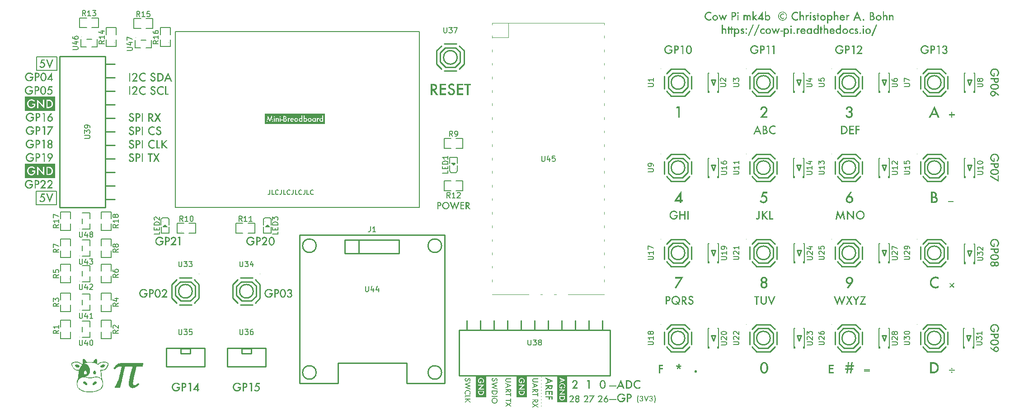
<source format=gbr>
%TF.GenerationSoftware,KiCad,Pcbnew,7.0.2-0*%
%TF.CreationDate,2023-10-18T21:21:33-05:00*%
%TF.ProjectId,CowPi-mk4b-natural,436f7750-692d-46d6-9b34-622d6e617475,mk4b*%
%TF.SameCoordinates,Original*%
%TF.FileFunction,Legend,Top*%
%TF.FilePolarity,Positive*%
%FSLAX46Y46*%
G04 Gerber Fmt 4.6, Leading zero omitted, Abs format (unit mm)*
G04 Created by KiCad (PCBNEW 7.0.2-0) date 2023-10-18 21:21:33*
%MOMM*%
%LPD*%
G01*
G04 APERTURE LIST*
%ADD10C,0.200000*%
%ADD11C,0.150000*%
%ADD12C,0.059995*%
%ADD13C,0.254001*%
%ADD14C,0.254000*%
%ADD15C,0.120000*%
%ADD16C,0.152400*%
%ADD17C,0.151994*%
%ADD18C,0.150013*%
G04 APERTURE END LIST*
D10*
X74929992Y-95463234D02*
X120649992Y-95463234D01*
D11*
X48895000Y-67210000D02*
X52705000Y-67210000D01*
X52705000Y-69750000D01*
X48895000Y-69750000D01*
X48895000Y-67210000D01*
D10*
X120649992Y-95463234D02*
X120649992Y-62443234D01*
X74929992Y-62443234D02*
X120649992Y-62443234D01*
X74929992Y-95463234D02*
X74929992Y-62443234D01*
D11*
X48814894Y-92418148D02*
X52624894Y-92418148D01*
X52624894Y-94958148D01*
X48814894Y-94958148D01*
X48814894Y-92418148D01*
X143471886Y-127350096D02*
X143471886Y-127350096D01*
X143471886Y-127950096D02*
X143471886Y-127950096D01*
X143471886Y-128550096D02*
X143471886Y-128550096D01*
X143471886Y-129150096D02*
X143471886Y-129150096D01*
X143471886Y-129750096D02*
X143471886Y-129750096D01*
X143471886Y-130350096D02*
X143471886Y-130350096D01*
X143471886Y-130950096D02*
X143471886Y-130950096D01*
X143471886Y-131550096D02*
X143471886Y-131550096D01*
X143471886Y-132150096D02*
X143471886Y-132150096D01*
X143471886Y-132750096D02*
X143471886Y-132750096D01*
G36*
X75124225Y-129170896D02*
G01*
X75780750Y-129170896D01*
X75780750Y-129224019D01*
X75780585Y-129246480D01*
X75780091Y-129268618D01*
X75779269Y-129290433D01*
X75778117Y-129311924D01*
X75776635Y-129333091D01*
X75774825Y-129353935D01*
X75772685Y-129374456D01*
X75770217Y-129394653D01*
X75767419Y-129414527D01*
X75764292Y-129434077D01*
X75760836Y-129453304D01*
X75757051Y-129472208D01*
X75752936Y-129490788D01*
X75748493Y-129509045D01*
X75743720Y-129526978D01*
X75738618Y-129544588D01*
X75733268Y-129560645D01*
X75727478Y-129576576D01*
X75721247Y-129592381D01*
X75714575Y-129608060D01*
X75707463Y-129623614D01*
X75699909Y-129639041D01*
X75691915Y-129654342D01*
X75683480Y-129669518D01*
X75674604Y-129684568D01*
X75665288Y-129699491D01*
X75655530Y-129714289D01*
X75645332Y-129728961D01*
X75634693Y-129743506D01*
X75623614Y-129757926D01*
X75612093Y-129772220D01*
X75600132Y-129786388D01*
X75586231Y-129801896D01*
X75572095Y-129816911D01*
X75557726Y-129831434D01*
X75543122Y-129845464D01*
X75528285Y-129859003D01*
X75513214Y-129872049D01*
X75497908Y-129884602D01*
X75482369Y-129896664D01*
X75466596Y-129908233D01*
X75450588Y-129919310D01*
X75434347Y-129929894D01*
X75417872Y-129939986D01*
X75401162Y-129949586D01*
X75384219Y-129958694D01*
X75367042Y-129967309D01*
X75349631Y-129975432D01*
X75331985Y-129983063D01*
X75314106Y-129990201D01*
X75295993Y-129996847D01*
X75277646Y-130003001D01*
X75259065Y-130008663D01*
X75240249Y-130013832D01*
X75221200Y-130018509D01*
X75201917Y-130022693D01*
X75182400Y-130026385D01*
X75162649Y-130029585D01*
X75142664Y-130032293D01*
X75122445Y-130034508D01*
X75101992Y-130036231D01*
X75081305Y-130037462D01*
X75060383Y-130038201D01*
X75039228Y-130038447D01*
X75018554Y-130038209D01*
X74998065Y-130037497D01*
X74977764Y-130036309D01*
X74957649Y-130034646D01*
X74937722Y-130032508D01*
X74917980Y-130029894D01*
X74898426Y-130026806D01*
X74879059Y-130023243D01*
X74859878Y-130019204D01*
X74840884Y-130014690D01*
X74822076Y-130009702D01*
X74803456Y-130004238D01*
X74785022Y-129998298D01*
X74766775Y-129991884D01*
X74748715Y-129984995D01*
X74730841Y-129977630D01*
X74713155Y-129969791D01*
X74695655Y-129961476D01*
X74678341Y-129952686D01*
X74661215Y-129943421D01*
X74644275Y-129933681D01*
X74627522Y-129923466D01*
X74610956Y-129912775D01*
X74594577Y-129901610D01*
X74578384Y-129889969D01*
X74562378Y-129877853D01*
X74546559Y-129865262D01*
X74530927Y-129852196D01*
X74515481Y-129838655D01*
X74500222Y-129824639D01*
X74485150Y-129810147D01*
X74470265Y-129795181D01*
X74455681Y-129779836D01*
X74441561Y-129764300D01*
X74427904Y-129748575D01*
X74414709Y-129732659D01*
X74401978Y-129716552D01*
X74389709Y-129700255D01*
X74377903Y-129683768D01*
X74366561Y-129667091D01*
X74355681Y-129650223D01*
X74345264Y-129633165D01*
X74335311Y-129615916D01*
X74325820Y-129598478D01*
X74316792Y-129580849D01*
X74308227Y-129563029D01*
X74300125Y-129545019D01*
X74292486Y-129526819D01*
X74285311Y-129508429D01*
X74278598Y-129489848D01*
X74272348Y-129471077D01*
X74266560Y-129452115D01*
X74261236Y-129432963D01*
X74256375Y-129413621D01*
X74251977Y-129394089D01*
X74248042Y-129374366D01*
X74244570Y-129354453D01*
X74241560Y-129334349D01*
X74239014Y-129314055D01*
X74236931Y-129293571D01*
X74235310Y-129272896D01*
X74234153Y-129252032D01*
X74233459Y-129230976D01*
X74233227Y-129209731D01*
X74233462Y-129188013D01*
X74234169Y-129166503D01*
X74235346Y-129145200D01*
X74236994Y-129124105D01*
X74239113Y-129103217D01*
X74241702Y-129082537D01*
X74244763Y-129062064D01*
X74248294Y-129041799D01*
X74252296Y-129021741D01*
X74256769Y-129001891D01*
X74261713Y-128982248D01*
X74267127Y-128962813D01*
X74273013Y-128943585D01*
X74279369Y-128924565D01*
X74286196Y-128905752D01*
X74293494Y-128887147D01*
X74301263Y-128868749D01*
X74309502Y-128850559D01*
X74318213Y-128832577D01*
X74327394Y-128814802D01*
X74337046Y-128797234D01*
X74347169Y-128779874D01*
X74357763Y-128762721D01*
X74368828Y-128745776D01*
X74380363Y-128729039D01*
X74392369Y-128712509D01*
X74404847Y-128696186D01*
X74417795Y-128680071D01*
X74431213Y-128664164D01*
X74445103Y-128648464D01*
X74459463Y-128632971D01*
X74474295Y-128617686D01*
X74489463Y-128602675D01*
X74504835Y-128588139D01*
X74520409Y-128574081D01*
X74536187Y-128560499D01*
X74552169Y-128547394D01*
X74568353Y-128534765D01*
X74584741Y-128522612D01*
X74601332Y-128510937D01*
X74618126Y-128499738D01*
X74635123Y-128489015D01*
X74652323Y-128478769D01*
X74669727Y-128469000D01*
X74687334Y-128459707D01*
X74705144Y-128450890D01*
X74723158Y-128442550D01*
X74741374Y-128434687D01*
X74759794Y-128427301D01*
X74778417Y-128420390D01*
X74797243Y-128413957D01*
X74816273Y-128408000D01*
X74835506Y-128402519D01*
X74854942Y-128397516D01*
X74874581Y-128392988D01*
X74894423Y-128388937D01*
X74914469Y-128385363D01*
X74934717Y-128382266D01*
X74955169Y-128379645D01*
X74975825Y-128377500D01*
X74996683Y-128375832D01*
X75017745Y-128374641D01*
X75039010Y-128373926D01*
X75060478Y-128373688D01*
X75083599Y-128373992D01*
X75106525Y-128374907D01*
X75129257Y-128376431D01*
X75151794Y-128378565D01*
X75174136Y-128381308D01*
X75196284Y-128384661D01*
X75218237Y-128388624D01*
X75239996Y-128393196D01*
X75261560Y-128398379D01*
X75282929Y-128404170D01*
X75304104Y-128410572D01*
X75325084Y-128417583D01*
X75345870Y-128425203D01*
X75366460Y-128433434D01*
X75386857Y-128442274D01*
X75407058Y-128451723D01*
X75426272Y-128461812D01*
X75445446Y-128472663D01*
X75464580Y-128484275D01*
X75483674Y-128496649D01*
X75502728Y-128509783D01*
X75521742Y-128523679D01*
X75540715Y-128538337D01*
X75559649Y-128553756D01*
X75578542Y-128569936D01*
X75597396Y-128586877D01*
X75616209Y-128604580D01*
X75634983Y-128623044D01*
X75653716Y-128642270D01*
X75672409Y-128662257D01*
X75691062Y-128683005D01*
X75709675Y-128704515D01*
X75538949Y-128867180D01*
X75526639Y-128851244D01*
X75514162Y-128835815D01*
X75501520Y-128820891D01*
X75488712Y-128806473D01*
X75475737Y-128792560D01*
X75462597Y-128779154D01*
X75449290Y-128766254D01*
X75435818Y-128753859D01*
X75422179Y-128741971D01*
X75408375Y-128730588D01*
X75394404Y-128719711D01*
X75380268Y-128709340D01*
X75365965Y-128699475D01*
X75351497Y-128690116D01*
X75336862Y-128681263D01*
X75322062Y-128672916D01*
X75307095Y-128665074D01*
X75291963Y-128657739D01*
X75276664Y-128650909D01*
X75261199Y-128644585D01*
X75245569Y-128638768D01*
X75229772Y-128633456D01*
X75213810Y-128628650D01*
X75197681Y-128624349D01*
X75181386Y-128620555D01*
X75164926Y-128617267D01*
X75148299Y-128614484D01*
X75131506Y-128612208D01*
X75114548Y-128610437D01*
X75097423Y-128609172D01*
X75080132Y-128608414D01*
X75062676Y-128608161D01*
X75047002Y-128608330D01*
X75031486Y-128608839D01*
X75016130Y-128609687D01*
X75000932Y-128610874D01*
X74985893Y-128612400D01*
X74971013Y-128614266D01*
X74956292Y-128616470D01*
X74941730Y-128619014D01*
X74927326Y-128621897D01*
X74898996Y-128628681D01*
X74871301Y-128636821D01*
X74844242Y-128646318D01*
X74817818Y-128657171D01*
X74792029Y-128669381D01*
X74766876Y-128682948D01*
X74742358Y-128697872D01*
X74718476Y-128714152D01*
X74695229Y-128731789D01*
X74683844Y-128741117D01*
X74672617Y-128750783D01*
X74661550Y-128760789D01*
X74650641Y-128771133D01*
X74639891Y-128781817D01*
X74629388Y-128792549D01*
X74619218Y-128803449D01*
X74609381Y-128814516D01*
X74599878Y-128825752D01*
X74581871Y-128848729D01*
X74565199Y-128872378D01*
X74549860Y-128896700D01*
X74535855Y-128921694D01*
X74523184Y-128947361D01*
X74511847Y-128973701D01*
X74501844Y-129000713D01*
X74493174Y-129028398D01*
X74485838Y-129056755D01*
X74482670Y-129071186D01*
X74479836Y-129085785D01*
X74477335Y-129100552D01*
X74475168Y-129115488D01*
X74473334Y-129130591D01*
X74471833Y-129145863D01*
X74470666Y-129161303D01*
X74469833Y-129176911D01*
X74469332Y-129192687D01*
X74469166Y-129208632D01*
X74469351Y-129225118D01*
X74469908Y-129241420D01*
X74470837Y-129257538D01*
X74472137Y-129273472D01*
X74473808Y-129289223D01*
X74475850Y-129304789D01*
X74478264Y-129320172D01*
X74481050Y-129335371D01*
X74484206Y-129350386D01*
X74487734Y-129365217D01*
X74491634Y-129379864D01*
X74495905Y-129394327D01*
X74500547Y-129408606D01*
X74505560Y-129422702D01*
X74510945Y-129436613D01*
X74516701Y-129450341D01*
X74522829Y-129463884D01*
X74529328Y-129477244D01*
X74536199Y-129490420D01*
X74543440Y-129503412D01*
X74551053Y-129516220D01*
X74559038Y-129528844D01*
X74567394Y-129541284D01*
X74576121Y-129553541D01*
X74585220Y-129565613D01*
X74594690Y-129577502D01*
X74604531Y-129589207D01*
X74614744Y-129600727D01*
X74625328Y-129612064D01*
X74636284Y-129623217D01*
X74647610Y-129634186D01*
X74659309Y-129644972D01*
X74670466Y-129654754D01*
X74681681Y-129664226D01*
X74704286Y-129682238D01*
X74727122Y-129699007D01*
X74750190Y-129714535D01*
X74773490Y-129728820D01*
X74797022Y-129741863D01*
X74820785Y-129753664D01*
X74844781Y-129764223D01*
X74869008Y-129773540D01*
X74893467Y-129781614D01*
X74918158Y-129788446D01*
X74943081Y-129794036D01*
X74968235Y-129798384D01*
X74993622Y-129801489D01*
X75019240Y-129803353D01*
X75045090Y-129803974D01*
X75067068Y-129803517D01*
X75088762Y-129802148D01*
X75110173Y-129799865D01*
X75131300Y-129796669D01*
X75152145Y-129792561D01*
X75172705Y-129787539D01*
X75192983Y-129781604D01*
X75212977Y-129774756D01*
X75232687Y-129766995D01*
X75252115Y-129758321D01*
X75271259Y-129748734D01*
X75290119Y-129738234D01*
X75308697Y-129726821D01*
X75326990Y-129714495D01*
X75345001Y-129701256D01*
X75362728Y-129687103D01*
X75379873Y-129672221D01*
X75396044Y-129656976D01*
X75411243Y-129641367D01*
X75425468Y-129625394D01*
X75438720Y-129609058D01*
X75450999Y-129592358D01*
X75462305Y-129575295D01*
X75472637Y-129557868D01*
X75481997Y-129540078D01*
X75490383Y-129521925D01*
X75497796Y-129503408D01*
X75504236Y-129484527D01*
X75509703Y-129465283D01*
X75514197Y-129445675D01*
X75517717Y-129425704D01*
X75520265Y-129405369D01*
X75124225Y-129405369D01*
X75124225Y-129170896D01*
G37*
G36*
X76368428Y-128420690D02*
G01*
X76392240Y-128421012D01*
X76415288Y-128421548D01*
X76437572Y-128422300D01*
X76459092Y-128423266D01*
X76479847Y-128424446D01*
X76499838Y-128425842D01*
X76519065Y-128427452D01*
X76537528Y-128429276D01*
X76555227Y-128431316D01*
X76572161Y-128433570D01*
X76588331Y-128436038D01*
X76603737Y-128438722D01*
X76618379Y-128441620D01*
X76638908Y-128446369D01*
X76645369Y-128448060D01*
X76664453Y-128453708D01*
X76683099Y-128460214D01*
X76701307Y-128467576D01*
X76719077Y-128475794D01*
X76736410Y-128484869D01*
X76753304Y-128494801D01*
X76769760Y-128505589D01*
X76785779Y-128517234D01*
X76801359Y-128529735D01*
X76816502Y-128543092D01*
X76826353Y-128552473D01*
X76842946Y-128569412D01*
X76858467Y-128586889D01*
X76872919Y-128604903D01*
X76886300Y-128623456D01*
X76898610Y-128642547D01*
X76909850Y-128662177D01*
X76920020Y-128682344D01*
X76929119Y-128703049D01*
X76937147Y-128724292D01*
X76944105Y-128746074D01*
X76949993Y-128768394D01*
X76954810Y-128791251D01*
X76958556Y-128814647D01*
X76961233Y-128838581D01*
X76962838Y-128863053D01*
X76963374Y-128888063D01*
X76962800Y-128914822D01*
X76961078Y-128940877D01*
X76958209Y-128966227D01*
X76954192Y-128990874D01*
X76949027Y-129014816D01*
X76942714Y-129038055D01*
X76935254Y-129060589D01*
X76926646Y-129082419D01*
X76916890Y-129103545D01*
X76905986Y-129123967D01*
X76893935Y-129143685D01*
X76880736Y-129162699D01*
X76866389Y-129181008D01*
X76850894Y-129198614D01*
X76834252Y-129215515D01*
X76816462Y-129231713D01*
X76797697Y-129247063D01*
X76778131Y-129261423D01*
X76757763Y-129274792D01*
X76736594Y-129287171D01*
X76714624Y-129298560D01*
X76691852Y-129308958D01*
X76668279Y-129318366D01*
X76643904Y-129326784D01*
X76618728Y-129334212D01*
X76592750Y-129340649D01*
X76565971Y-129346096D01*
X76538391Y-129350552D01*
X76510009Y-129354018D01*
X76480826Y-129356494D01*
X76465934Y-129357361D01*
X76450841Y-129357980D01*
X76435549Y-129358351D01*
X76420055Y-129358475D01*
X76308314Y-129358475D01*
X76308314Y-130003276D01*
X76072376Y-130003276D01*
X76072376Y-128628677D01*
X76308314Y-128628677D01*
X76308314Y-129150380D01*
X76397341Y-129150380D01*
X76417649Y-129150121D01*
X76437313Y-129149344D01*
X76456332Y-129148049D01*
X76474707Y-129146235D01*
X76492436Y-129143904D01*
X76509521Y-129141055D01*
X76525962Y-129137687D01*
X76541757Y-129133802D01*
X76556908Y-129129398D01*
X76571414Y-129124477D01*
X76585275Y-129119037D01*
X76611064Y-129106604D01*
X76634274Y-129092098D01*
X76654905Y-129075520D01*
X76672957Y-129056870D01*
X76688430Y-129036147D01*
X76701324Y-129013352D01*
X76711639Y-128988485D01*
X76719376Y-128961546D01*
X76724534Y-128932535D01*
X76726146Y-128917252D01*
X76727113Y-128901451D01*
X76727435Y-128885132D01*
X76727103Y-128869354D01*
X76726106Y-128854077D01*
X76724444Y-128839301D01*
X76719126Y-128811251D01*
X76711149Y-128785205D01*
X76700513Y-128761162D01*
X76687218Y-128739123D01*
X76671264Y-128719088D01*
X76652651Y-128701056D01*
X76631379Y-128685027D01*
X76607448Y-128671002D01*
X76580857Y-128658981D01*
X76566565Y-128653722D01*
X76551608Y-128648963D01*
X76535987Y-128644706D01*
X76519700Y-128640949D01*
X76502749Y-128637693D01*
X76485133Y-128634938D01*
X76466853Y-128632684D01*
X76447907Y-128630931D01*
X76428297Y-128629679D01*
X76408022Y-128628928D01*
X76387083Y-128628677D01*
X76308314Y-128628677D01*
X76072376Y-128628677D01*
X76072376Y-128420582D01*
X76343852Y-128420582D01*
X76368428Y-128420690D01*
G37*
G36*
X77581797Y-128655055D02*
G01*
X77308122Y-128655055D01*
X77439281Y-128420582D01*
X77817735Y-128420582D01*
X77817735Y-130026723D01*
X77581797Y-130026723D01*
X77581797Y-128655055D01*
G37*
G36*
X79182076Y-129572431D02*
G01*
X79356465Y-129572431D01*
X79356465Y-129780526D01*
X79182076Y-129780526D01*
X79182076Y-130003276D01*
X78946137Y-130003276D01*
X78946137Y-129780526D01*
X78168712Y-129780526D01*
X78311823Y-129572431D01*
X78580872Y-129572431D01*
X78946137Y-129572431D01*
X78946137Y-129039371D01*
X78580872Y-129572431D01*
X78311823Y-129572431D01*
X79182076Y-128307009D01*
X79182076Y-129572431D01*
G37*
G36*
X217918717Y-108624996D02*
G01*
X217918717Y-109008458D01*
X217901265Y-108994212D01*
X217883775Y-108980419D01*
X217866247Y-108967079D01*
X217848680Y-108954190D01*
X217831076Y-108941754D01*
X217813433Y-108929769D01*
X217795752Y-108918238D01*
X217778033Y-108907158D01*
X217760276Y-108896531D01*
X217742480Y-108886355D01*
X217724647Y-108876632D01*
X217706775Y-108867362D01*
X217688865Y-108858543D01*
X217670917Y-108850177D01*
X217652931Y-108842263D01*
X217616844Y-108827791D01*
X217580605Y-108815129D01*
X217544213Y-108804275D01*
X217507668Y-108795231D01*
X217470970Y-108787995D01*
X217434120Y-108782568D01*
X217397117Y-108778950D01*
X217359962Y-108777142D01*
X217341327Y-108776915D01*
X217320881Y-108777144D01*
X217300638Y-108777829D01*
X217280596Y-108778972D01*
X217260757Y-108780571D01*
X217241120Y-108782628D01*
X217221686Y-108785141D01*
X217183424Y-108791539D01*
X217145971Y-108799765D01*
X217109327Y-108809820D01*
X217073492Y-108821702D01*
X217038466Y-108835412D01*
X217004249Y-108850950D01*
X216970841Y-108868316D01*
X216938242Y-108887510D01*
X216906452Y-108908532D01*
X216875472Y-108931382D01*
X216845300Y-108956060D01*
X216830518Y-108969084D01*
X216815938Y-108982566D01*
X216801560Y-108996505D01*
X216787384Y-109010900D01*
X216773439Y-109025594D01*
X216759937Y-109040490D01*
X216746878Y-109055587D01*
X216734261Y-109070885D01*
X216722087Y-109086384D01*
X216710356Y-109102085D01*
X216688221Y-109134090D01*
X216667858Y-109166901D01*
X216649265Y-109200516D01*
X216632443Y-109234938D01*
X216617391Y-109270164D01*
X216604110Y-109306195D01*
X216592600Y-109343032D01*
X216582861Y-109380674D01*
X216578656Y-109399797D01*
X216574893Y-109419121D01*
X216571573Y-109438647D01*
X216568695Y-109458374D01*
X216566260Y-109478302D01*
X216564268Y-109498432D01*
X216562719Y-109518763D01*
X216561612Y-109539295D01*
X216560948Y-109560028D01*
X216560727Y-109580963D01*
X216560948Y-109601653D01*
X216561612Y-109622141D01*
X216562719Y-109642426D01*
X216564268Y-109662509D01*
X216566260Y-109682390D01*
X216568695Y-109702069D01*
X216571573Y-109721546D01*
X216574893Y-109740820D01*
X216582861Y-109778761D01*
X216592600Y-109815894D01*
X216604110Y-109852217D01*
X216617391Y-109887732D01*
X216632443Y-109922437D01*
X216649265Y-109956334D01*
X216667858Y-109989421D01*
X216688221Y-110021699D01*
X216710356Y-110053168D01*
X216734261Y-110083828D01*
X216746878Y-110098855D01*
X216759937Y-110113679D01*
X216773439Y-110128302D01*
X216787384Y-110142721D01*
X216801650Y-110156786D01*
X216816115Y-110170405D01*
X216830780Y-110183577D01*
X216845644Y-110196302D01*
X216875970Y-110220414D01*
X216907094Y-110242739D01*
X216939015Y-110263278D01*
X216971734Y-110282031D01*
X217005251Y-110298999D01*
X217039565Y-110314180D01*
X217074677Y-110327575D01*
X217110586Y-110339184D01*
X217147293Y-110349007D01*
X217184798Y-110357045D01*
X217223100Y-110363296D01*
X217242550Y-110365751D01*
X217262200Y-110367761D01*
X217282049Y-110369323D01*
X217302097Y-110370440D01*
X217322345Y-110371109D01*
X217342792Y-110371333D01*
X217363784Y-110371117D01*
X217384382Y-110370470D01*
X217404588Y-110369392D01*
X217424400Y-110367883D01*
X217453381Y-110364810D01*
X217481478Y-110360767D01*
X217508691Y-110355754D01*
X217535019Y-110349771D01*
X217560463Y-110342817D01*
X217585022Y-110334893D01*
X217608697Y-110325999D01*
X217631487Y-110316134D01*
X217652227Y-110307120D01*
X217673228Y-110297176D01*
X217694492Y-110286302D01*
X217711692Y-110276933D01*
X217729060Y-110266969D01*
X217746596Y-110256409D01*
X217764300Y-110245254D01*
X217768752Y-110242373D01*
X217786696Y-110230466D01*
X217804869Y-110217948D01*
X217823271Y-110204820D01*
X217841903Y-110191082D01*
X217860763Y-110176732D01*
X217879852Y-110161772D01*
X217899170Y-110146202D01*
X217918717Y-110130021D01*
X217918717Y-110521786D01*
X217901532Y-110531764D01*
X217884294Y-110541425D01*
X217867002Y-110550769D01*
X217849657Y-110559797D01*
X217814807Y-110576901D01*
X217779743Y-110592739D01*
X217744465Y-110607309D01*
X217708973Y-110620613D01*
X217673268Y-110632650D01*
X217637349Y-110643419D01*
X217601217Y-110652922D01*
X217564870Y-110661157D01*
X217528310Y-110668126D01*
X217491536Y-110673828D01*
X217454549Y-110678262D01*
X217417347Y-110681430D01*
X217379932Y-110683330D01*
X217342304Y-110683964D01*
X217314010Y-110683651D01*
X217285977Y-110682714D01*
X217258205Y-110681151D01*
X217230692Y-110678964D01*
X217203441Y-110676152D01*
X217176450Y-110672715D01*
X217149719Y-110668653D01*
X217123249Y-110663966D01*
X217097039Y-110658654D01*
X217071089Y-110652718D01*
X217045400Y-110646156D01*
X217019972Y-110638969D01*
X216994804Y-110631158D01*
X216969896Y-110622722D01*
X216945249Y-110613660D01*
X216920863Y-110603974D01*
X216896737Y-110593663D01*
X216872871Y-110582727D01*
X216849266Y-110571166D01*
X216825921Y-110558980D01*
X216802837Y-110546169D01*
X216780013Y-110532733D01*
X216757450Y-110518673D01*
X216735147Y-110503987D01*
X216713104Y-110488677D01*
X216691322Y-110472741D01*
X216669801Y-110456181D01*
X216648540Y-110438996D01*
X216627539Y-110421185D01*
X216606799Y-110402750D01*
X216586319Y-110383690D01*
X216566100Y-110364005D01*
X216546415Y-110343695D01*
X216527355Y-110323123D01*
X216508920Y-110302292D01*
X216491110Y-110281199D01*
X216473925Y-110259847D01*
X216457364Y-110238234D01*
X216441429Y-110216360D01*
X216426118Y-110194226D01*
X216411433Y-110171832D01*
X216397372Y-110149177D01*
X216383936Y-110126261D01*
X216371126Y-110103085D01*
X216358940Y-110079649D01*
X216347379Y-110055952D01*
X216336443Y-110031995D01*
X216326131Y-110007777D01*
X216316445Y-109983299D01*
X216307384Y-109958560D01*
X216298948Y-109933561D01*
X216291136Y-109908302D01*
X216283949Y-109882782D01*
X216277388Y-109857001D01*
X216271451Y-109830960D01*
X216266139Y-109804659D01*
X216261452Y-109778097D01*
X216257390Y-109751275D01*
X216253953Y-109724192D01*
X216251141Y-109696848D01*
X216248954Y-109669245D01*
X216247392Y-109641381D01*
X216246454Y-109613256D01*
X216246142Y-109584871D01*
X216246403Y-109559404D01*
X216247188Y-109534112D01*
X216248495Y-109508995D01*
X216250325Y-109484052D01*
X216252677Y-109459284D01*
X216255553Y-109434690D01*
X216258951Y-109410271D01*
X216262873Y-109386027D01*
X216267317Y-109361957D01*
X216272284Y-109338061D01*
X216277773Y-109314341D01*
X216283786Y-109290795D01*
X216290321Y-109267423D01*
X216297379Y-109244226D01*
X216304961Y-109221204D01*
X216313064Y-109198356D01*
X216321691Y-109175683D01*
X216330841Y-109153185D01*
X216340513Y-109130861D01*
X216350708Y-109108712D01*
X216361426Y-109086737D01*
X216372667Y-109064937D01*
X216384431Y-109043311D01*
X216396718Y-109021860D01*
X216409527Y-109000584D01*
X216422859Y-108979482D01*
X216436714Y-108958555D01*
X216451092Y-108937803D01*
X216465993Y-108917225D01*
X216481416Y-108896821D01*
X216497363Y-108876593D01*
X216513832Y-108856539D01*
X216534629Y-108832406D01*
X216555804Y-108809039D01*
X216577356Y-108786439D01*
X216599287Y-108764604D01*
X216621595Y-108743536D01*
X216644281Y-108723234D01*
X216667344Y-108703697D01*
X216690786Y-108684927D01*
X216714605Y-108666924D01*
X216738803Y-108649686D01*
X216763378Y-108633214D01*
X216788331Y-108617509D01*
X216813661Y-108602569D01*
X216839370Y-108588396D01*
X216865456Y-108574989D01*
X216891920Y-108562348D01*
X216918762Y-108550473D01*
X216945982Y-108539364D01*
X216973579Y-108529022D01*
X217001555Y-108519445D01*
X217029908Y-108510635D01*
X217058639Y-108502591D01*
X217087747Y-108495312D01*
X217117234Y-108488800D01*
X217147098Y-108483055D01*
X217177341Y-108478075D01*
X217207961Y-108473861D01*
X217238959Y-108470414D01*
X217270334Y-108467732D01*
X217302088Y-108465817D01*
X217334219Y-108464668D01*
X217366728Y-108464285D01*
X217402372Y-108464912D01*
X217437864Y-108466796D01*
X217473203Y-108469935D01*
X217508389Y-108474329D01*
X217543423Y-108479979D01*
X217578303Y-108486885D01*
X217613032Y-108495046D01*
X217647607Y-108504463D01*
X217682030Y-108515135D01*
X217716301Y-108527063D01*
X217750418Y-108540246D01*
X217784383Y-108554685D01*
X217818196Y-108570379D01*
X217851855Y-108587330D01*
X217885363Y-108605535D01*
X217918717Y-108624996D01*
G37*
G36*
X215407412Y-65818396D02*
G01*
X216063937Y-65818396D01*
X216063937Y-65871519D01*
X216063772Y-65893980D01*
X216063278Y-65916118D01*
X216062456Y-65937933D01*
X216061304Y-65959424D01*
X216059822Y-65980591D01*
X216058012Y-66001435D01*
X216055872Y-66021956D01*
X216053404Y-66042153D01*
X216050606Y-66062027D01*
X216047479Y-66081577D01*
X216044023Y-66100804D01*
X216040238Y-66119708D01*
X216036123Y-66138288D01*
X216031680Y-66156545D01*
X216026907Y-66174478D01*
X216021805Y-66192088D01*
X216016455Y-66208145D01*
X216010665Y-66224076D01*
X216004434Y-66239881D01*
X215997762Y-66255560D01*
X215990650Y-66271114D01*
X215983096Y-66286541D01*
X215975102Y-66301842D01*
X215966667Y-66317018D01*
X215957791Y-66332068D01*
X215948475Y-66346991D01*
X215938717Y-66361789D01*
X215928519Y-66376461D01*
X215917880Y-66391006D01*
X215906801Y-66405426D01*
X215895280Y-66419720D01*
X215883319Y-66433888D01*
X215869418Y-66449396D01*
X215855282Y-66464411D01*
X215840913Y-66478934D01*
X215826309Y-66492964D01*
X215811472Y-66506503D01*
X215796401Y-66519549D01*
X215781095Y-66532102D01*
X215765556Y-66544164D01*
X215749783Y-66555733D01*
X215733775Y-66566810D01*
X215717534Y-66577394D01*
X215701059Y-66587486D01*
X215684349Y-66597086D01*
X215667406Y-66606194D01*
X215650229Y-66614809D01*
X215632818Y-66622932D01*
X215615172Y-66630563D01*
X215597293Y-66637701D01*
X215579180Y-66644347D01*
X215560833Y-66650501D01*
X215542252Y-66656163D01*
X215523436Y-66661332D01*
X215504387Y-66666009D01*
X215485104Y-66670193D01*
X215465587Y-66673885D01*
X215445836Y-66677085D01*
X215425851Y-66679793D01*
X215405632Y-66682008D01*
X215385179Y-66683731D01*
X215364492Y-66684962D01*
X215343570Y-66685701D01*
X215322415Y-66685947D01*
X215301741Y-66685709D01*
X215281252Y-66684997D01*
X215260951Y-66683809D01*
X215240836Y-66682146D01*
X215220909Y-66680008D01*
X215201167Y-66677394D01*
X215181613Y-66674306D01*
X215162246Y-66670743D01*
X215143065Y-66666704D01*
X215124071Y-66662190D01*
X215105263Y-66657202D01*
X215086643Y-66651738D01*
X215068209Y-66645798D01*
X215049962Y-66639384D01*
X215031902Y-66632495D01*
X215014028Y-66625130D01*
X214996342Y-66617291D01*
X214978842Y-66608976D01*
X214961528Y-66600186D01*
X214944402Y-66590921D01*
X214927462Y-66581181D01*
X214910709Y-66570966D01*
X214894143Y-66560275D01*
X214877764Y-66549110D01*
X214861571Y-66537469D01*
X214845565Y-66525353D01*
X214829746Y-66512762D01*
X214814114Y-66499696D01*
X214798668Y-66486155D01*
X214783409Y-66472139D01*
X214768337Y-66457647D01*
X214753452Y-66442681D01*
X214738868Y-66427336D01*
X214724748Y-66411800D01*
X214711091Y-66396075D01*
X214697896Y-66380159D01*
X214685165Y-66364052D01*
X214672896Y-66347755D01*
X214661090Y-66331268D01*
X214649748Y-66314591D01*
X214638868Y-66297723D01*
X214628451Y-66280665D01*
X214618498Y-66263416D01*
X214609007Y-66245978D01*
X214599979Y-66228349D01*
X214591414Y-66210529D01*
X214583312Y-66192519D01*
X214575673Y-66174319D01*
X214568498Y-66155929D01*
X214561785Y-66137348D01*
X214555535Y-66118577D01*
X214549747Y-66099615D01*
X214544423Y-66080463D01*
X214539562Y-66061121D01*
X214535164Y-66041589D01*
X214531229Y-66021866D01*
X214527757Y-66001953D01*
X214524747Y-65981849D01*
X214522201Y-65961555D01*
X214520118Y-65941071D01*
X214518497Y-65920396D01*
X214517340Y-65899532D01*
X214516646Y-65878476D01*
X214516414Y-65857231D01*
X214516649Y-65835513D01*
X214517356Y-65814003D01*
X214518533Y-65792700D01*
X214520181Y-65771605D01*
X214522300Y-65750717D01*
X214524889Y-65730037D01*
X214527950Y-65709564D01*
X214531481Y-65689299D01*
X214535483Y-65669241D01*
X214539956Y-65649391D01*
X214544900Y-65629748D01*
X214550314Y-65610313D01*
X214556200Y-65591085D01*
X214562556Y-65572065D01*
X214569383Y-65553252D01*
X214576681Y-65534647D01*
X214584450Y-65516249D01*
X214592689Y-65498059D01*
X214601400Y-65480077D01*
X214610581Y-65462302D01*
X214620233Y-65444734D01*
X214630356Y-65427374D01*
X214640950Y-65410221D01*
X214652015Y-65393276D01*
X214663550Y-65376539D01*
X214675556Y-65360009D01*
X214688034Y-65343686D01*
X214700982Y-65327571D01*
X214714400Y-65311664D01*
X214728290Y-65295964D01*
X214742650Y-65280471D01*
X214757482Y-65265186D01*
X214772650Y-65250175D01*
X214788022Y-65235639D01*
X214803596Y-65221581D01*
X214819374Y-65207999D01*
X214835356Y-65194894D01*
X214851540Y-65182265D01*
X214867928Y-65170112D01*
X214884519Y-65158437D01*
X214901313Y-65147238D01*
X214918310Y-65136515D01*
X214935510Y-65126269D01*
X214952914Y-65116500D01*
X214970521Y-65107207D01*
X214988331Y-65098390D01*
X215006345Y-65090050D01*
X215024561Y-65082187D01*
X215042981Y-65074801D01*
X215061604Y-65067890D01*
X215080430Y-65061457D01*
X215099460Y-65055500D01*
X215118693Y-65050019D01*
X215138129Y-65045016D01*
X215157768Y-65040488D01*
X215177610Y-65036437D01*
X215197656Y-65032863D01*
X215217904Y-65029766D01*
X215238356Y-65027145D01*
X215259012Y-65025000D01*
X215279870Y-65023332D01*
X215300932Y-65022141D01*
X215322197Y-65021426D01*
X215343665Y-65021188D01*
X215366786Y-65021492D01*
X215389712Y-65022407D01*
X215412444Y-65023931D01*
X215434981Y-65026065D01*
X215457323Y-65028808D01*
X215479471Y-65032161D01*
X215501424Y-65036124D01*
X215523183Y-65040696D01*
X215544747Y-65045879D01*
X215566116Y-65051670D01*
X215587291Y-65058072D01*
X215608271Y-65065083D01*
X215629057Y-65072703D01*
X215649647Y-65080934D01*
X215670044Y-65089774D01*
X215690245Y-65099223D01*
X215709459Y-65109312D01*
X215728633Y-65120163D01*
X215747767Y-65131775D01*
X215766861Y-65144149D01*
X215785915Y-65157283D01*
X215804929Y-65171179D01*
X215823902Y-65185837D01*
X215842836Y-65201256D01*
X215861729Y-65217436D01*
X215880583Y-65234377D01*
X215899396Y-65252080D01*
X215918170Y-65270544D01*
X215936903Y-65289770D01*
X215955596Y-65309757D01*
X215974249Y-65330505D01*
X215992862Y-65352015D01*
X215822136Y-65514680D01*
X215809826Y-65498744D01*
X215797349Y-65483315D01*
X215784707Y-65468391D01*
X215771899Y-65453973D01*
X215758924Y-65440060D01*
X215745784Y-65426654D01*
X215732477Y-65413754D01*
X215719005Y-65401359D01*
X215705366Y-65389471D01*
X215691562Y-65378088D01*
X215677591Y-65367211D01*
X215663455Y-65356840D01*
X215649152Y-65346975D01*
X215634684Y-65337616D01*
X215620049Y-65328763D01*
X215605249Y-65320416D01*
X215590282Y-65312574D01*
X215575150Y-65305239D01*
X215559851Y-65298409D01*
X215544386Y-65292085D01*
X215528756Y-65286268D01*
X215512959Y-65280956D01*
X215496997Y-65276150D01*
X215480868Y-65271849D01*
X215464573Y-65268055D01*
X215448113Y-65264767D01*
X215431486Y-65261984D01*
X215414693Y-65259708D01*
X215397735Y-65257937D01*
X215380610Y-65256672D01*
X215363319Y-65255914D01*
X215345863Y-65255661D01*
X215330189Y-65255830D01*
X215314673Y-65256339D01*
X215299317Y-65257187D01*
X215284119Y-65258374D01*
X215269080Y-65259900D01*
X215254200Y-65261766D01*
X215239479Y-65263970D01*
X215224917Y-65266514D01*
X215210513Y-65269397D01*
X215182183Y-65276181D01*
X215154488Y-65284321D01*
X215127429Y-65293818D01*
X215101005Y-65304671D01*
X215075216Y-65316881D01*
X215050063Y-65330448D01*
X215025545Y-65345372D01*
X215001663Y-65361652D01*
X214978416Y-65379289D01*
X214967031Y-65388617D01*
X214955804Y-65398283D01*
X214944737Y-65408289D01*
X214933828Y-65418633D01*
X214923078Y-65429317D01*
X214912575Y-65440049D01*
X214902405Y-65450949D01*
X214892568Y-65462016D01*
X214883065Y-65473252D01*
X214865058Y-65496229D01*
X214848386Y-65519878D01*
X214833047Y-65544200D01*
X214819042Y-65569194D01*
X214806371Y-65594861D01*
X214795034Y-65621201D01*
X214785031Y-65648213D01*
X214776361Y-65675898D01*
X214769025Y-65704255D01*
X214765857Y-65718686D01*
X214763023Y-65733285D01*
X214760522Y-65748052D01*
X214758355Y-65762988D01*
X214756521Y-65778091D01*
X214755020Y-65793363D01*
X214753853Y-65808803D01*
X214753020Y-65824411D01*
X214752519Y-65840187D01*
X214752353Y-65856132D01*
X214752538Y-65872618D01*
X214753095Y-65888920D01*
X214754024Y-65905038D01*
X214755324Y-65920972D01*
X214756995Y-65936723D01*
X214759037Y-65952289D01*
X214761451Y-65967672D01*
X214764237Y-65982871D01*
X214767393Y-65997886D01*
X214770921Y-66012717D01*
X214774821Y-66027364D01*
X214779092Y-66041827D01*
X214783734Y-66056106D01*
X214788747Y-66070202D01*
X214794132Y-66084113D01*
X214799888Y-66097841D01*
X214806016Y-66111384D01*
X214812515Y-66124744D01*
X214819386Y-66137920D01*
X214826627Y-66150912D01*
X214834240Y-66163720D01*
X214842225Y-66176344D01*
X214850581Y-66188784D01*
X214859308Y-66201041D01*
X214868407Y-66213113D01*
X214877877Y-66225002D01*
X214887718Y-66236707D01*
X214897931Y-66248227D01*
X214908515Y-66259564D01*
X214919471Y-66270717D01*
X214930797Y-66281686D01*
X214942496Y-66292472D01*
X214953653Y-66302254D01*
X214964868Y-66311726D01*
X214987473Y-66329738D01*
X215010309Y-66346507D01*
X215033377Y-66362035D01*
X215056677Y-66376320D01*
X215080209Y-66389363D01*
X215103972Y-66401164D01*
X215127968Y-66411723D01*
X215152195Y-66421040D01*
X215176654Y-66429114D01*
X215201345Y-66435946D01*
X215226268Y-66441536D01*
X215251422Y-66445884D01*
X215276809Y-66448989D01*
X215302427Y-66450853D01*
X215328277Y-66451474D01*
X215350255Y-66451017D01*
X215371949Y-66449648D01*
X215393360Y-66447365D01*
X215414487Y-66444169D01*
X215435332Y-66440061D01*
X215455892Y-66435039D01*
X215476170Y-66429104D01*
X215496164Y-66422256D01*
X215515874Y-66414495D01*
X215535302Y-66405821D01*
X215554446Y-66396234D01*
X215573306Y-66385734D01*
X215591884Y-66374321D01*
X215610177Y-66361995D01*
X215628188Y-66348756D01*
X215645915Y-66334603D01*
X215663060Y-66319721D01*
X215679231Y-66304476D01*
X215694430Y-66288867D01*
X215708655Y-66272894D01*
X215721907Y-66256558D01*
X215734186Y-66239858D01*
X215745492Y-66222795D01*
X215755824Y-66205368D01*
X215765184Y-66187578D01*
X215773570Y-66169425D01*
X215780983Y-66150908D01*
X215787423Y-66132027D01*
X215792890Y-66112783D01*
X215797384Y-66093175D01*
X215800904Y-66073204D01*
X215803452Y-66052869D01*
X215407412Y-66052869D01*
X215407412Y-65818396D01*
G37*
G36*
X216651615Y-65068190D02*
G01*
X216675427Y-65068512D01*
X216698475Y-65069048D01*
X216720759Y-65069800D01*
X216742279Y-65070766D01*
X216763034Y-65071946D01*
X216783025Y-65073342D01*
X216802252Y-65074952D01*
X216820715Y-65076776D01*
X216838414Y-65078816D01*
X216855348Y-65081070D01*
X216871518Y-65083538D01*
X216886924Y-65086222D01*
X216901566Y-65089120D01*
X216922095Y-65093869D01*
X216928556Y-65095560D01*
X216947640Y-65101208D01*
X216966286Y-65107714D01*
X216984494Y-65115076D01*
X217002264Y-65123294D01*
X217019597Y-65132369D01*
X217036491Y-65142301D01*
X217052947Y-65153089D01*
X217068966Y-65164734D01*
X217084546Y-65177235D01*
X217099689Y-65190592D01*
X217109540Y-65199973D01*
X217126133Y-65216912D01*
X217141654Y-65234389D01*
X217156106Y-65252403D01*
X217169487Y-65270956D01*
X217181797Y-65290047D01*
X217193037Y-65309677D01*
X217203207Y-65329844D01*
X217212306Y-65350549D01*
X217220334Y-65371792D01*
X217227292Y-65393574D01*
X217233180Y-65415894D01*
X217237997Y-65438751D01*
X217241743Y-65462147D01*
X217244420Y-65486081D01*
X217246025Y-65510553D01*
X217246561Y-65535563D01*
X217245987Y-65562322D01*
X217244265Y-65588377D01*
X217241396Y-65613727D01*
X217237379Y-65638374D01*
X217232214Y-65662316D01*
X217225901Y-65685555D01*
X217218441Y-65708089D01*
X217209833Y-65729919D01*
X217200077Y-65751045D01*
X217189173Y-65771467D01*
X217177122Y-65791185D01*
X217163923Y-65810199D01*
X217149576Y-65828508D01*
X217134081Y-65846114D01*
X217117439Y-65863015D01*
X217099649Y-65879213D01*
X217080884Y-65894563D01*
X217061318Y-65908923D01*
X217040950Y-65922292D01*
X217019781Y-65934671D01*
X216997811Y-65946060D01*
X216975039Y-65956458D01*
X216951466Y-65965866D01*
X216927091Y-65974284D01*
X216901915Y-65981712D01*
X216875937Y-65988149D01*
X216849158Y-65993596D01*
X216821578Y-65998052D01*
X216793196Y-66001518D01*
X216764013Y-66003994D01*
X216749121Y-66004861D01*
X216734028Y-66005480D01*
X216718736Y-66005851D01*
X216703242Y-66005975D01*
X216591501Y-66005975D01*
X216591501Y-66650776D01*
X216355563Y-66650776D01*
X216355563Y-65276177D01*
X216591501Y-65276177D01*
X216591501Y-65797880D01*
X216680528Y-65797880D01*
X216700836Y-65797621D01*
X216720500Y-65796844D01*
X216739519Y-65795549D01*
X216757894Y-65793735D01*
X216775623Y-65791404D01*
X216792708Y-65788555D01*
X216809149Y-65785187D01*
X216824944Y-65781302D01*
X216840095Y-65776898D01*
X216854601Y-65771977D01*
X216868462Y-65766537D01*
X216894251Y-65754104D01*
X216917461Y-65739598D01*
X216938092Y-65723020D01*
X216956144Y-65704370D01*
X216971617Y-65683647D01*
X216984511Y-65660852D01*
X216994826Y-65635985D01*
X217002563Y-65609046D01*
X217007721Y-65580035D01*
X217009333Y-65564752D01*
X217010300Y-65548951D01*
X217010622Y-65532632D01*
X217010290Y-65516854D01*
X217009293Y-65501577D01*
X217007631Y-65486801D01*
X217002313Y-65458751D01*
X216994336Y-65432705D01*
X216983700Y-65408662D01*
X216970405Y-65386623D01*
X216954451Y-65366588D01*
X216935838Y-65348556D01*
X216914566Y-65332527D01*
X216890635Y-65318502D01*
X216864044Y-65306481D01*
X216849752Y-65301222D01*
X216834795Y-65296463D01*
X216819174Y-65292206D01*
X216802887Y-65288449D01*
X216785936Y-65285193D01*
X216768320Y-65282438D01*
X216750040Y-65280184D01*
X216731094Y-65278431D01*
X216711484Y-65277179D01*
X216691209Y-65276428D01*
X216670270Y-65276177D01*
X216591501Y-65276177D01*
X216355563Y-65276177D01*
X216355563Y-65068082D01*
X216627039Y-65068082D01*
X216651615Y-65068190D01*
G37*
G36*
X217864984Y-65302555D02*
G01*
X217591309Y-65302555D01*
X217722468Y-65068082D01*
X218100922Y-65068082D01*
X218100922Y-66674223D01*
X217864984Y-66674223D01*
X217864984Y-65302555D01*
G37*
G36*
X218997782Y-65932702D02*
G01*
X218997782Y-65724607D01*
X219016127Y-65724471D01*
X219033703Y-65724063D01*
X219050508Y-65723383D01*
X219066544Y-65722432D01*
X219081809Y-65721208D01*
X219103264Y-65718863D01*
X219122987Y-65715906D01*
X219140977Y-65712337D01*
X219157235Y-65708156D01*
X219171760Y-65703364D01*
X219188433Y-65696022D01*
X219198916Y-65689802D01*
X219215350Y-65677674D01*
X219230167Y-65664231D01*
X219243368Y-65649475D01*
X219254952Y-65633405D01*
X219264920Y-65616021D01*
X219273272Y-65597324D01*
X219280007Y-65577313D01*
X219285126Y-65555988D01*
X219287640Y-65541041D01*
X219289436Y-65525511D01*
X219290514Y-65509397D01*
X219290873Y-65492698D01*
X219290284Y-65473462D01*
X219288516Y-65454908D01*
X219285570Y-65437037D01*
X219281445Y-65419849D01*
X219276142Y-65403343D01*
X219269660Y-65387520D01*
X219262000Y-65372380D01*
X219253161Y-65357922D01*
X219243143Y-65344147D01*
X219231947Y-65331054D01*
X219223829Y-65322705D01*
X219211051Y-65310724D01*
X219197583Y-65299921D01*
X219183427Y-65290296D01*
X219168582Y-65281850D01*
X219153048Y-65274582D01*
X219136824Y-65268493D01*
X219119912Y-65263583D01*
X219102310Y-65259851D01*
X219084019Y-65257298D01*
X219065040Y-65255923D01*
X219052004Y-65255661D01*
X219033980Y-65256102D01*
X219016730Y-65257425D01*
X219000252Y-65259631D01*
X218984547Y-65262719D01*
X218969615Y-65266689D01*
X218955455Y-65271542D01*
X218937778Y-65279384D01*
X218921475Y-65288795D01*
X218906546Y-65299775D01*
X218899596Y-65305853D01*
X218887094Y-65319586D01*
X218878258Y-65331320D01*
X218869886Y-65344285D01*
X218861978Y-65358480D01*
X218854533Y-65373905D01*
X218847552Y-65390560D01*
X218841035Y-65408445D01*
X218834982Y-65427560D01*
X218829392Y-65447905D01*
X218825923Y-65462151D01*
X218822660Y-65476945D01*
X218584523Y-65476945D01*
X218589452Y-65449612D01*
X218594987Y-65423209D01*
X218601130Y-65397737D01*
X218607879Y-65373195D01*
X218615235Y-65349583D01*
X218623197Y-65326901D01*
X218631767Y-65305150D01*
X218640943Y-65284329D01*
X218650726Y-65264438D01*
X218661116Y-65245477D01*
X218672113Y-65227446D01*
X218683716Y-65210346D01*
X218695926Y-65194176D01*
X218708743Y-65178936D01*
X218722167Y-65164626D01*
X218736198Y-65151247D01*
X218750890Y-65138692D01*
X218766297Y-65126947D01*
X218782420Y-65116012D01*
X218799258Y-65105886D01*
X218816812Y-65096571D01*
X218835082Y-65088066D01*
X218854067Y-65080371D01*
X218873768Y-65073486D01*
X218894184Y-65067411D01*
X218915316Y-65062146D01*
X218937163Y-65057691D01*
X218959726Y-65054046D01*
X218983004Y-65051211D01*
X219006998Y-65049186D01*
X219031708Y-65047971D01*
X219057133Y-65047566D01*
X219082798Y-65048052D01*
X219107863Y-65049512D01*
X219132326Y-65051945D01*
X219156189Y-65055351D01*
X219179450Y-65059730D01*
X219202110Y-65065083D01*
X219224169Y-65071408D01*
X219245627Y-65078707D01*
X219266484Y-65086979D01*
X219286740Y-65096224D01*
X219306395Y-65106442D01*
X219325449Y-65117633D01*
X219343902Y-65129797D01*
X219361753Y-65142935D01*
X219379004Y-65157046D01*
X219395653Y-65172130D01*
X219411536Y-65187753D01*
X219426394Y-65203940D01*
X219440227Y-65220692D01*
X219453035Y-65238007D01*
X219464819Y-65255885D01*
X219475578Y-65274328D01*
X219485312Y-65293335D01*
X219494022Y-65312905D01*
X219501707Y-65333039D01*
X219508368Y-65353738D01*
X219514003Y-65375000D01*
X219518614Y-65396825D01*
X219522201Y-65419215D01*
X219524762Y-65442169D01*
X219526299Y-65465686D01*
X219526812Y-65489767D01*
X219526126Y-65516775D01*
X219524070Y-65543028D01*
X219520642Y-65568524D01*
X219515844Y-65593265D01*
X219509674Y-65617251D01*
X219502134Y-65640481D01*
X219493222Y-65662955D01*
X219482940Y-65684673D01*
X219471286Y-65705636D01*
X219458262Y-65725843D01*
X219443866Y-65745295D01*
X219428100Y-65763991D01*
X219410962Y-65781932D01*
X219392453Y-65799116D01*
X219372574Y-65815545D01*
X219351323Y-65831219D01*
X219375236Y-65846161D01*
X219397605Y-65862228D01*
X219418432Y-65879420D01*
X219437717Y-65897737D01*
X219455458Y-65917179D01*
X219471657Y-65937745D01*
X219486313Y-65959436D01*
X219499426Y-65982253D01*
X219510997Y-66006194D01*
X219521024Y-66031260D01*
X219529509Y-66057450D01*
X219536452Y-66084766D01*
X219541851Y-66113206D01*
X219543973Y-66127848D01*
X219545708Y-66142772D01*
X219547058Y-66157976D01*
X219548022Y-66173462D01*
X219548601Y-66189229D01*
X219548794Y-66205277D01*
X219548234Y-66231445D01*
X219546555Y-66257009D01*
X219543758Y-66281969D01*
X219539841Y-66306325D01*
X219534805Y-66330077D01*
X219528649Y-66353225D01*
X219521375Y-66375769D01*
X219512982Y-66397710D01*
X219503469Y-66419046D01*
X219492837Y-66439779D01*
X219481086Y-66459907D01*
X219468216Y-66479432D01*
X219454227Y-66498353D01*
X219439119Y-66516669D01*
X219422892Y-66534382D01*
X219405545Y-66551491D01*
X219387370Y-66567773D01*
X219368565Y-66583004D01*
X219349131Y-66597185D01*
X219329067Y-66610315D01*
X219308373Y-66622395D01*
X219287049Y-66633425D01*
X219265096Y-66643404D01*
X219242513Y-66652333D01*
X219219301Y-66660211D01*
X219195458Y-66667039D01*
X219170986Y-66672816D01*
X219145885Y-66677543D01*
X219120153Y-66681220D01*
X219093792Y-66683846D01*
X219066801Y-66685422D01*
X219039181Y-66685947D01*
X219021510Y-66685745D01*
X219004126Y-66685141D01*
X218987029Y-66684134D01*
X218970219Y-66682724D01*
X218953695Y-66680911D01*
X218937459Y-66678695D01*
X218921510Y-66676077D01*
X218905847Y-66673055D01*
X218890472Y-66669631D01*
X218875383Y-66665804D01*
X218860582Y-66661574D01*
X218846067Y-66656941D01*
X218831839Y-66651905D01*
X218817898Y-66646467D01*
X218804245Y-66640625D01*
X218790878Y-66634381D01*
X218777798Y-66627734D01*
X218752498Y-66613231D01*
X218728347Y-66597117D01*
X218705343Y-66579391D01*
X218683487Y-66560054D01*
X218672990Y-66549781D01*
X218662779Y-66539105D01*
X218652856Y-66528027D01*
X218643219Y-66516545D01*
X218633869Y-66504661D01*
X218624806Y-66492374D01*
X218616030Y-66479684D01*
X218605681Y-66462886D01*
X218596066Y-66444916D01*
X218587186Y-66425775D01*
X218579039Y-66405461D01*
X218574016Y-66391267D01*
X218569319Y-66376552D01*
X218564948Y-66361317D01*
X218560904Y-66345560D01*
X218557186Y-66329283D01*
X218553794Y-66312484D01*
X218550729Y-66295165D01*
X218547990Y-66277325D01*
X218545577Y-66258964D01*
X218543490Y-66240081D01*
X218774300Y-66240081D01*
X218778257Y-66261243D01*
X218783122Y-66281452D01*
X218788896Y-66300708D01*
X218795577Y-66319010D01*
X218803167Y-66336359D01*
X218811664Y-66352756D01*
X218821070Y-66368199D01*
X218831384Y-66382689D01*
X218842605Y-66396226D01*
X218854735Y-66408809D01*
X218863326Y-66416669D01*
X218876961Y-66427603D01*
X218891349Y-66437462D01*
X218906490Y-66446245D01*
X218922385Y-66453952D01*
X218939034Y-66460584D01*
X218956436Y-66466141D01*
X218974591Y-66470622D01*
X218993500Y-66474028D01*
X219013162Y-66476358D01*
X219033578Y-66477613D01*
X219047607Y-66477852D01*
X219068764Y-66477172D01*
X219089231Y-66475134D01*
X219109010Y-66471737D01*
X219128099Y-66466981D01*
X219146499Y-66460866D01*
X219164210Y-66453393D01*
X219181232Y-66444560D01*
X219197565Y-66434369D01*
X219213209Y-66422819D01*
X219228163Y-66409910D01*
X219237750Y-66400549D01*
X219251172Y-66385344D01*
X219263274Y-66369405D01*
X219274056Y-66352732D01*
X219283517Y-66335325D01*
X219291659Y-66317183D01*
X219298480Y-66298308D01*
X219303980Y-66278698D01*
X219308161Y-66258354D01*
X219311021Y-66237276D01*
X219312562Y-66215464D01*
X219312855Y-66200514D01*
X219312417Y-66180773D01*
X219311103Y-66161760D01*
X219308914Y-66143473D01*
X219305848Y-66125913D01*
X219301907Y-66109081D01*
X219297090Y-66092975D01*
X219291397Y-66077596D01*
X219284828Y-66062944D01*
X219277384Y-66049020D01*
X219269063Y-66035822D01*
X219259867Y-66023351D01*
X219249795Y-66011608D01*
X219238847Y-66000591D01*
X219227023Y-65990301D01*
X219214323Y-65980739D01*
X219200748Y-65971903D01*
X219187820Y-65964897D01*
X219173631Y-65958581D01*
X219158179Y-65952953D01*
X219141465Y-65948015D01*
X219123489Y-65943765D01*
X219104251Y-65940205D01*
X219083750Y-65937334D01*
X219061987Y-65935152D01*
X219046777Y-65934080D01*
X219031006Y-65933314D01*
X219014675Y-65932855D01*
X218997782Y-65932702D01*
G37*
G36*
X183962227Y-112367756D02*
G01*
X183962227Y-113727701D01*
X183726288Y-113727701D01*
X183726288Y-112367756D01*
X183352597Y-112367756D01*
X183352597Y-112133283D01*
X184313937Y-112133283D01*
X184313937Y-112367756D01*
X183962227Y-112367756D01*
G37*
G36*
X184765297Y-112133283D02*
G01*
X184765297Y-113083266D01*
X184765561Y-113108254D01*
X184766351Y-113132387D01*
X184767667Y-113155664D01*
X184769511Y-113178085D01*
X184771881Y-113199651D01*
X184774777Y-113220360D01*
X184778200Y-113240214D01*
X184782150Y-113259212D01*
X184786627Y-113277354D01*
X184791630Y-113294641D01*
X184797160Y-113311071D01*
X184803216Y-113326646D01*
X184809799Y-113341365D01*
X184816909Y-113355228D01*
X184824545Y-113368236D01*
X184832708Y-113380387D01*
X184845531Y-113396891D01*
X184858995Y-113412330D01*
X184873100Y-113426704D01*
X184887846Y-113440013D01*
X184903234Y-113452258D01*
X184919262Y-113463437D01*
X184935932Y-113473552D01*
X184953242Y-113482603D01*
X184971194Y-113490588D01*
X184989787Y-113497509D01*
X185009021Y-113503365D01*
X185028897Y-113508157D01*
X185049413Y-113511883D01*
X185070570Y-113514545D01*
X185092369Y-113516142D01*
X185114809Y-113516675D01*
X185137383Y-113516142D01*
X185159311Y-113514545D01*
X185180591Y-113511883D01*
X185201225Y-113508157D01*
X185221212Y-113503365D01*
X185240552Y-113497509D01*
X185259245Y-113490588D01*
X185277292Y-113482603D01*
X185294691Y-113473552D01*
X185311444Y-113463437D01*
X185327549Y-113452258D01*
X185343008Y-113440013D01*
X185357820Y-113426704D01*
X185371985Y-113412330D01*
X185385503Y-113396891D01*
X185398375Y-113380387D01*
X185410422Y-113362337D01*
X185417795Y-113349176D01*
X185424642Y-113335114D01*
X185430961Y-113320151D01*
X185436754Y-113304285D01*
X185442021Y-113287518D01*
X185446761Y-113269850D01*
X185450974Y-113251280D01*
X185454660Y-113231808D01*
X185457820Y-113211435D01*
X185460454Y-113190160D01*
X185462560Y-113167984D01*
X185464140Y-113144905D01*
X185465193Y-113120926D01*
X185465720Y-113096044D01*
X185465786Y-113083266D01*
X185465786Y-112133283D01*
X185701725Y-112133283D01*
X185701725Y-113156172D01*
X185701572Y-113171771D01*
X185701115Y-113187199D01*
X185700353Y-113202454D01*
X185699286Y-113217538D01*
X185697914Y-113232450D01*
X185696238Y-113247191D01*
X185694256Y-113261760D01*
X185689379Y-113290382D01*
X185683283Y-113318317D01*
X185675967Y-113345565D01*
X185667432Y-113372127D01*
X185657677Y-113398001D01*
X185646703Y-113423189D01*
X185634510Y-113447689D01*
X185621098Y-113471503D01*
X185606466Y-113494630D01*
X185590615Y-113517070D01*
X185573545Y-113538823D01*
X185555255Y-113559888D01*
X185545653Y-113570164D01*
X185534629Y-113581299D01*
X185523448Y-113592080D01*
X185512110Y-113602508D01*
X185500613Y-113612582D01*
X185488960Y-113622303D01*
X185477149Y-113631670D01*
X185465181Y-113640684D01*
X185453055Y-113649344D01*
X185440772Y-113657651D01*
X185428331Y-113665605D01*
X185415733Y-113673205D01*
X185402977Y-113680451D01*
X185376994Y-113693883D01*
X185350381Y-113705902D01*
X185323139Y-113716506D01*
X185309281Y-113721278D01*
X185295266Y-113725697D01*
X185281094Y-113729762D01*
X185266764Y-113733474D01*
X185252277Y-113736832D01*
X185237633Y-113739836D01*
X185222831Y-113742487D01*
X185207871Y-113744785D01*
X185192754Y-113746729D01*
X185177480Y-113748320D01*
X185162048Y-113749557D01*
X185146459Y-113750441D01*
X185130713Y-113750971D01*
X185114809Y-113751148D01*
X185098928Y-113750971D01*
X185083206Y-113750441D01*
X185067641Y-113749557D01*
X185052235Y-113748320D01*
X185036987Y-113746729D01*
X185021897Y-113744785D01*
X185006965Y-113742487D01*
X184992191Y-113739836D01*
X184977576Y-113736832D01*
X184963118Y-113733474D01*
X184948819Y-113729762D01*
X184934678Y-113725697D01*
X184920695Y-113721278D01*
X184893203Y-113711381D01*
X184866344Y-113700069D01*
X184840118Y-113687344D01*
X184814524Y-113673205D01*
X184801964Y-113665605D01*
X184789562Y-113657651D01*
X184777319Y-113649344D01*
X184765233Y-113640684D01*
X184753306Y-113631670D01*
X184741537Y-113622303D01*
X184729926Y-113612582D01*
X184718473Y-113602508D01*
X184707179Y-113592080D01*
X184696042Y-113581299D01*
X184685064Y-113570164D01*
X184666209Y-113549441D01*
X184648570Y-113528032D01*
X184632148Y-113505936D01*
X184616943Y-113483152D01*
X184602954Y-113459682D01*
X184590181Y-113435525D01*
X184578625Y-113410681D01*
X184568285Y-113385150D01*
X184559162Y-113358932D01*
X184551255Y-113332027D01*
X184544564Y-113304435D01*
X184539090Y-113276157D01*
X184534833Y-113247191D01*
X184533160Y-113232450D01*
X184531792Y-113217538D01*
X184530727Y-113202454D01*
X184529967Y-113187199D01*
X184529511Y-113171771D01*
X184529359Y-113156172D01*
X184529359Y-112133283D01*
X184765297Y-112133283D01*
G37*
G36*
X186161878Y-112133283D02*
G01*
X186599683Y-113236040D01*
X187043717Y-112133283D01*
X187305301Y-112133283D01*
X186594554Y-113843838D01*
X185900294Y-112133283D01*
X186161878Y-112133283D01*
G37*
G36*
X184387943Y-96133283D02*
G01*
X184387943Y-97161301D01*
X184387843Y-97184013D01*
X184387542Y-97205986D01*
X184387041Y-97227221D01*
X184386340Y-97247718D01*
X184385438Y-97267475D01*
X184384336Y-97286495D01*
X184383034Y-97304776D01*
X184381531Y-97322318D01*
X184379828Y-97339123D01*
X184377925Y-97355188D01*
X184375821Y-97370515D01*
X184373517Y-97385104D01*
X184369685Y-97405603D01*
X184365403Y-97424440D01*
X184362297Y-97436075D01*
X184357242Y-97455097D01*
X184351555Y-97473560D01*
X184345238Y-97491462D01*
X184338289Y-97508804D01*
X184330709Y-97525585D01*
X184322498Y-97541806D01*
X184313656Y-97557467D01*
X184304183Y-97572568D01*
X184294078Y-97587109D01*
X184283343Y-97601089D01*
X184275835Y-97610098D01*
X184260648Y-97627178D01*
X184244855Y-97643156D01*
X184228454Y-97658033D01*
X184211447Y-97671807D01*
X184193833Y-97684480D01*
X184175612Y-97696050D01*
X184156784Y-97706519D01*
X184137350Y-97715885D01*
X184117308Y-97724150D01*
X184096660Y-97731313D01*
X184075405Y-97737373D01*
X184053544Y-97742332D01*
X184031075Y-97746189D01*
X184008000Y-97748944D01*
X183984318Y-97750597D01*
X183960029Y-97751148D01*
X183941468Y-97750829D01*
X183923061Y-97749871D01*
X183904808Y-97748276D01*
X183886711Y-97746042D01*
X183868767Y-97743169D01*
X183850979Y-97739659D01*
X183833345Y-97735510D01*
X183815865Y-97730723D01*
X183798540Y-97725298D01*
X183781369Y-97719234D01*
X183764354Y-97712532D01*
X183747492Y-97705192D01*
X183730785Y-97697214D01*
X183714233Y-97688597D01*
X183697836Y-97679342D01*
X183681592Y-97669449D01*
X183798463Y-97458423D01*
X183814712Y-97468833D01*
X183830761Y-97478219D01*
X183846611Y-97486582D01*
X183862262Y-97493920D01*
X183877712Y-97500234D01*
X183892963Y-97505525D01*
X183908014Y-97509791D01*
X183922866Y-97513034D01*
X183937518Y-97515253D01*
X183956744Y-97516618D01*
X183961495Y-97516675D01*
X183980908Y-97515963D01*
X183999169Y-97513828D01*
X184016277Y-97510270D01*
X184032232Y-97505289D01*
X184047034Y-97498884D01*
X184060684Y-97491056D01*
X184073180Y-97481805D01*
X184084524Y-97471131D01*
X184094716Y-97459033D01*
X184103754Y-97445513D01*
X184109140Y-97435708D01*
X184116800Y-97419536D01*
X184123707Y-97401246D01*
X184129860Y-97380836D01*
X184133544Y-97366053D01*
X184136893Y-97350328D01*
X184139907Y-97333661D01*
X184142586Y-97316053D01*
X184144930Y-97297503D01*
X184146939Y-97278011D01*
X184148613Y-97257578D01*
X184149953Y-97236202D01*
X184150958Y-97213886D01*
X184151627Y-97190627D01*
X184151962Y-97166427D01*
X184152004Y-97153974D01*
X184152004Y-96133283D01*
X184387943Y-96133283D01*
G37*
G36*
X185013693Y-96769292D02*
G01*
X185629918Y-96133283D01*
X185948655Y-96133283D01*
X185233145Y-96855021D01*
X185953051Y-97727701D01*
X185632849Y-97727701D01*
X185062786Y-97018419D01*
X185013693Y-97067878D01*
X185013693Y-97727701D01*
X184777754Y-97727701D01*
X184777754Y-96133283D01*
X185013693Y-96133283D01*
X185013693Y-96769292D01*
G37*
G36*
X186404412Y-96133283D02*
G01*
X186404412Y-97493227D01*
X186871892Y-97493227D01*
X186871892Y-97727701D01*
X186168473Y-97727701D01*
X186168473Y-96133283D01*
X186404412Y-96133283D01*
G37*
G36*
X169087378Y-125210481D02*
G01*
X169087378Y-124839232D01*
X169337482Y-124839232D01*
X169337482Y-125210481D01*
X169672583Y-125075659D01*
X169757580Y-125337976D01*
X169399031Y-125431277D01*
X169633016Y-125719972D01*
X169411244Y-125882149D01*
X169212430Y-125569030D01*
X169014593Y-125882149D01*
X168791844Y-125719972D01*
X169027294Y-125432742D01*
X168668745Y-125337976D01*
X168753742Y-125075659D01*
X169087378Y-125210481D01*
G37*
G36*
X142849831Y-127705470D02*
G01*
X142216510Y-127705470D01*
X142199851Y-127705646D01*
X142183762Y-127706172D01*
X142168244Y-127707050D01*
X142153297Y-127708279D01*
X142138920Y-127709859D01*
X142125113Y-127711790D01*
X142111877Y-127714072D01*
X142099212Y-127716705D01*
X142087117Y-127719690D01*
X142075593Y-127723025D01*
X142064639Y-127726712D01*
X142054256Y-127730749D01*
X142044443Y-127735138D01*
X142035201Y-127739878D01*
X142026530Y-127744969D01*
X142018429Y-127750411D01*
X142007426Y-127758959D01*
X141997134Y-127767935D01*
X141987551Y-127777339D01*
X141978678Y-127787169D01*
X141970515Y-127797428D01*
X141963062Y-127808113D01*
X141956319Y-127819226D01*
X141950285Y-127830767D01*
X141944961Y-127842735D01*
X141940347Y-127855130D01*
X141936443Y-127867953D01*
X141933249Y-127881203D01*
X141930765Y-127894881D01*
X141928990Y-127908986D01*
X141927925Y-127923518D01*
X141927570Y-127938478D01*
X141927925Y-127953527D01*
X141928990Y-127968146D01*
X141930765Y-127982333D01*
X141933249Y-127996089D01*
X141936443Y-128009413D01*
X141940347Y-128022307D01*
X141944961Y-128034769D01*
X141950285Y-128046800D01*
X141956319Y-128058399D01*
X141963062Y-128069568D01*
X141970515Y-128080305D01*
X141978678Y-128090611D01*
X141987551Y-128100485D01*
X141997134Y-128109929D01*
X142007426Y-128118941D01*
X142018429Y-128127522D01*
X142030462Y-128135553D01*
X142039236Y-128140469D01*
X142048611Y-128145033D01*
X142058586Y-128149246D01*
X142069163Y-128153108D01*
X142080341Y-128156619D01*
X142092120Y-128159779D01*
X142104500Y-128162588D01*
X142117481Y-128165046D01*
X142131064Y-128167152D01*
X142145247Y-128168908D01*
X142160031Y-128170312D01*
X142175417Y-128171365D01*
X142191403Y-128172068D01*
X142207991Y-128172419D01*
X142216510Y-128172463D01*
X142849831Y-128172463D01*
X142849831Y-128329755D01*
X142167905Y-128329755D01*
X142157506Y-128329653D01*
X142147221Y-128329349D01*
X142137051Y-128328840D01*
X142126995Y-128328129D01*
X142117053Y-128327215D01*
X142107226Y-128326097D01*
X142097514Y-128324776D01*
X142078432Y-128321525D01*
X142059809Y-128317460D01*
X142041643Y-128312583D01*
X142023936Y-128306893D01*
X142006686Y-128300390D01*
X141989894Y-128293074D01*
X141973561Y-128284945D01*
X141957685Y-128276004D01*
X141942267Y-128266249D01*
X141927307Y-128255682D01*
X141912805Y-128244302D01*
X141898761Y-128232109D01*
X141891911Y-128225707D01*
X141884488Y-128218358D01*
X141877300Y-128210904D01*
X141870348Y-128203345D01*
X141863632Y-128195681D01*
X141857152Y-128187912D01*
X141850907Y-128180038D01*
X141844898Y-128172059D01*
X141839124Y-128163975D01*
X141833586Y-128155786D01*
X141828284Y-128147493D01*
X141823217Y-128139094D01*
X141818386Y-128130590D01*
X141809431Y-128113268D01*
X141801419Y-128095526D01*
X141794349Y-128077364D01*
X141791168Y-128068126D01*
X141788222Y-128058783D01*
X141785512Y-128049335D01*
X141783038Y-128039781D01*
X141780799Y-128030123D01*
X141778796Y-128020360D01*
X141777029Y-128010492D01*
X141775497Y-128000519D01*
X141774201Y-127990442D01*
X141773140Y-127980259D01*
X141772315Y-127969971D01*
X141771726Y-127959578D01*
X141771373Y-127949081D01*
X141771255Y-127938478D01*
X141771373Y-127927891D01*
X141771726Y-127917409D01*
X141772315Y-127907033D01*
X141773140Y-127896762D01*
X141774201Y-127886597D01*
X141775497Y-127876537D01*
X141777029Y-127866582D01*
X141778796Y-127856733D01*
X141780799Y-127846989D01*
X141783038Y-127837351D01*
X141785512Y-127827818D01*
X141788222Y-127818391D01*
X141791168Y-127809069D01*
X141797766Y-127790741D01*
X141805307Y-127772835D01*
X141813791Y-127755350D01*
X141823217Y-127738288D01*
X141828284Y-127729915D01*
X141833586Y-127721647D01*
X141839124Y-127713484D01*
X141844898Y-127705428D01*
X141850907Y-127697476D01*
X141857152Y-127689630D01*
X141863632Y-127681889D01*
X141870348Y-127674254D01*
X141877300Y-127666724D01*
X141884488Y-127659300D01*
X141891911Y-127651981D01*
X141905726Y-127639411D01*
X141919999Y-127627652D01*
X141934730Y-127616704D01*
X141949919Y-127606567D01*
X141965565Y-127597241D01*
X141981670Y-127588726D01*
X141998233Y-127581022D01*
X142015254Y-127574129D01*
X142032732Y-127568046D01*
X142050669Y-127562775D01*
X142069063Y-127558315D01*
X142087916Y-127554666D01*
X142107226Y-127551827D01*
X142117053Y-127550712D01*
X142126995Y-127549800D01*
X142137051Y-127549090D01*
X142147221Y-127548583D01*
X142157506Y-127548279D01*
X142167905Y-127548178D01*
X142849831Y-127548178D01*
X142849831Y-127705470D01*
G37*
G36*
X142912602Y-128939629D02*
G01*
X141779071Y-129443258D01*
X141779071Y-129269113D01*
X142036991Y-129158227D01*
X142036991Y-128772811D01*
X142193307Y-128772811D01*
X142193307Y-129093258D01*
X142554053Y-128936943D01*
X142193307Y-128772811D01*
X142036991Y-128772811D01*
X142036991Y-128706377D01*
X141779071Y-128588897D01*
X141779071Y-128417194D01*
X142912602Y-128939629D01*
G37*
G36*
X142849831Y-129760774D02*
G01*
X142849754Y-129773788D01*
X142849521Y-129786575D01*
X142849134Y-129799134D01*
X142848591Y-129811466D01*
X142847893Y-129823570D01*
X142847041Y-129835446D01*
X142846033Y-129847095D01*
X142844870Y-129858517D01*
X142843552Y-129869711D01*
X142842080Y-129880677D01*
X142840452Y-129891416D01*
X142838669Y-129901927D01*
X142836731Y-129912211D01*
X142834638Y-129922267D01*
X142832390Y-129932096D01*
X142829987Y-129941697D01*
X142824715Y-129960216D01*
X142818824Y-129977826D01*
X142812312Y-129994525D01*
X142805181Y-130010314D01*
X142797429Y-130025192D01*
X142789057Y-130039161D01*
X142780065Y-130052219D01*
X142770452Y-130064368D01*
X142759240Y-130076849D01*
X142747585Y-130088525D01*
X142735488Y-130099396D01*
X142722947Y-130109461D01*
X142709964Y-130118721D01*
X142696538Y-130127176D01*
X142682670Y-130134826D01*
X142668359Y-130141671D01*
X142653605Y-130147710D01*
X142638409Y-130152944D01*
X142622769Y-130157373D01*
X142606688Y-130160996D01*
X142590163Y-130163815D01*
X142573196Y-130165828D01*
X142555786Y-130167036D01*
X142537933Y-130167438D01*
X142523923Y-130167187D01*
X142510162Y-130166434D01*
X142496651Y-130165180D01*
X142483391Y-130163423D01*
X142470380Y-130161165D01*
X142457619Y-130158405D01*
X142445109Y-130155143D01*
X142432848Y-130151379D01*
X142420837Y-130147114D01*
X142409076Y-130142346D01*
X142397565Y-130137077D01*
X142386304Y-130131305D01*
X142375293Y-130125032D01*
X142364532Y-130118258D01*
X142354021Y-130110981D01*
X142343760Y-130103202D01*
X142333852Y-130095012D01*
X142324400Y-130086502D01*
X142315404Y-130077671D01*
X142306864Y-130068520D01*
X142298780Y-130059048D01*
X142291153Y-130049255D01*
X142283981Y-130039142D01*
X142277265Y-130028708D01*
X142271005Y-130017954D01*
X142265202Y-130006879D01*
X142259854Y-129995484D01*
X142254963Y-129983768D01*
X142250527Y-129971731D01*
X142246548Y-129959374D01*
X142243024Y-129946696D01*
X142239957Y-129933698D01*
X141786887Y-130260250D01*
X141786887Y-130064123D01*
X142224570Y-129759797D01*
X142224570Y-129730732D01*
X142363300Y-129730732D01*
X142363300Y-129781779D01*
X142363466Y-129795829D01*
X142363966Y-129809432D01*
X142364798Y-129822590D01*
X142365963Y-129835302D01*
X142367462Y-129847568D01*
X142369293Y-129859388D01*
X142371457Y-129870762D01*
X142373955Y-129881689D01*
X142376785Y-129892171D01*
X142379948Y-129902207D01*
X142383444Y-129911796D01*
X142387274Y-129920940D01*
X142395931Y-129937889D01*
X142405920Y-129953054D01*
X142417241Y-129966435D01*
X142429894Y-129978032D01*
X142443879Y-129987844D01*
X142459195Y-129995873D01*
X142475844Y-130002117D01*
X142493825Y-130006578D01*
X142513137Y-130009254D01*
X142523293Y-130009923D01*
X142533781Y-130010146D01*
X142543609Y-130009929D01*
X142562327Y-130008192D01*
X142579798Y-130004719D01*
X142596022Y-129999510D01*
X142610997Y-129992565D01*
X142624724Y-129983882D01*
X142637203Y-129973464D01*
X142648435Y-129961309D01*
X142658418Y-129947418D01*
X142667153Y-129931790D01*
X142674641Y-129914426D01*
X142677917Y-129905093D01*
X142680881Y-129895325D01*
X142683533Y-129885124D01*
X142685872Y-129874488D01*
X142687900Y-129863419D01*
X142689616Y-129851915D01*
X142691020Y-129839977D01*
X142692112Y-129827605D01*
X142692892Y-129814799D01*
X142693360Y-129801559D01*
X142693516Y-129787885D01*
X142693516Y-129730732D01*
X142363300Y-129730732D01*
X142224570Y-129730732D01*
X141786887Y-129730732D01*
X141786887Y-129573440D01*
X142849831Y-129573440D01*
X142849831Y-129760774D01*
G37*
G36*
X142693516Y-130700865D02*
G01*
X141786887Y-130700865D01*
X141786887Y-130543572D01*
X142693516Y-130543572D01*
X142693516Y-130294444D01*
X142849831Y-130294444D01*
X142849831Y-130935338D01*
X142693516Y-130935338D01*
X142693516Y-130700865D01*
G37*
G36*
X142849831Y-131698108D02*
G01*
X142849754Y-131711122D01*
X142849521Y-131723909D01*
X142849134Y-131736468D01*
X142848591Y-131748800D01*
X142847893Y-131760904D01*
X142847041Y-131772781D01*
X142846033Y-131784430D01*
X142844870Y-131795851D01*
X142843552Y-131807045D01*
X142842080Y-131818011D01*
X142840452Y-131828750D01*
X142838669Y-131839261D01*
X142836731Y-131849545D01*
X142834638Y-131859601D01*
X142832390Y-131869430D01*
X142829987Y-131879031D01*
X142824715Y-131897550D01*
X142818824Y-131915160D01*
X142812312Y-131931859D01*
X142805181Y-131947648D01*
X142797429Y-131962527D01*
X142789057Y-131976495D01*
X142780065Y-131989554D01*
X142770452Y-132001702D01*
X142759240Y-132014183D01*
X142747585Y-132025859D01*
X142735488Y-132036730D01*
X142722947Y-132046795D01*
X142709964Y-132056055D01*
X142696538Y-132064510D01*
X142682670Y-132072160D01*
X142668359Y-132079005D01*
X142653605Y-132085044D01*
X142638409Y-132090278D01*
X142622769Y-132094707D01*
X142606688Y-132098330D01*
X142590163Y-132101149D01*
X142573196Y-132103162D01*
X142555786Y-132104370D01*
X142537933Y-132104772D01*
X142523923Y-132104521D01*
X142510162Y-132103769D01*
X142496651Y-132102514D01*
X142483391Y-132100758D01*
X142470380Y-132098499D01*
X142457619Y-132095739D01*
X142445109Y-132092477D01*
X142432848Y-132088713D01*
X142420837Y-132084448D01*
X142409076Y-132079680D01*
X142397565Y-132074411D01*
X142386304Y-132068640D01*
X142375293Y-132062367D01*
X142364532Y-132055592D01*
X142354021Y-132048315D01*
X142343760Y-132040537D01*
X142333852Y-132032347D01*
X142324400Y-132023836D01*
X142315404Y-132015006D01*
X142306864Y-132005854D01*
X142298780Y-131996382D01*
X142291153Y-131986589D01*
X142283981Y-131976476D01*
X142277265Y-131966042D01*
X142271005Y-131955288D01*
X142265202Y-131944213D01*
X142259854Y-131932818D01*
X142254963Y-131921102D01*
X142250527Y-131909065D01*
X142246548Y-131896708D01*
X142243024Y-131884030D01*
X142239957Y-131871032D01*
X141786887Y-132197585D01*
X141786887Y-132001458D01*
X142224570Y-131697131D01*
X142224570Y-131668066D01*
X142363300Y-131668066D01*
X142363300Y-131719113D01*
X142363466Y-131733163D01*
X142363966Y-131746767D01*
X142364798Y-131759925D01*
X142365963Y-131772636D01*
X142367462Y-131784902D01*
X142369293Y-131796722D01*
X142371457Y-131808096D01*
X142373955Y-131819024D01*
X142376785Y-131829505D01*
X142379948Y-131839541D01*
X142383444Y-131849131D01*
X142387274Y-131858274D01*
X142395931Y-131875223D01*
X142405920Y-131890388D01*
X142417241Y-131903769D01*
X142429894Y-131915366D01*
X142443879Y-131925179D01*
X142459195Y-131933207D01*
X142475844Y-131939451D01*
X142493825Y-131943912D01*
X142513137Y-131946588D01*
X142523293Y-131947257D01*
X142533781Y-131947480D01*
X142543609Y-131947263D01*
X142562327Y-131945527D01*
X142579798Y-131942054D01*
X142596022Y-131936844D01*
X142610997Y-131929899D01*
X142624724Y-131921217D01*
X142637203Y-131910798D01*
X142648435Y-131898643D01*
X142658418Y-131884752D01*
X142667153Y-131869124D01*
X142674641Y-131851760D01*
X142677917Y-131842427D01*
X142680881Y-131832660D01*
X142683533Y-131822458D01*
X142685872Y-131811823D01*
X142687900Y-131800753D01*
X142689616Y-131789249D01*
X142691020Y-131777311D01*
X142692112Y-131764939D01*
X142692892Y-131752133D01*
X142693360Y-131738893D01*
X142693516Y-131725219D01*
X142693516Y-131668066D01*
X142363300Y-131668066D01*
X142224570Y-131668066D01*
X141786887Y-131668066D01*
X141786887Y-131510774D01*
X142849831Y-131510774D01*
X142849831Y-131698108D01*
G37*
G36*
X142342539Y-132575184D02*
G01*
X142849831Y-132284535D01*
X142849831Y-132465763D01*
X142489817Y-132667508D01*
X142849831Y-132879266D01*
X142849831Y-133061960D01*
X142342539Y-132757634D01*
X141786887Y-133076859D01*
X141786887Y-132898562D01*
X142193795Y-132664577D01*
X141786887Y-132423998D01*
X141786887Y-132243502D01*
X142342539Y-132575184D01*
G37*
G36*
X185216114Y-108500122D02*
G01*
X185248418Y-108502119D01*
X185280030Y-108505449D01*
X185310951Y-108510111D01*
X185341182Y-108516104D01*
X185370722Y-108523430D01*
X185399571Y-108532087D01*
X185427730Y-108542076D01*
X185455198Y-108553397D01*
X185481975Y-108566050D01*
X185508061Y-108580035D01*
X185533457Y-108595351D01*
X185558161Y-108612000D01*
X185582175Y-108629980D01*
X185605499Y-108649293D01*
X185628131Y-108669937D01*
X185649722Y-108691526D01*
X185669920Y-108713794D01*
X185688724Y-108736741D01*
X185706136Y-108760368D01*
X185722155Y-108784674D01*
X185736781Y-108809659D01*
X185750014Y-108835324D01*
X185761854Y-108861668D01*
X185772301Y-108888691D01*
X185781355Y-108916393D01*
X185789017Y-108944775D01*
X185795285Y-108973836D01*
X185800160Y-109003577D01*
X185803643Y-109033996D01*
X185805732Y-109065095D01*
X185806428Y-109096874D01*
X185805490Y-109130253D01*
X185802673Y-109162857D01*
X185797979Y-109194687D01*
X185791408Y-109225742D01*
X185782958Y-109256023D01*
X185772631Y-109285528D01*
X185760427Y-109314259D01*
X185746345Y-109342216D01*
X185730385Y-109369397D01*
X185712548Y-109395804D01*
X185692833Y-109421436D01*
X185671240Y-109446293D01*
X185647770Y-109470376D01*
X185622422Y-109493684D01*
X185595197Y-109516218D01*
X185566094Y-109537976D01*
X185589431Y-109551453D01*
X185611815Y-109566055D01*
X185633246Y-109581781D01*
X185653723Y-109598632D01*
X185673248Y-109616609D01*
X185691819Y-109635710D01*
X185709438Y-109655935D01*
X185726103Y-109677286D01*
X185741815Y-109699762D01*
X185756574Y-109723362D01*
X185765884Y-109739721D01*
X185779066Y-109764842D01*
X185790951Y-109790565D01*
X185801540Y-109816889D01*
X185810832Y-109843814D01*
X185818828Y-109871340D01*
X185825527Y-109899467D01*
X185830930Y-109928195D01*
X185833811Y-109947681D01*
X185836116Y-109967434D01*
X185837845Y-109987455D01*
X185838997Y-110007742D01*
X185839573Y-110028297D01*
X185839645Y-110038674D01*
X185838936Y-110073631D01*
X185836806Y-110107795D01*
X185833257Y-110141164D01*
X185828288Y-110173740D01*
X185821900Y-110205522D01*
X185814092Y-110236511D01*
X185804864Y-110266705D01*
X185794216Y-110296106D01*
X185782149Y-110324713D01*
X185768662Y-110352526D01*
X185753756Y-110379545D01*
X185737430Y-110405771D01*
X185719684Y-110431203D01*
X185700519Y-110455841D01*
X185679934Y-110479685D01*
X185657929Y-110502735D01*
X185634817Y-110524681D01*
X185610912Y-110545211D01*
X185586213Y-110564325D01*
X185560720Y-110582023D01*
X185534434Y-110598305D01*
X185507353Y-110613171D01*
X185479479Y-110626622D01*
X185450811Y-110638657D01*
X185421349Y-110649275D01*
X185391094Y-110658478D01*
X185360044Y-110666266D01*
X185328201Y-110672637D01*
X185295564Y-110677592D01*
X185262133Y-110681132D01*
X185227909Y-110683256D01*
X185192890Y-110683964D01*
X185157019Y-110683258D01*
X185121946Y-110681140D01*
X185087669Y-110677609D01*
X185054191Y-110672667D01*
X185021510Y-110666313D01*
X184989627Y-110658547D01*
X184958541Y-110649369D01*
X184928253Y-110638779D01*
X184898763Y-110626776D01*
X184870070Y-110613362D01*
X184842175Y-110598536D01*
X184815077Y-110582297D01*
X184788777Y-110564647D01*
X184763275Y-110545585D01*
X184738570Y-110525110D01*
X184714663Y-110503224D01*
X184691653Y-110480267D01*
X184670127Y-110456581D01*
X184650086Y-110432166D01*
X184631529Y-110407023D01*
X184614457Y-110381150D01*
X184598869Y-110354549D01*
X184584766Y-110327218D01*
X184572147Y-110299159D01*
X184561013Y-110270371D01*
X184551364Y-110240854D01*
X184543199Y-110210608D01*
X184536518Y-110179633D01*
X184531322Y-110147929D01*
X184527611Y-110115496D01*
X184525384Y-110082334D01*
X184524642Y-110048444D01*
X184524727Y-110041116D01*
X184839227Y-110041116D01*
X184840098Y-110068953D01*
X184842713Y-110096042D01*
X184847071Y-110122385D01*
X184853172Y-110147980D01*
X184861015Y-110172829D01*
X184870602Y-110196930D01*
X184881933Y-110220284D01*
X184895006Y-110242892D01*
X184909822Y-110264752D01*
X184926381Y-110285865D01*
X184938389Y-110299525D01*
X184957631Y-110318644D01*
X184977619Y-110335881D01*
X184998354Y-110351239D01*
X185019837Y-110364715D01*
X185042066Y-110376312D01*
X185065043Y-110386027D01*
X185088766Y-110393863D01*
X185113237Y-110399818D01*
X185138454Y-110403892D01*
X185164419Y-110406086D01*
X185182144Y-110406504D01*
X185208428Y-110405576D01*
X185233973Y-110402794D01*
X185258780Y-110398157D01*
X185282848Y-110391666D01*
X185306178Y-110383320D01*
X185328770Y-110373119D01*
X185350623Y-110361063D01*
X185371737Y-110347153D01*
X185392113Y-110331388D01*
X185411751Y-110313768D01*
X185424433Y-110300991D01*
X185442416Y-110280563D01*
X185458630Y-110259397D01*
X185473076Y-110237492D01*
X185485753Y-110214849D01*
X185496661Y-110191468D01*
X185505800Y-110167348D01*
X185513170Y-110142490D01*
X185518771Y-110116893D01*
X185522604Y-110090557D01*
X185524668Y-110063484D01*
X185525061Y-110045024D01*
X185524176Y-110017209D01*
X185521523Y-109990184D01*
X185517101Y-109963949D01*
X185510910Y-109938504D01*
X185502950Y-109913849D01*
X185493221Y-109889984D01*
X185481724Y-109866908D01*
X185468457Y-109844623D01*
X185453422Y-109823128D01*
X185436618Y-109802422D01*
X185424433Y-109789058D01*
X185405287Y-109770201D01*
X185385403Y-109753200D01*
X185364781Y-109738053D01*
X185343420Y-109724761D01*
X185321321Y-109713323D01*
X185298483Y-109703741D01*
X185274907Y-109696013D01*
X185250593Y-109690139D01*
X185225540Y-109686121D01*
X185199748Y-109683957D01*
X185182144Y-109683545D01*
X185156109Y-109684472D01*
X185130761Y-109687254D01*
X185106100Y-109691891D01*
X185082126Y-109698383D01*
X185058839Y-109706729D01*
X185036239Y-109716930D01*
X185014326Y-109728986D01*
X184993100Y-109742896D01*
X184972560Y-109758661D01*
X184952708Y-109776281D01*
X184939855Y-109789058D01*
X184921872Y-109809202D01*
X184905657Y-109830068D01*
X184891211Y-109851655D01*
X184878535Y-109873963D01*
X184867627Y-109896992D01*
X184858488Y-109920743D01*
X184851117Y-109945215D01*
X184845516Y-109970408D01*
X184841684Y-109996323D01*
X184839620Y-110022958D01*
X184839227Y-110041116D01*
X184524727Y-110041116D01*
X184524897Y-110026396D01*
X184525663Y-110004764D01*
X184526939Y-109983550D01*
X184528725Y-109962753D01*
X184531022Y-109942372D01*
X184533830Y-109922409D01*
X184537148Y-109902862D01*
X184545314Y-109865020D01*
X184555523Y-109828845D01*
X184567773Y-109794338D01*
X184582065Y-109761499D01*
X184598399Y-109730327D01*
X184616775Y-109700824D01*
X184637192Y-109672988D01*
X184659651Y-109646819D01*
X184684151Y-109622319D01*
X184710694Y-109599486D01*
X184739278Y-109578321D01*
X184769903Y-109558823D01*
X184785982Y-109549700D01*
X184757884Y-109528718D01*
X184731600Y-109506805D01*
X184707128Y-109483960D01*
X184684468Y-109460185D01*
X184663622Y-109435478D01*
X184644588Y-109409840D01*
X184627367Y-109383271D01*
X184611959Y-109355771D01*
X184598363Y-109327340D01*
X184586580Y-109297977D01*
X184576610Y-109267683D01*
X184568453Y-109236458D01*
X184562108Y-109204302D01*
X184557577Y-109171215D01*
X184554858Y-109137197D01*
X184553951Y-109102247D01*
X184554273Y-109087592D01*
X184868536Y-109087592D01*
X184869330Y-109112489D01*
X184871713Y-109136622D01*
X184875684Y-109159991D01*
X184881244Y-109182595D01*
X184888393Y-109204435D01*
X184897130Y-109225511D01*
X184907455Y-109245823D01*
X184919369Y-109265371D01*
X184932872Y-109284154D01*
X184947963Y-109302173D01*
X184958906Y-109313761D01*
X184976372Y-109330260D01*
X184994518Y-109345137D01*
X185013341Y-109358390D01*
X185032843Y-109370021D01*
X185053023Y-109380029D01*
X185073881Y-109388414D01*
X185095418Y-109395176D01*
X185117633Y-109400315D01*
X185140527Y-109403831D01*
X185164098Y-109405724D01*
X185180190Y-109406085D01*
X185203869Y-109405274D01*
X185226913Y-109402839D01*
X185249321Y-109398782D01*
X185271094Y-109393102D01*
X185292231Y-109385799D01*
X185312734Y-109376873D01*
X185332600Y-109366324D01*
X185351831Y-109354153D01*
X185370427Y-109340358D01*
X185388388Y-109324941D01*
X185400008Y-109313761D01*
X185416420Y-109296037D01*
X185431218Y-109277669D01*
X185444401Y-109258656D01*
X185455971Y-109239000D01*
X185465925Y-109218700D01*
X185474266Y-109197755D01*
X185480992Y-109176167D01*
X185486104Y-109153935D01*
X185489602Y-109131058D01*
X185491485Y-109107538D01*
X185491844Y-109091500D01*
X185491037Y-109067555D01*
X185488615Y-109044262D01*
X185484579Y-109021622D01*
X185478929Y-108999634D01*
X185471665Y-108978299D01*
X185462786Y-108957617D01*
X185452294Y-108937587D01*
X185440186Y-108918210D01*
X185426465Y-108899485D01*
X185411129Y-108881413D01*
X185400008Y-108869728D01*
X185382472Y-108853141D01*
X185364299Y-108838186D01*
X185345492Y-108824862D01*
X185326049Y-108813170D01*
X185305970Y-108803110D01*
X185285256Y-108794680D01*
X185263907Y-108787883D01*
X185241922Y-108782716D01*
X185219302Y-108779181D01*
X185196047Y-108777278D01*
X185180190Y-108776915D01*
X185156423Y-108777731D01*
X185133301Y-108780178D01*
X185110822Y-108784257D01*
X185088988Y-108789967D01*
X185067798Y-108797309D01*
X185047251Y-108806282D01*
X185027349Y-108816886D01*
X185008090Y-108829122D01*
X184989476Y-108842990D01*
X184971505Y-108858489D01*
X184959883Y-108869728D01*
X184943558Y-108887330D01*
X184928839Y-108905517D01*
X184915726Y-108924287D01*
X184904218Y-108943642D01*
X184894316Y-108963580D01*
X184886020Y-108984102D01*
X184879330Y-109005208D01*
X184874245Y-109026898D01*
X184870766Y-109049172D01*
X184868893Y-109072029D01*
X184868536Y-109087592D01*
X184554273Y-109087592D01*
X184554651Y-109070398D01*
X184556752Y-109039209D01*
X184560254Y-109008681D01*
X184565156Y-108978813D01*
X184571458Y-108949605D01*
X184579162Y-108921057D01*
X184588265Y-108893169D01*
X184598770Y-108865942D01*
X184610675Y-108839375D01*
X184623980Y-108813468D01*
X184638686Y-108788221D01*
X184654793Y-108763635D01*
X184672300Y-108739708D01*
X184691208Y-108716442D01*
X184711516Y-108693837D01*
X184733225Y-108671891D01*
X184756163Y-108651010D01*
X184779792Y-108631476D01*
X184804111Y-108613290D01*
X184829121Y-108596451D01*
X184854822Y-108580958D01*
X184881214Y-108566813D01*
X184908296Y-108554015D01*
X184936069Y-108542564D01*
X184964533Y-108532461D01*
X184993687Y-108523704D01*
X185023533Y-108516295D01*
X185054069Y-108510233D01*
X185085296Y-108505518D01*
X185117213Y-108502150D01*
X185149822Y-108500129D01*
X185183121Y-108499456D01*
X185216114Y-108500122D01*
G37*
G36*
X203934495Y-126006703D02*
G01*
X203934495Y-125842571D01*
X205036518Y-125842571D01*
X205036518Y-126006703D01*
X203934495Y-126006703D01*
G37*
G36*
X203934495Y-126334965D02*
G01*
X203934495Y-126170834D01*
X205036518Y-126170834D01*
X205036518Y-126334965D01*
X203934495Y-126334965D01*
G37*
G36*
X219890224Y-109730098D02*
G01*
X220020283Y-109599306D01*
X220357705Y-109939292D01*
X220696225Y-109599306D01*
X220826285Y-109730098D01*
X220488130Y-110070084D01*
X220826285Y-110410436D01*
X220696225Y-110540129D01*
X220357705Y-110201242D01*
X220020283Y-110540129D01*
X219890224Y-110410436D01*
X220228378Y-110070084D01*
X219890224Y-109730098D01*
G37*
G36*
X130037161Y-128150236D02*
G01*
X129958759Y-128021032D01*
X129970187Y-128014193D01*
X129980843Y-128007414D01*
X129990727Y-128000694D01*
X129999837Y-127994036D01*
X130008175Y-127987437D01*
X130015740Y-127980898D01*
X130024624Y-127972273D01*
X130032134Y-127963755D01*
X130038271Y-127955344D01*
X130040824Y-127951179D01*
X130045976Y-127942187D01*
X130050441Y-127932555D01*
X130054219Y-127922282D01*
X130057311Y-127911367D01*
X130059715Y-127899811D01*
X130061432Y-127887614D01*
X130062463Y-127874776D01*
X130062785Y-127864727D01*
X130062806Y-127861297D01*
X130062471Y-127848905D01*
X130061467Y-127836917D01*
X130059792Y-127825332D01*
X130057448Y-127814151D01*
X130054434Y-127803373D01*
X130050750Y-127792999D01*
X130046397Y-127783028D01*
X130041374Y-127773461D01*
X130035681Y-127764298D01*
X130029318Y-127755538D01*
X130024704Y-127749922D01*
X130017571Y-127741978D01*
X130010095Y-127734816D01*
X130002276Y-127728434D01*
X129994113Y-127722834D01*
X129985606Y-127718016D01*
X129973730Y-127712807D01*
X129964422Y-127709811D01*
X129954771Y-127707597D01*
X129944776Y-127706165D01*
X129934437Y-127705514D01*
X129930915Y-127705470D01*
X129916531Y-127706481D01*
X129902688Y-127709515D01*
X129889386Y-127714570D01*
X129876624Y-127721648D01*
X129868417Y-127727489D01*
X129860451Y-127734230D01*
X129852725Y-127741869D01*
X129845239Y-127750407D01*
X129837994Y-127759844D01*
X129830989Y-127770179D01*
X129824225Y-127781414D01*
X129817701Y-127793546D01*
X129811417Y-127806578D01*
X129805374Y-127820509D01*
X129761899Y-127926266D01*
X129755245Y-127942085D01*
X129748412Y-127957365D01*
X129741400Y-127972104D01*
X129734208Y-127986304D01*
X129726837Y-127999963D01*
X129719286Y-128013083D01*
X129711556Y-128025662D01*
X129703647Y-128037702D01*
X129695558Y-128049201D01*
X129687290Y-128060160D01*
X129678843Y-128070580D01*
X129670216Y-128080459D01*
X129661410Y-128089799D01*
X129652425Y-128098598D01*
X129643260Y-128106858D01*
X129633916Y-128114577D01*
X129624348Y-128121823D01*
X129614514Y-128128602D01*
X129604412Y-128134913D01*
X129594043Y-128140757D01*
X129583407Y-128146133D01*
X129572504Y-128151042D01*
X129561333Y-128155483D01*
X129549896Y-128159457D01*
X129538191Y-128162963D01*
X129526220Y-128166002D01*
X129513981Y-128168573D01*
X129501475Y-128170677D01*
X129488702Y-128172313D01*
X129475661Y-128173482D01*
X129462354Y-128174183D01*
X129448780Y-128174416D01*
X129430601Y-128174040D01*
X129412822Y-128172909D01*
X129395445Y-128171025D01*
X129378468Y-128168387D01*
X129361892Y-128164995D01*
X129345717Y-128160850D01*
X129329942Y-128155950D01*
X129314568Y-128150298D01*
X129299595Y-128143891D01*
X129285022Y-128136731D01*
X129270851Y-128128817D01*
X129257079Y-128120149D01*
X129243709Y-128110727D01*
X129230739Y-128100552D01*
X129218170Y-128089623D01*
X129206002Y-128077941D01*
X129194290Y-128065577D01*
X129183333Y-128052848D01*
X129173132Y-128039756D01*
X129163687Y-128026298D01*
X129154997Y-128012477D01*
X129147063Y-127998291D01*
X129139885Y-127983740D01*
X129133462Y-127968825D01*
X129127795Y-127953546D01*
X129122883Y-127937902D01*
X129118727Y-127921893D01*
X129115327Y-127905520D01*
X129112682Y-127888783D01*
X129110793Y-127871681D01*
X129109660Y-127854215D01*
X129109282Y-127836384D01*
X129109608Y-127819503D01*
X129110587Y-127802992D01*
X129112219Y-127786851D01*
X129114503Y-127771080D01*
X129117439Y-127755679D01*
X129121029Y-127740649D01*
X129125270Y-127725989D01*
X129130165Y-127711698D01*
X129135712Y-127697778D01*
X129141911Y-127684229D01*
X129148763Y-127671049D01*
X129156268Y-127658240D01*
X129164426Y-127645801D01*
X129173235Y-127633732D01*
X129182698Y-127622033D01*
X129192813Y-127610704D01*
X129203489Y-127600000D01*
X129214696Y-127589810D01*
X129226433Y-127580133D01*
X129238700Y-127570969D01*
X129251498Y-127562318D01*
X129264826Y-127554181D01*
X129278685Y-127546557D01*
X129293075Y-127539446D01*
X129307995Y-127532849D01*
X129323445Y-127526765D01*
X129339426Y-127521194D01*
X129355937Y-127516136D01*
X129372978Y-127511592D01*
X129390550Y-127507561D01*
X129408653Y-127504043D01*
X129427286Y-127501039D01*
X129462946Y-127659064D01*
X129451509Y-127660504D01*
X129440525Y-127662075D01*
X129429993Y-127663778D01*
X129419913Y-127665613D01*
X129410286Y-127667579D01*
X129396692Y-127670776D01*
X129384116Y-127674268D01*
X129372558Y-127678057D01*
X129362017Y-127682142D01*
X129352494Y-127686524D01*
X129341379Y-127692826D01*
X129334230Y-127697899D01*
X129325919Y-127704245D01*
X129318144Y-127710950D01*
X129310905Y-127718014D01*
X129304203Y-127725437D01*
X129298037Y-127733219D01*
X129292407Y-127741359D01*
X129287313Y-127749858D01*
X129282755Y-127758715D01*
X129278734Y-127767932D01*
X129275249Y-127777507D01*
X129272300Y-127787440D01*
X129269887Y-127797733D01*
X129268010Y-127808384D01*
X129266670Y-127819394D01*
X129265865Y-127830763D01*
X129265597Y-127842490D01*
X129266040Y-127856370D01*
X129267366Y-127869799D01*
X129269577Y-127882777D01*
X129272673Y-127895304D01*
X129276653Y-127907381D01*
X129281517Y-127919006D01*
X129287266Y-127930181D01*
X129293899Y-127940905D01*
X129301417Y-127951178D01*
X129309819Y-127961001D01*
X129315911Y-127967299D01*
X129325581Y-127976203D01*
X129335724Y-127984231D01*
X129346338Y-127991384D01*
X129357425Y-127997661D01*
X129368984Y-128003062D01*
X129381015Y-128007587D01*
X129393519Y-128011237D01*
X129406495Y-128014010D01*
X129419943Y-128015908D01*
X129433864Y-128016929D01*
X129443406Y-128017124D01*
X129454858Y-128016824D01*
X129465949Y-128015922D01*
X129476679Y-128014419D01*
X129487049Y-128012316D01*
X129497059Y-128009611D01*
X129500315Y-128008576D01*
X129509877Y-128005035D01*
X129519148Y-128000825D01*
X129528127Y-127995945D01*
X129536814Y-127990395D01*
X129545209Y-127984175D01*
X129547942Y-127981953D01*
X129555991Y-127974798D01*
X129563833Y-127966886D01*
X129571470Y-127958220D01*
X129577676Y-127950420D01*
X129583739Y-127942096D01*
X129588486Y-127935059D01*
X129594392Y-127925860D01*
X129600202Y-127916125D01*
X129605917Y-127905853D01*
X129611537Y-127895045D01*
X129615964Y-127886011D01*
X129620330Y-127876635D01*
X129624634Y-127866915D01*
X129667377Y-127765065D01*
X129673231Y-127751722D01*
X129679251Y-127738802D01*
X129685439Y-127726305D01*
X129691794Y-127714232D01*
X129698315Y-127702583D01*
X129705004Y-127691358D01*
X129711859Y-127680556D01*
X129718882Y-127670177D01*
X129726071Y-127660222D01*
X129733427Y-127650691D01*
X129740951Y-127641584D01*
X129748641Y-127632900D01*
X129756498Y-127624639D01*
X129764523Y-127616802D01*
X129772714Y-127609389D01*
X129781072Y-127602400D01*
X129789597Y-127595834D01*
X129798289Y-127589691D01*
X129807148Y-127583973D01*
X129816174Y-127578678D01*
X129825367Y-127573806D01*
X129834727Y-127569358D01*
X129844254Y-127565334D01*
X129853948Y-127561733D01*
X129863809Y-127558556D01*
X129873836Y-127555803D01*
X129884031Y-127553473D01*
X129894393Y-127551567D01*
X129904922Y-127550084D01*
X129915617Y-127549025D01*
X129926480Y-127548390D01*
X129937509Y-127548178D01*
X129952317Y-127548534D01*
X129966819Y-127549601D01*
X129981015Y-127551381D01*
X129994907Y-127553872D01*
X130008493Y-127557075D01*
X130021773Y-127560989D01*
X130034749Y-127565615D01*
X130047419Y-127570953D01*
X130059784Y-127577003D01*
X130071843Y-127583765D01*
X130083597Y-127591238D01*
X130095046Y-127599423D01*
X130106190Y-127608320D01*
X130117028Y-127617928D01*
X130127561Y-127628248D01*
X130137789Y-127639280D01*
X130147637Y-127650810D01*
X130156851Y-127662686D01*
X130165429Y-127674906D01*
X130173372Y-127687473D01*
X130180679Y-127700384D01*
X130187351Y-127713641D01*
X130193387Y-127727243D01*
X130198788Y-127741191D01*
X130203554Y-127755484D01*
X130207684Y-127770122D01*
X130211179Y-127785106D01*
X130214038Y-127800435D01*
X130216262Y-127816109D01*
X130217851Y-127832129D01*
X130218804Y-127848494D01*
X130219121Y-127865205D01*
X130218944Y-127876530D01*
X130218411Y-127887699D01*
X130217522Y-127898712D01*
X130216278Y-127909569D01*
X130214679Y-127920271D01*
X130212724Y-127930816D01*
X130210414Y-127941205D01*
X130207749Y-127951438D01*
X130204728Y-127961515D01*
X130201352Y-127971436D01*
X130197620Y-127981202D01*
X130193533Y-127990811D01*
X130189091Y-128000264D01*
X130184293Y-128009561D01*
X130179140Y-128018702D01*
X130173631Y-128027688D01*
X130167767Y-128036517D01*
X130161548Y-128045190D01*
X130154973Y-128053707D01*
X130148043Y-128062069D01*
X130140757Y-128070274D01*
X130133116Y-128078323D01*
X130125120Y-128086216D01*
X130116768Y-128093954D01*
X130108061Y-128101535D01*
X130098999Y-128108960D01*
X130089581Y-128116230D01*
X130079808Y-128123343D01*
X130069679Y-128130300D01*
X130059195Y-128137102D01*
X130048355Y-128143747D01*
X130037161Y-128150236D01*
G37*
G36*
X130187858Y-128414263D02*
G01*
X129478821Y-128689280D01*
X130239394Y-128976266D01*
X129478821Y-129251039D01*
X130187858Y-129542909D01*
X130187858Y-129715833D01*
X129059701Y-129244200D01*
X129811480Y-128972846D01*
X129059212Y-128689769D01*
X130187858Y-128241339D01*
X130187858Y-128414263D01*
G37*
G36*
X130138766Y-130585582D02*
G01*
X129947035Y-130585582D01*
X129954158Y-130576856D01*
X129961054Y-130568111D01*
X129967724Y-130559347D01*
X129974169Y-130550564D01*
X129980387Y-130541761D01*
X129986379Y-130532940D01*
X129992145Y-130524099D01*
X129997685Y-130515240D01*
X130002998Y-130506361D01*
X130008086Y-130497464D01*
X130012948Y-130488547D01*
X130017583Y-130479611D01*
X130021992Y-130470656D01*
X130026175Y-130461682D01*
X130030132Y-130452689D01*
X130037368Y-130434646D01*
X130043699Y-130416526D01*
X130049126Y-130398330D01*
X130053648Y-130380057D01*
X130057266Y-130361709D01*
X130059980Y-130343283D01*
X130061789Y-130324782D01*
X130062693Y-130306204D01*
X130062806Y-130296887D01*
X130062692Y-130286664D01*
X130062349Y-130276542D01*
X130061778Y-130266522D01*
X130060978Y-130256602D01*
X130059950Y-130246784D01*
X130058693Y-130237066D01*
X130055494Y-130217935D01*
X130051381Y-130199209D01*
X130046354Y-130180887D01*
X130040413Y-130162969D01*
X130033558Y-130145456D01*
X130025789Y-130128348D01*
X130017106Y-130111644D01*
X130007509Y-130095345D01*
X129996998Y-130079450D01*
X129985573Y-130063959D01*
X129973234Y-130048873D01*
X129966722Y-130041482D01*
X129959981Y-130034192D01*
X129953011Y-130027003D01*
X129945814Y-130019915D01*
X129938467Y-130012943D01*
X129931019Y-130006192D01*
X129923470Y-129999662D01*
X129915821Y-129993354D01*
X129908072Y-129987267D01*
X129900221Y-129981401D01*
X129884219Y-129970334D01*
X129867813Y-129960152D01*
X129851006Y-129950856D01*
X129833795Y-129942445D01*
X129816182Y-129934919D01*
X129798166Y-129928279D01*
X129779748Y-129922524D01*
X129760927Y-129917654D01*
X129751365Y-129915551D01*
X129741703Y-129913670D01*
X129731940Y-129912010D01*
X129722077Y-129910571D01*
X129712113Y-129909354D01*
X129702048Y-129908358D01*
X129691882Y-129907583D01*
X129681616Y-129907029D01*
X129671250Y-129906697D01*
X129660782Y-129906587D01*
X129650437Y-129906697D01*
X129640193Y-129907029D01*
X129630051Y-129907583D01*
X129620009Y-129908358D01*
X129610069Y-129909354D01*
X129600229Y-129910571D01*
X129590491Y-129912010D01*
X129580854Y-129913670D01*
X129561883Y-129917654D01*
X129543317Y-129922524D01*
X129525155Y-129928279D01*
X129507398Y-129934919D01*
X129490045Y-129942445D01*
X129473097Y-129950856D01*
X129456553Y-129960152D01*
X129440414Y-129970334D01*
X129424680Y-129981401D01*
X129409350Y-129993354D01*
X129401836Y-129999662D01*
X129394424Y-130006192D01*
X129387113Y-130012943D01*
X129379903Y-130019915D01*
X129372871Y-130027048D01*
X129366061Y-130034281D01*
X129359475Y-130041613D01*
X129353113Y-130049045D01*
X129341057Y-130064208D01*
X129329894Y-130079770D01*
X129319625Y-130095731D01*
X129310248Y-130112090D01*
X129301764Y-130128849D01*
X129294174Y-130146006D01*
X129287476Y-130163562D01*
X129281672Y-130181516D01*
X129276760Y-130199870D01*
X129272741Y-130218622D01*
X129269616Y-130237773D01*
X129268388Y-130247499D01*
X129267383Y-130257323D01*
X129266602Y-130267248D01*
X129266044Y-130277272D01*
X129265709Y-130287396D01*
X129265597Y-130297620D01*
X129265705Y-130308115D01*
X129266029Y-130318415D01*
X129266568Y-130328517D01*
X129267322Y-130338423D01*
X129268859Y-130352914D01*
X129270880Y-130366963D01*
X129273387Y-130380569D01*
X129276378Y-130393733D01*
X129279855Y-130406455D01*
X129283817Y-130418734D01*
X129288264Y-130430572D01*
X129293197Y-130441967D01*
X129297704Y-130452337D01*
X129302676Y-130462837D01*
X129308113Y-130473469D01*
X129312797Y-130482069D01*
X129317779Y-130490753D01*
X129323059Y-130499521D01*
X129328637Y-130508373D01*
X129330077Y-130510599D01*
X129336031Y-130519571D01*
X129342290Y-130528658D01*
X129348854Y-130537859D01*
X129355723Y-130547175D01*
X129362898Y-130556605D01*
X129370378Y-130566149D01*
X129378163Y-130575808D01*
X129386253Y-130585582D01*
X129190371Y-130585582D01*
X129185382Y-130576989D01*
X129180551Y-130568370D01*
X129175879Y-130559725D01*
X129171365Y-130551052D01*
X129162813Y-130533627D01*
X129154894Y-130516095D01*
X129147609Y-130498456D01*
X129140957Y-130480710D01*
X129134939Y-130462857D01*
X129129554Y-130444898D01*
X129124803Y-130426832D01*
X129120685Y-130408658D01*
X129117201Y-130390378D01*
X129114350Y-130371992D01*
X129112133Y-130353498D01*
X129110549Y-130334897D01*
X129109599Y-130316190D01*
X129109282Y-130297375D01*
X129109438Y-130283229D01*
X129109907Y-130269212D01*
X129110688Y-130255326D01*
X129111782Y-130241570D01*
X129113188Y-130227944D01*
X129114906Y-130214448D01*
X129116937Y-130201083D01*
X129119281Y-130187848D01*
X129121937Y-130174743D01*
X129124905Y-130161768D01*
X129128186Y-130148924D01*
X129131779Y-130136209D01*
X129135685Y-130123625D01*
X129139903Y-130111172D01*
X129144434Y-130098848D01*
X129149277Y-130086655D01*
X129154432Y-130074592D01*
X129159900Y-130062659D01*
X129165681Y-130050856D01*
X129171774Y-130039184D01*
X129178179Y-130027642D01*
X129184897Y-130016230D01*
X129191927Y-130004948D01*
X129199270Y-129993797D01*
X129206925Y-129982776D01*
X129214893Y-129971885D01*
X129223173Y-129961124D01*
X129231766Y-129950493D01*
X129240671Y-129939993D01*
X129249889Y-129929623D01*
X129259419Y-129919383D01*
X129269261Y-129909273D01*
X129279416Y-129899431D01*
X129289702Y-129889901D01*
X129300118Y-129880683D01*
X129310664Y-129871778D01*
X129321340Y-129863186D01*
X129332147Y-129854906D01*
X129343084Y-129846938D01*
X129354151Y-129839283D01*
X129365348Y-129831940D01*
X129376675Y-129824909D01*
X129388133Y-129818192D01*
X129399721Y-129811786D01*
X129411439Y-129805693D01*
X129423288Y-129799913D01*
X129435266Y-129794445D01*
X129447375Y-129789289D01*
X129459614Y-129784446D01*
X129471984Y-129779915D01*
X129484483Y-129775697D01*
X129497113Y-129771791D01*
X129509873Y-129768198D01*
X129522763Y-129764917D01*
X129535784Y-129761949D01*
X129548934Y-129759293D01*
X129562215Y-129756950D01*
X129575626Y-129754919D01*
X129589168Y-129753200D01*
X129602840Y-129751794D01*
X129616641Y-129750700D01*
X129630573Y-129749919D01*
X129644636Y-129749451D01*
X129658828Y-129749294D01*
X129671562Y-129749425D01*
X129684208Y-129749817D01*
X129696766Y-129750471D01*
X129709238Y-129751386D01*
X129721622Y-129752562D01*
X129733919Y-129754000D01*
X129746128Y-129755699D01*
X129758250Y-129757660D01*
X129770285Y-129759882D01*
X129782233Y-129762365D01*
X129794093Y-129765110D01*
X129805866Y-129768116D01*
X129817552Y-129771384D01*
X129829151Y-129774913D01*
X129840662Y-129778704D01*
X129852086Y-129782756D01*
X129863422Y-129787069D01*
X129874671Y-129791644D01*
X129885833Y-129796480D01*
X129896908Y-129801578D01*
X129907895Y-129806937D01*
X129918795Y-129812557D01*
X129929608Y-129818439D01*
X129940334Y-129824582D01*
X129950972Y-129830987D01*
X129961523Y-129837653D01*
X129971986Y-129844581D01*
X129982362Y-129851770D01*
X129992651Y-129859220D01*
X130002853Y-129866932D01*
X130012967Y-129874905D01*
X130022994Y-129883139D01*
X130035061Y-129893538D01*
X130046744Y-129904125D01*
X130058044Y-129914902D01*
X130068962Y-129925867D01*
X130079496Y-129937021D01*
X130089647Y-129948364D01*
X130099415Y-129959896D01*
X130108800Y-129971616D01*
X130117802Y-129983526D01*
X130126421Y-129995625D01*
X130134657Y-130007912D01*
X130142509Y-130020389D01*
X130149979Y-130033054D01*
X130157066Y-130045908D01*
X130163769Y-130058951D01*
X130170090Y-130072183D01*
X130176027Y-130085604D01*
X130181582Y-130099214D01*
X130186753Y-130113013D01*
X130191541Y-130127001D01*
X130195946Y-130141177D01*
X130199968Y-130155543D01*
X130203608Y-130170097D01*
X130206864Y-130184840D01*
X130209736Y-130199773D01*
X130212226Y-130214894D01*
X130214333Y-130230204D01*
X130216057Y-130245703D01*
X130217398Y-130261391D01*
X130218355Y-130277267D01*
X130218930Y-130293333D01*
X130219121Y-130309587D01*
X130218808Y-130327410D01*
X130217866Y-130345155D01*
X130216296Y-130362825D01*
X130214099Y-130380418D01*
X130211274Y-130397935D01*
X130207821Y-130415375D01*
X130203741Y-130432739D01*
X130199032Y-130450027D01*
X130193696Y-130467239D01*
X130187732Y-130484374D01*
X130181141Y-130501433D01*
X130173921Y-130518415D01*
X130166074Y-130535321D01*
X130157599Y-130552151D01*
X130148496Y-130568905D01*
X130138766Y-130585582D01*
G37*
G36*
X130187858Y-130934361D02*
G01*
X129281229Y-130934361D01*
X129281229Y-131246015D01*
X129124914Y-131246015D01*
X129124914Y-130777068D01*
X130187858Y-130777068D01*
X130187858Y-130934361D01*
G37*
G36*
X129763853Y-131554738D02*
G01*
X130187858Y-131965554D01*
X130187858Y-132178045D01*
X129706700Y-131701039D01*
X129124914Y-132180976D01*
X129124914Y-131967508D01*
X129597768Y-131587466D01*
X129564795Y-131554738D01*
X129124914Y-131554738D01*
X129124914Y-131397445D01*
X130187858Y-131397445D01*
X130187858Y-131554738D01*
X129763853Y-131554738D01*
G37*
G36*
X50457265Y-67904490D02*
G01*
X49966703Y-67904490D01*
X49888668Y-68166441D01*
X49903774Y-68164978D01*
X49919338Y-68163722D01*
X49922373Y-68163510D01*
X49937760Y-68162686D01*
X49951682Y-68162411D01*
X49980345Y-68163019D01*
X50008354Y-68164844D01*
X50035711Y-68167885D01*
X50062416Y-68172142D01*
X50088468Y-68177616D01*
X50113867Y-68184307D01*
X50138614Y-68192214D01*
X50162708Y-68201337D01*
X50186150Y-68211677D01*
X50208939Y-68223233D01*
X50231075Y-68236006D01*
X50252559Y-68249995D01*
X50273390Y-68265200D01*
X50293569Y-68281622D01*
X50313095Y-68299261D01*
X50331968Y-68318116D01*
X50350069Y-68337782D01*
X50367002Y-68358129D01*
X50382767Y-68379158D01*
X50397364Y-68400868D01*
X50410794Y-68423259D01*
X50423056Y-68446332D01*
X50434150Y-68470085D01*
X50444076Y-68494520D01*
X50452834Y-68519636D01*
X50460425Y-68545433D01*
X50466848Y-68571912D01*
X50472103Y-68599071D01*
X50476190Y-68626912D01*
X50479109Y-68655434D01*
X50480861Y-68684637D01*
X50481299Y-68699494D01*
X50481445Y-68714522D01*
X50481280Y-68730030D01*
X50480787Y-68745366D01*
X50479964Y-68760532D01*
X50478812Y-68775527D01*
X50477331Y-68790351D01*
X50475520Y-68805004D01*
X50470912Y-68833796D01*
X50464987Y-68861905D01*
X50457746Y-68889329D01*
X50449188Y-68916069D01*
X50439313Y-68942126D01*
X50428122Y-68967498D01*
X50415614Y-68992186D01*
X50401789Y-69016190D01*
X50386648Y-69039510D01*
X50370190Y-69062146D01*
X50352416Y-69084097D01*
X50333325Y-69105365D01*
X50312917Y-69125949D01*
X50291509Y-69145558D01*
X50269417Y-69163902D01*
X50246641Y-69180981D01*
X50223181Y-69196794D01*
X50199037Y-69211343D01*
X50174208Y-69224627D01*
X50148696Y-69236645D01*
X50122500Y-69247399D01*
X50095619Y-69256887D01*
X50068054Y-69265110D01*
X50039806Y-69272068D01*
X50025425Y-69275073D01*
X50010873Y-69277761D01*
X49996150Y-69280133D01*
X49981256Y-69282189D01*
X49966191Y-69283928D01*
X49950955Y-69285352D01*
X49935548Y-69286459D01*
X49919970Y-69287249D01*
X49904221Y-69287724D01*
X49888301Y-69287882D01*
X49868694Y-69287601D01*
X49849348Y-69286760D01*
X49830263Y-69285357D01*
X49811439Y-69283394D01*
X49792877Y-69280869D01*
X49774575Y-69277784D01*
X49756535Y-69274137D01*
X49738756Y-69269930D01*
X49721238Y-69265162D01*
X49703981Y-69259832D01*
X49686986Y-69253942D01*
X49670252Y-69247490D01*
X49653778Y-69240478D01*
X49637566Y-69232904D01*
X49621616Y-69224770D01*
X49605926Y-69216074D01*
X49590498Y-69206818D01*
X49575330Y-69197001D01*
X49560424Y-69186622D01*
X49545779Y-69175683D01*
X49531396Y-69164182D01*
X49517273Y-69152121D01*
X49503412Y-69139499D01*
X49489811Y-69126315D01*
X49476472Y-69112571D01*
X49463395Y-69098265D01*
X49450578Y-69083399D01*
X49438022Y-69067972D01*
X49425728Y-69051983D01*
X49413695Y-69035434D01*
X49401923Y-69018324D01*
X49390412Y-69000652D01*
X49571030Y-68845680D01*
X49580376Y-68861504D01*
X49589732Y-68876735D01*
X49599095Y-68891374D01*
X49608468Y-68905420D01*
X49617849Y-68918874D01*
X49627238Y-68931736D01*
X49636636Y-68944005D01*
X49646043Y-68955681D01*
X49660169Y-68972085D01*
X49674314Y-68987155D01*
X49688479Y-69000893D01*
X49702663Y-69013298D01*
X49716867Y-69024369D01*
X49721605Y-69027763D01*
X49736124Y-69037060D01*
X49751242Y-69045443D01*
X49766959Y-69052911D01*
X49783275Y-69059465D01*
X49800190Y-69065104D01*
X49817703Y-69069829D01*
X49835816Y-69073640D01*
X49854527Y-69076535D01*
X49873837Y-69078517D01*
X49893747Y-69079584D01*
X49907352Y-69079787D01*
X49925122Y-69079388D01*
X49942529Y-69078190D01*
X49959572Y-69076193D01*
X49976252Y-69073398D01*
X49992568Y-69069805D01*
X50008520Y-69065413D01*
X50024109Y-69060222D01*
X50039335Y-69054233D01*
X50054197Y-69047445D01*
X50068696Y-69039859D01*
X50082831Y-69031474D01*
X50096602Y-69022291D01*
X50110010Y-69012309D01*
X50123055Y-69001528D01*
X50135736Y-68989949D01*
X50148054Y-68977571D01*
X50159854Y-68964298D01*
X50170894Y-68950672D01*
X50181172Y-68936694D01*
X50190689Y-68922365D01*
X50199445Y-68907683D01*
X50207439Y-68892649D01*
X50214672Y-68877263D01*
X50221143Y-68861525D01*
X50226853Y-68845435D01*
X50231802Y-68828993D01*
X50235990Y-68812199D01*
X50239416Y-68795053D01*
X50242080Y-68777555D01*
X50243984Y-68759705D01*
X50245126Y-68741502D01*
X50245506Y-68722948D01*
X50245130Y-68703934D01*
X50244001Y-68685361D01*
X50242119Y-68667229D01*
X50239484Y-68649538D01*
X50236097Y-68632287D01*
X50231957Y-68615477D01*
X50227064Y-68599108D01*
X50221418Y-68583180D01*
X50215019Y-68567693D01*
X50207868Y-68552646D01*
X50199964Y-68538040D01*
X50191307Y-68523875D01*
X50181898Y-68510151D01*
X50171736Y-68496867D01*
X50160820Y-68484024D01*
X50149153Y-68471622D01*
X50136921Y-68459378D01*
X50124314Y-68447923D01*
X50111333Y-68437258D01*
X50097976Y-68427384D01*
X50084245Y-68418299D01*
X50070138Y-68410004D01*
X50055657Y-68402500D01*
X50040800Y-68395785D01*
X50025569Y-68389860D01*
X50009963Y-68384725D01*
X49993982Y-68380380D01*
X49977625Y-68376825D01*
X49960894Y-68374061D01*
X49943788Y-68372086D01*
X49926307Y-68370901D01*
X49908451Y-68370506D01*
X49888474Y-68371062D01*
X49868844Y-68372732D01*
X49849560Y-68375516D01*
X49830622Y-68379413D01*
X49812030Y-68384423D01*
X49793785Y-68390547D01*
X49775886Y-68397784D01*
X49758334Y-68406135D01*
X49741127Y-68415599D01*
X49724267Y-68426176D01*
X49707754Y-68437867D01*
X49691587Y-68450671D01*
X49675766Y-68464588D01*
X49660291Y-68479619D01*
X49645163Y-68495764D01*
X49630381Y-68513021D01*
X49551612Y-68513021D01*
X49800740Y-67670017D01*
X50457265Y-67670017D01*
X50457265Y-67904490D01*
G37*
G36*
X50919617Y-67670017D02*
G01*
X51357422Y-68772774D01*
X51801455Y-67670017D01*
X52063040Y-67670017D01*
X51352293Y-69380572D01*
X50658033Y-67670017D01*
X50919617Y-67670017D01*
G37*
G36*
X47622338Y-70940331D02*
G01*
X48278863Y-70940331D01*
X48278863Y-70993454D01*
X48278698Y-71015915D01*
X48278204Y-71038053D01*
X48277382Y-71059868D01*
X48276230Y-71081359D01*
X48274748Y-71102526D01*
X48272938Y-71123370D01*
X48270798Y-71143891D01*
X48268330Y-71164088D01*
X48265532Y-71183962D01*
X48262405Y-71203512D01*
X48258949Y-71222739D01*
X48255164Y-71241643D01*
X48251049Y-71260223D01*
X48246606Y-71278480D01*
X48241833Y-71296413D01*
X48236731Y-71314023D01*
X48231381Y-71330080D01*
X48225591Y-71346011D01*
X48219360Y-71361816D01*
X48212688Y-71377495D01*
X48205576Y-71393049D01*
X48198022Y-71408476D01*
X48190028Y-71423777D01*
X48181593Y-71438953D01*
X48172717Y-71454003D01*
X48163401Y-71468926D01*
X48153643Y-71483724D01*
X48143445Y-71498396D01*
X48132806Y-71512941D01*
X48121727Y-71527361D01*
X48110206Y-71541655D01*
X48098245Y-71555823D01*
X48084344Y-71571331D01*
X48070208Y-71586346D01*
X48055839Y-71600869D01*
X48041235Y-71614899D01*
X48026398Y-71628438D01*
X48011327Y-71641484D01*
X47996021Y-71654037D01*
X47980482Y-71666099D01*
X47964709Y-71677668D01*
X47948701Y-71688745D01*
X47932460Y-71699329D01*
X47915985Y-71709421D01*
X47899275Y-71719021D01*
X47882332Y-71728129D01*
X47865155Y-71736744D01*
X47847744Y-71744867D01*
X47830098Y-71752498D01*
X47812219Y-71759636D01*
X47794106Y-71766282D01*
X47775759Y-71772436D01*
X47757178Y-71778098D01*
X47738362Y-71783267D01*
X47719313Y-71787944D01*
X47700030Y-71792128D01*
X47680513Y-71795820D01*
X47660762Y-71799020D01*
X47640777Y-71801728D01*
X47620558Y-71803943D01*
X47600105Y-71805666D01*
X47579418Y-71806897D01*
X47558496Y-71807636D01*
X47537341Y-71807882D01*
X47516667Y-71807644D01*
X47496178Y-71806932D01*
X47475877Y-71805744D01*
X47455762Y-71804081D01*
X47435835Y-71801943D01*
X47416093Y-71799329D01*
X47396539Y-71796241D01*
X47377172Y-71792678D01*
X47357991Y-71788639D01*
X47338997Y-71784125D01*
X47320189Y-71779137D01*
X47301569Y-71773673D01*
X47283135Y-71767733D01*
X47264888Y-71761319D01*
X47246828Y-71754430D01*
X47228954Y-71747065D01*
X47211268Y-71739226D01*
X47193768Y-71730911D01*
X47176454Y-71722121D01*
X47159328Y-71712856D01*
X47142388Y-71703116D01*
X47125635Y-71692901D01*
X47109069Y-71682210D01*
X47092690Y-71671045D01*
X47076497Y-71659404D01*
X47060491Y-71647288D01*
X47044672Y-71634697D01*
X47029040Y-71621631D01*
X47013594Y-71608090D01*
X46998335Y-71594074D01*
X46983263Y-71579582D01*
X46968378Y-71564616D01*
X46953794Y-71549271D01*
X46939674Y-71533735D01*
X46926017Y-71518010D01*
X46912822Y-71502094D01*
X46900091Y-71485987D01*
X46887822Y-71469690D01*
X46876016Y-71453203D01*
X46864674Y-71436526D01*
X46853794Y-71419658D01*
X46843377Y-71402600D01*
X46833424Y-71385351D01*
X46823933Y-71367913D01*
X46814905Y-71350284D01*
X46806340Y-71332464D01*
X46798238Y-71314454D01*
X46790599Y-71296254D01*
X46783424Y-71277864D01*
X46776711Y-71259283D01*
X46770461Y-71240512D01*
X46764673Y-71221550D01*
X46759349Y-71202398D01*
X46754488Y-71183056D01*
X46750090Y-71163524D01*
X46746155Y-71143801D01*
X46742683Y-71123888D01*
X46739673Y-71103784D01*
X46737127Y-71083490D01*
X46735044Y-71063006D01*
X46733423Y-71042331D01*
X46732266Y-71021467D01*
X46731572Y-71000411D01*
X46731340Y-70979166D01*
X46731575Y-70957448D01*
X46732282Y-70935938D01*
X46733459Y-70914635D01*
X46735107Y-70893540D01*
X46737226Y-70872652D01*
X46739815Y-70851972D01*
X46742876Y-70831499D01*
X46746407Y-70811234D01*
X46750409Y-70791176D01*
X46754882Y-70771326D01*
X46759826Y-70751683D01*
X46765240Y-70732248D01*
X46771126Y-70713020D01*
X46777482Y-70694000D01*
X46784309Y-70675187D01*
X46791607Y-70656582D01*
X46799376Y-70638184D01*
X46807615Y-70619994D01*
X46816326Y-70602012D01*
X46825507Y-70584237D01*
X46835159Y-70566669D01*
X46845282Y-70549309D01*
X46855876Y-70532156D01*
X46866941Y-70515211D01*
X46878476Y-70498474D01*
X46890482Y-70481944D01*
X46902960Y-70465621D01*
X46915908Y-70449506D01*
X46929326Y-70433599D01*
X46943216Y-70417899D01*
X46957576Y-70402406D01*
X46972408Y-70387121D01*
X46987576Y-70372110D01*
X47002948Y-70357574D01*
X47018522Y-70343516D01*
X47034300Y-70329934D01*
X47050282Y-70316829D01*
X47066466Y-70304200D01*
X47082854Y-70292047D01*
X47099445Y-70280372D01*
X47116239Y-70269173D01*
X47133236Y-70258450D01*
X47150436Y-70248204D01*
X47167840Y-70238435D01*
X47185447Y-70229142D01*
X47203257Y-70220325D01*
X47221271Y-70211985D01*
X47239487Y-70204122D01*
X47257907Y-70196736D01*
X47276530Y-70189825D01*
X47295356Y-70183392D01*
X47314386Y-70177435D01*
X47333619Y-70171954D01*
X47353055Y-70166951D01*
X47372694Y-70162423D01*
X47392536Y-70158372D01*
X47412582Y-70154798D01*
X47432830Y-70151701D01*
X47453282Y-70149080D01*
X47473938Y-70146935D01*
X47494796Y-70145267D01*
X47515858Y-70144076D01*
X47537123Y-70143361D01*
X47558591Y-70143123D01*
X47581712Y-70143427D01*
X47604638Y-70144342D01*
X47627370Y-70145866D01*
X47649907Y-70148000D01*
X47672249Y-70150743D01*
X47694397Y-70154096D01*
X47716350Y-70158059D01*
X47738109Y-70162631D01*
X47759673Y-70167814D01*
X47781042Y-70173605D01*
X47802217Y-70180007D01*
X47823197Y-70187018D01*
X47843983Y-70194638D01*
X47864573Y-70202869D01*
X47884970Y-70211709D01*
X47905171Y-70221158D01*
X47924385Y-70231247D01*
X47943559Y-70242098D01*
X47962693Y-70253710D01*
X47981787Y-70266084D01*
X48000841Y-70279218D01*
X48019855Y-70293114D01*
X48038828Y-70307772D01*
X48057762Y-70323191D01*
X48076655Y-70339371D01*
X48095509Y-70356312D01*
X48114322Y-70374015D01*
X48133096Y-70392479D01*
X48151829Y-70411705D01*
X48170522Y-70431692D01*
X48189175Y-70452440D01*
X48207788Y-70473950D01*
X48037062Y-70636615D01*
X48024752Y-70620679D01*
X48012275Y-70605250D01*
X47999633Y-70590326D01*
X47986825Y-70575908D01*
X47973850Y-70561995D01*
X47960710Y-70548589D01*
X47947403Y-70535689D01*
X47933931Y-70523294D01*
X47920292Y-70511406D01*
X47906488Y-70500023D01*
X47892517Y-70489146D01*
X47878381Y-70478775D01*
X47864078Y-70468910D01*
X47849610Y-70459551D01*
X47834975Y-70450698D01*
X47820175Y-70442351D01*
X47805208Y-70434509D01*
X47790076Y-70427174D01*
X47774777Y-70420344D01*
X47759312Y-70414020D01*
X47743682Y-70408203D01*
X47727885Y-70402891D01*
X47711923Y-70398085D01*
X47695794Y-70393784D01*
X47679499Y-70389990D01*
X47663039Y-70386702D01*
X47646412Y-70383919D01*
X47629619Y-70381643D01*
X47612661Y-70379872D01*
X47595536Y-70378607D01*
X47578245Y-70377849D01*
X47560789Y-70377596D01*
X47545115Y-70377765D01*
X47529599Y-70378274D01*
X47514243Y-70379122D01*
X47499045Y-70380309D01*
X47484006Y-70381835D01*
X47469126Y-70383701D01*
X47454405Y-70385905D01*
X47439843Y-70388449D01*
X47425439Y-70391332D01*
X47397109Y-70398116D01*
X47369414Y-70406256D01*
X47342355Y-70415753D01*
X47315931Y-70426606D01*
X47290142Y-70438816D01*
X47264989Y-70452383D01*
X47240471Y-70467307D01*
X47216589Y-70483587D01*
X47193342Y-70501224D01*
X47181957Y-70510552D01*
X47170730Y-70520218D01*
X47159663Y-70530224D01*
X47148754Y-70540568D01*
X47138004Y-70551252D01*
X47127501Y-70561984D01*
X47117331Y-70572884D01*
X47107494Y-70583951D01*
X47097991Y-70595187D01*
X47079984Y-70618164D01*
X47063312Y-70641813D01*
X47047973Y-70666135D01*
X47033968Y-70691129D01*
X47021297Y-70716796D01*
X47009960Y-70743136D01*
X46999957Y-70770148D01*
X46991287Y-70797833D01*
X46983951Y-70826190D01*
X46980783Y-70840621D01*
X46977949Y-70855220D01*
X46975448Y-70869987D01*
X46973281Y-70884923D01*
X46971447Y-70900026D01*
X46969946Y-70915298D01*
X46968779Y-70930738D01*
X46967946Y-70946346D01*
X46967445Y-70962122D01*
X46967279Y-70978067D01*
X46967464Y-70994553D01*
X46968021Y-71010855D01*
X46968950Y-71026973D01*
X46970250Y-71042907D01*
X46971921Y-71058658D01*
X46973963Y-71074224D01*
X46976377Y-71089607D01*
X46979163Y-71104806D01*
X46982319Y-71119821D01*
X46985847Y-71134652D01*
X46989747Y-71149299D01*
X46994018Y-71163762D01*
X46998660Y-71178041D01*
X47003673Y-71192137D01*
X47009058Y-71206048D01*
X47014814Y-71219776D01*
X47020942Y-71233319D01*
X47027441Y-71246679D01*
X47034312Y-71259855D01*
X47041553Y-71272847D01*
X47049166Y-71285655D01*
X47057151Y-71298279D01*
X47065507Y-71310719D01*
X47074234Y-71322976D01*
X47083333Y-71335048D01*
X47092803Y-71346937D01*
X47102644Y-71358642D01*
X47112857Y-71370162D01*
X47123441Y-71381499D01*
X47134397Y-71392652D01*
X47145723Y-71403621D01*
X47157422Y-71414407D01*
X47168579Y-71424189D01*
X47179794Y-71433661D01*
X47202399Y-71451673D01*
X47225235Y-71468442D01*
X47248303Y-71483970D01*
X47271603Y-71498255D01*
X47295135Y-71511298D01*
X47318898Y-71523099D01*
X47342894Y-71533658D01*
X47367121Y-71542975D01*
X47391580Y-71551049D01*
X47416271Y-71557881D01*
X47441194Y-71563471D01*
X47466348Y-71567819D01*
X47491735Y-71570924D01*
X47517353Y-71572788D01*
X47543203Y-71573409D01*
X47565181Y-71572952D01*
X47586875Y-71571583D01*
X47608286Y-71569300D01*
X47629413Y-71566104D01*
X47650258Y-71561996D01*
X47670818Y-71556974D01*
X47691096Y-71551039D01*
X47711090Y-71544191D01*
X47730800Y-71536430D01*
X47750228Y-71527756D01*
X47769372Y-71518169D01*
X47788232Y-71507669D01*
X47806810Y-71496256D01*
X47825103Y-71483930D01*
X47843114Y-71470691D01*
X47860841Y-71456538D01*
X47877986Y-71441656D01*
X47894157Y-71426411D01*
X47909356Y-71410802D01*
X47923581Y-71394829D01*
X47936833Y-71378493D01*
X47949112Y-71361793D01*
X47960418Y-71344730D01*
X47970750Y-71327303D01*
X47980110Y-71309513D01*
X47988496Y-71291360D01*
X47995909Y-71272843D01*
X48002349Y-71253962D01*
X48007816Y-71234718D01*
X48012310Y-71215110D01*
X48015830Y-71195139D01*
X48018378Y-71174804D01*
X47622338Y-71174804D01*
X47622338Y-70940331D01*
G37*
G36*
X48866541Y-70190125D02*
G01*
X48890353Y-70190447D01*
X48913401Y-70190983D01*
X48935685Y-70191735D01*
X48957205Y-70192701D01*
X48977960Y-70193881D01*
X48997951Y-70195277D01*
X49017178Y-70196887D01*
X49035641Y-70198711D01*
X49053340Y-70200751D01*
X49070274Y-70203005D01*
X49086444Y-70205473D01*
X49101850Y-70208157D01*
X49116492Y-70211055D01*
X49137021Y-70215804D01*
X49143482Y-70217495D01*
X49162566Y-70223143D01*
X49181212Y-70229649D01*
X49199420Y-70237011D01*
X49217190Y-70245229D01*
X49234523Y-70254304D01*
X49251417Y-70264236D01*
X49267873Y-70275024D01*
X49283892Y-70286669D01*
X49299472Y-70299170D01*
X49314615Y-70312527D01*
X49324466Y-70321908D01*
X49341059Y-70338847D01*
X49356580Y-70356324D01*
X49371032Y-70374338D01*
X49384413Y-70392891D01*
X49396723Y-70411982D01*
X49407963Y-70431612D01*
X49418133Y-70451779D01*
X49427232Y-70472484D01*
X49435260Y-70493727D01*
X49442218Y-70515509D01*
X49448106Y-70537829D01*
X49452923Y-70560686D01*
X49456669Y-70584082D01*
X49459346Y-70608016D01*
X49460951Y-70632488D01*
X49461487Y-70657498D01*
X49460913Y-70684257D01*
X49459191Y-70710312D01*
X49456322Y-70735662D01*
X49452305Y-70760309D01*
X49447140Y-70784251D01*
X49440827Y-70807490D01*
X49433367Y-70830024D01*
X49424759Y-70851854D01*
X49415003Y-70872980D01*
X49404099Y-70893402D01*
X49392048Y-70913120D01*
X49378849Y-70932134D01*
X49364502Y-70950443D01*
X49349007Y-70968049D01*
X49332365Y-70984950D01*
X49314575Y-71001148D01*
X49295810Y-71016498D01*
X49276244Y-71030858D01*
X49255876Y-71044227D01*
X49234707Y-71056606D01*
X49212737Y-71067995D01*
X49189965Y-71078393D01*
X49166392Y-71087801D01*
X49142017Y-71096219D01*
X49116841Y-71103647D01*
X49090863Y-71110084D01*
X49064084Y-71115531D01*
X49036504Y-71119987D01*
X49008122Y-71123453D01*
X48978939Y-71125929D01*
X48964047Y-71126796D01*
X48948954Y-71127415D01*
X48933662Y-71127786D01*
X48918168Y-71127910D01*
X48806427Y-71127910D01*
X48806427Y-71772711D01*
X48570489Y-71772711D01*
X48570489Y-70398112D01*
X48806427Y-70398112D01*
X48806427Y-70919815D01*
X48895454Y-70919815D01*
X48915762Y-70919556D01*
X48935426Y-70918779D01*
X48954445Y-70917484D01*
X48972820Y-70915670D01*
X48990549Y-70913339D01*
X49007634Y-70910490D01*
X49024075Y-70907122D01*
X49039870Y-70903237D01*
X49055021Y-70898833D01*
X49069527Y-70893912D01*
X49083388Y-70888472D01*
X49109177Y-70876039D01*
X49132387Y-70861533D01*
X49153018Y-70844955D01*
X49171070Y-70826305D01*
X49186543Y-70805582D01*
X49199437Y-70782787D01*
X49209752Y-70757920D01*
X49217489Y-70730981D01*
X49222647Y-70701970D01*
X49224259Y-70686687D01*
X49225226Y-70670886D01*
X49225548Y-70654567D01*
X49225216Y-70638789D01*
X49224219Y-70623512D01*
X49222557Y-70608736D01*
X49217239Y-70580686D01*
X49209262Y-70554640D01*
X49198626Y-70530597D01*
X49185331Y-70508558D01*
X49169377Y-70488523D01*
X49150764Y-70470491D01*
X49129492Y-70454462D01*
X49105561Y-70440437D01*
X49078970Y-70428416D01*
X49064678Y-70423157D01*
X49049721Y-70418398D01*
X49034100Y-70414141D01*
X49017813Y-70410384D01*
X49000862Y-70407128D01*
X48983246Y-70404373D01*
X48964966Y-70402119D01*
X48946020Y-70400366D01*
X48926410Y-70399114D01*
X48906135Y-70398363D01*
X48885196Y-70398112D01*
X48806427Y-70398112D01*
X48570489Y-70398112D01*
X48570489Y-70190017D01*
X48841965Y-70190017D01*
X48866541Y-70190125D01*
G37*
G36*
X50202059Y-70170299D02*
G01*
X50229529Y-70172695D01*
X50256476Y-70176688D01*
X50282898Y-70182278D01*
X50308797Y-70189465D01*
X50334172Y-70198249D01*
X50359023Y-70208630D01*
X50383351Y-70220609D01*
X50407154Y-70234184D01*
X50430434Y-70249357D01*
X50453190Y-70266127D01*
X50475423Y-70284493D01*
X50486342Y-70294276D01*
X50497131Y-70304457D01*
X50507789Y-70315038D01*
X50518316Y-70326018D01*
X50528712Y-70337398D01*
X50538977Y-70349177D01*
X50549111Y-70361355D01*
X50559114Y-70373932D01*
X50570023Y-70388197D01*
X50580586Y-70402783D01*
X50590803Y-70417690D01*
X50600673Y-70432917D01*
X50610197Y-70448464D01*
X50619375Y-70464332D01*
X50628207Y-70480521D01*
X50636692Y-70497030D01*
X50644830Y-70513860D01*
X50652623Y-70531011D01*
X50660069Y-70548482D01*
X50667169Y-70566273D01*
X50673922Y-70584385D01*
X50680329Y-70602818D01*
X50686390Y-70621571D01*
X50692104Y-70640645D01*
X50697472Y-70660040D01*
X50702494Y-70679755D01*
X50707169Y-70699790D01*
X50711499Y-70720146D01*
X50715481Y-70740823D01*
X50719118Y-70761820D01*
X50722408Y-70783138D01*
X50725352Y-70804776D01*
X50727949Y-70826735D01*
X50730200Y-70849015D01*
X50732105Y-70871615D01*
X50733664Y-70894536D01*
X50734876Y-70917777D01*
X50735742Y-70941339D01*
X50736261Y-70965221D01*
X50736434Y-70989424D01*
X50736261Y-71013537D01*
X50735742Y-71037333D01*
X50734876Y-71060812D01*
X50733664Y-71083975D01*
X50732105Y-71106820D01*
X50730200Y-71129348D01*
X50727949Y-71151559D01*
X50725352Y-71173453D01*
X50722408Y-71195031D01*
X50719118Y-71216291D01*
X50715481Y-71237234D01*
X50711499Y-71257860D01*
X50707169Y-71278170D01*
X50702494Y-71298162D01*
X50697472Y-71317837D01*
X50692104Y-71337195D01*
X50686390Y-71356237D01*
X50680329Y-71374961D01*
X50673922Y-71393368D01*
X50667169Y-71411458D01*
X50660069Y-71429232D01*
X50652623Y-71446688D01*
X50644830Y-71463827D01*
X50636692Y-71480650D01*
X50628207Y-71497155D01*
X50619375Y-71513344D01*
X50610197Y-71529215D01*
X50600673Y-71544769D01*
X50590803Y-71560007D01*
X50580586Y-71574927D01*
X50570023Y-71589530D01*
X50559114Y-71603817D01*
X50549112Y-71616372D01*
X50538981Y-71628528D01*
X50528721Y-71640286D01*
X50518333Y-71651645D01*
X50507816Y-71662605D01*
X50497170Y-71673167D01*
X50486395Y-71683330D01*
X50464459Y-71702462D01*
X50442008Y-71719998D01*
X50419041Y-71735941D01*
X50395560Y-71750289D01*
X50371563Y-71763043D01*
X50347051Y-71774203D01*
X50322023Y-71783769D01*
X50296481Y-71791740D01*
X50270423Y-71798117D01*
X50243850Y-71802900D01*
X50216762Y-71806088D01*
X50189159Y-71807683D01*
X50175164Y-71807882D01*
X50147250Y-71807085D01*
X50119837Y-71804693D01*
X50092925Y-71800708D01*
X50066514Y-71795128D01*
X50040604Y-71787954D01*
X50015195Y-71779185D01*
X49990286Y-71768823D01*
X49965879Y-71756866D01*
X49941972Y-71743314D01*
X49918566Y-71728169D01*
X49895661Y-71711429D01*
X49873257Y-71693095D01*
X49862243Y-71683330D01*
X49851354Y-71673167D01*
X49840590Y-71662605D01*
X49829952Y-71651645D01*
X49819438Y-71640286D01*
X49809050Y-71628528D01*
X49798788Y-71616372D01*
X49788650Y-71603817D01*
X49777718Y-71589520D01*
X49767133Y-71574886D01*
X49756895Y-71559913D01*
X49747005Y-71544603D01*
X49737461Y-71528956D01*
X49728264Y-71512970D01*
X49719415Y-71496647D01*
X49710912Y-71479986D01*
X49702756Y-71462987D01*
X49694948Y-71445651D01*
X49687486Y-71427976D01*
X49680372Y-71409964D01*
X49673605Y-71391615D01*
X49667184Y-71372927D01*
X49661111Y-71353902D01*
X49655385Y-71334539D01*
X49650006Y-71314839D01*
X49644974Y-71294800D01*
X49640288Y-71274424D01*
X49635950Y-71253710D01*
X49631959Y-71232658D01*
X49628315Y-71211269D01*
X49625019Y-71189542D01*
X49622069Y-71167477D01*
X49619466Y-71145074D01*
X49617210Y-71122334D01*
X49615301Y-71099256D01*
X49613740Y-71075840D01*
X49612525Y-71052087D01*
X49611657Y-71027995D01*
X49611137Y-71003566D01*
X49610973Y-70980265D01*
X49846902Y-70980265D01*
X49846992Y-70996937D01*
X49847262Y-71013431D01*
X49847713Y-71029747D01*
X49848344Y-71045884D01*
X49849156Y-71061844D01*
X49850148Y-71077625D01*
X49851320Y-71093228D01*
X49852672Y-71108653D01*
X49854205Y-71123899D01*
X49855918Y-71138968D01*
X49857811Y-71153858D01*
X49859885Y-71168570D01*
X49862139Y-71183104D01*
X49867188Y-71211638D01*
X49872958Y-71239459D01*
X49879450Y-71266567D01*
X49886662Y-71292962D01*
X49894596Y-71318645D01*
X49903252Y-71343615D01*
X49912628Y-71367872D01*
X49922726Y-71391417D01*
X49933546Y-71414249D01*
X49939226Y-71425398D01*
X49950873Y-71446515D01*
X49962919Y-71466270D01*
X49975363Y-71484663D01*
X49988204Y-71501693D01*
X50001443Y-71517361D01*
X50015080Y-71531666D01*
X50029115Y-71544609D01*
X50043548Y-71556190D01*
X50058378Y-71566408D01*
X50073607Y-71575263D01*
X50089233Y-71582757D01*
X50105257Y-71588888D01*
X50121679Y-71593656D01*
X50138499Y-71597062D01*
X50155717Y-71599106D01*
X50173332Y-71599787D01*
X50190819Y-71599106D01*
X50207925Y-71597062D01*
X50224651Y-71593656D01*
X50240995Y-71588888D01*
X50256959Y-71582757D01*
X50272543Y-71575263D01*
X50287745Y-71566408D01*
X50302567Y-71556190D01*
X50317009Y-71544609D01*
X50331069Y-71531666D01*
X50344749Y-71517361D01*
X50358049Y-71501693D01*
X50370967Y-71484663D01*
X50383505Y-71466270D01*
X50395663Y-71446515D01*
X50407439Y-71425398D01*
X50418708Y-71403429D01*
X50429249Y-71380753D01*
X50439064Y-71357370D01*
X50448151Y-71333280D01*
X50456512Y-71308483D01*
X50464145Y-71282979D01*
X50471052Y-71256768D01*
X50477232Y-71229851D01*
X50482684Y-71202226D01*
X50487410Y-71173894D01*
X50491408Y-71144856D01*
X50493135Y-71130071D01*
X50494680Y-71115110D01*
X50496043Y-71099972D01*
X50497224Y-71084657D01*
X50498224Y-71069166D01*
X50499042Y-71053498D01*
X50499678Y-71037653D01*
X50500132Y-71021631D01*
X50500405Y-71005433D01*
X50500496Y-70989058D01*
X50500405Y-70972636D01*
X50500132Y-70956391D01*
X50499678Y-70940322D01*
X50499042Y-70924429D01*
X50498224Y-70908712D01*
X50497224Y-70893170D01*
X50496043Y-70877805D01*
X50494680Y-70862616D01*
X50493135Y-70847603D01*
X50491408Y-70832766D01*
X50489500Y-70818105D01*
X50485138Y-70789311D01*
X50480049Y-70761221D01*
X50474233Y-70733836D01*
X50467690Y-70707154D01*
X50460420Y-70681176D01*
X50452423Y-70655903D01*
X50443698Y-70631334D01*
X50434247Y-70607469D01*
X50424069Y-70584307D01*
X50413164Y-70561850D01*
X50407439Y-70550886D01*
X50395663Y-70529902D01*
X50383505Y-70510271D01*
X50370967Y-70491994D01*
X50358049Y-70475071D01*
X50344749Y-70459502D01*
X50331069Y-70445287D01*
X50317009Y-70432426D01*
X50302567Y-70420918D01*
X50287745Y-70410765D01*
X50272543Y-70401965D01*
X50256959Y-70394519D01*
X50240995Y-70388426D01*
X50224651Y-70383688D01*
X50207925Y-70380303D01*
X50190819Y-70378273D01*
X50173332Y-70377596D01*
X50155934Y-70378273D01*
X50138911Y-70380303D01*
X50122263Y-70383688D01*
X50105990Y-70388426D01*
X50090092Y-70394519D01*
X50074569Y-70401965D01*
X50059420Y-70410765D01*
X50044647Y-70420918D01*
X50030249Y-70432426D01*
X50016225Y-70445287D01*
X50002577Y-70459502D01*
X49989303Y-70475071D01*
X49976404Y-70491994D01*
X49963881Y-70510271D01*
X49951732Y-70529902D01*
X49939958Y-70550886D01*
X49928690Y-70572699D01*
X49918148Y-70595182D01*
X49908334Y-70618334D01*
X49899246Y-70642156D01*
X49890886Y-70666649D01*
X49883252Y-70691810D01*
X49876345Y-70717642D01*
X49870166Y-70744143D01*
X49864713Y-70771314D01*
X49859988Y-70799155D01*
X49855989Y-70827666D01*
X49852718Y-70856846D01*
X49851355Y-70871687D01*
X49850173Y-70886696D01*
X49849174Y-70901872D01*
X49848356Y-70917216D01*
X49847720Y-70932727D01*
X49847265Y-70948406D01*
X49846993Y-70964252D01*
X49846902Y-70980265D01*
X49610973Y-70980265D01*
X49610963Y-70978799D01*
X49611137Y-70955250D01*
X49611657Y-70932001D01*
X49612525Y-70909051D01*
X49613740Y-70886401D01*
X49615301Y-70864051D01*
X49617210Y-70842001D01*
X49619466Y-70820251D01*
X49622069Y-70798800D01*
X49625019Y-70777649D01*
X49628315Y-70756798D01*
X49631959Y-70736247D01*
X49635950Y-70715996D01*
X49640288Y-70696045D01*
X49644974Y-70676393D01*
X49650006Y-70657041D01*
X49655385Y-70637989D01*
X49661111Y-70619237D01*
X49667184Y-70600785D01*
X49673605Y-70582632D01*
X49680372Y-70564779D01*
X49687486Y-70547226D01*
X49694948Y-70529973D01*
X49702756Y-70513020D01*
X49710912Y-70496366D01*
X49719415Y-70480013D01*
X49728264Y-70463959D01*
X49737461Y-70448205D01*
X49747005Y-70432751D01*
X49756895Y-70417596D01*
X49767133Y-70402742D01*
X49777718Y-70388187D01*
X49788650Y-70373932D01*
X49798653Y-70361355D01*
X49808788Y-70349177D01*
X49819055Y-70337398D01*
X49829454Y-70326018D01*
X49839984Y-70315038D01*
X49850646Y-70304457D01*
X49861439Y-70294276D01*
X49872364Y-70284493D01*
X49894609Y-70266127D01*
X49917381Y-70249357D01*
X49940680Y-70234184D01*
X49964505Y-70220609D01*
X49988857Y-70208630D01*
X50013735Y-70198249D01*
X50039140Y-70189465D01*
X50065072Y-70182278D01*
X50091530Y-70176688D01*
X50118515Y-70172695D01*
X50146027Y-70170299D01*
X50174065Y-70169501D01*
X50202059Y-70170299D01*
G37*
G36*
X51807683Y-71341866D02*
G01*
X51982073Y-71341866D01*
X51982073Y-71549961D01*
X51807683Y-71549961D01*
X51807683Y-71772711D01*
X51571745Y-71772711D01*
X51571745Y-71549961D01*
X50794320Y-71549961D01*
X50937431Y-71341866D01*
X51206480Y-71341866D01*
X51571745Y-71341866D01*
X51571745Y-70808806D01*
X51206480Y-71341866D01*
X50937431Y-71341866D01*
X51807683Y-70076444D01*
X51807683Y-71341866D01*
G37*
G36*
X47584236Y-73460331D02*
G01*
X48240761Y-73460331D01*
X48240761Y-73513454D01*
X48240596Y-73535915D01*
X48240102Y-73558053D01*
X48239280Y-73579868D01*
X48238128Y-73601359D01*
X48236646Y-73622526D01*
X48234836Y-73643370D01*
X48232696Y-73663891D01*
X48230228Y-73684088D01*
X48227430Y-73703962D01*
X48224303Y-73723512D01*
X48220847Y-73742739D01*
X48217062Y-73761643D01*
X48212947Y-73780223D01*
X48208504Y-73798480D01*
X48203731Y-73816413D01*
X48198629Y-73834023D01*
X48193279Y-73850080D01*
X48187489Y-73866011D01*
X48181258Y-73881816D01*
X48174586Y-73897495D01*
X48167474Y-73913049D01*
X48159920Y-73928476D01*
X48151926Y-73943777D01*
X48143491Y-73958953D01*
X48134615Y-73974003D01*
X48125299Y-73988926D01*
X48115541Y-74003724D01*
X48105343Y-74018396D01*
X48094704Y-74032941D01*
X48083625Y-74047361D01*
X48072104Y-74061655D01*
X48060143Y-74075823D01*
X48046242Y-74091331D01*
X48032106Y-74106346D01*
X48017737Y-74120869D01*
X48003133Y-74134899D01*
X47988296Y-74148438D01*
X47973225Y-74161484D01*
X47957919Y-74174037D01*
X47942380Y-74186099D01*
X47926607Y-74197668D01*
X47910599Y-74208745D01*
X47894358Y-74219329D01*
X47877883Y-74229421D01*
X47861173Y-74239021D01*
X47844230Y-74248129D01*
X47827053Y-74256744D01*
X47809642Y-74264867D01*
X47791996Y-74272498D01*
X47774117Y-74279636D01*
X47756004Y-74286282D01*
X47737657Y-74292436D01*
X47719076Y-74298098D01*
X47700260Y-74303267D01*
X47681211Y-74307944D01*
X47661928Y-74312128D01*
X47642411Y-74315820D01*
X47622660Y-74319020D01*
X47602675Y-74321728D01*
X47582456Y-74323943D01*
X47562003Y-74325666D01*
X47541316Y-74326897D01*
X47520394Y-74327636D01*
X47499239Y-74327882D01*
X47478565Y-74327644D01*
X47458076Y-74326932D01*
X47437775Y-74325744D01*
X47417660Y-74324081D01*
X47397733Y-74321943D01*
X47377991Y-74319329D01*
X47358437Y-74316241D01*
X47339070Y-74312678D01*
X47319889Y-74308639D01*
X47300895Y-74304125D01*
X47282087Y-74299137D01*
X47263467Y-74293673D01*
X47245033Y-74287733D01*
X47226786Y-74281319D01*
X47208726Y-74274430D01*
X47190852Y-74267065D01*
X47173166Y-74259226D01*
X47155666Y-74250911D01*
X47138352Y-74242121D01*
X47121226Y-74232856D01*
X47104286Y-74223116D01*
X47087533Y-74212901D01*
X47070967Y-74202210D01*
X47054588Y-74191045D01*
X47038395Y-74179404D01*
X47022389Y-74167288D01*
X47006570Y-74154697D01*
X46990938Y-74141631D01*
X46975492Y-74128090D01*
X46960233Y-74114074D01*
X46945161Y-74099582D01*
X46930276Y-74084616D01*
X46915692Y-74069271D01*
X46901572Y-74053735D01*
X46887915Y-74038010D01*
X46874720Y-74022094D01*
X46861989Y-74005987D01*
X46849720Y-73989690D01*
X46837914Y-73973203D01*
X46826572Y-73956526D01*
X46815692Y-73939658D01*
X46805275Y-73922600D01*
X46795322Y-73905351D01*
X46785831Y-73887913D01*
X46776803Y-73870284D01*
X46768238Y-73852464D01*
X46760136Y-73834454D01*
X46752497Y-73816254D01*
X46745322Y-73797864D01*
X46738609Y-73779283D01*
X46732359Y-73760512D01*
X46726571Y-73741550D01*
X46721247Y-73722398D01*
X46716386Y-73703056D01*
X46711988Y-73683524D01*
X46708053Y-73663801D01*
X46704581Y-73643888D01*
X46701571Y-73623784D01*
X46699025Y-73603490D01*
X46696942Y-73583006D01*
X46695321Y-73562331D01*
X46694164Y-73541467D01*
X46693470Y-73520411D01*
X46693238Y-73499166D01*
X46693473Y-73477448D01*
X46694180Y-73455938D01*
X46695357Y-73434635D01*
X46697005Y-73413540D01*
X46699124Y-73392652D01*
X46701713Y-73371972D01*
X46704774Y-73351499D01*
X46708305Y-73331234D01*
X46712307Y-73311176D01*
X46716780Y-73291326D01*
X46721724Y-73271683D01*
X46727138Y-73252248D01*
X46733024Y-73233020D01*
X46739380Y-73214000D01*
X46746207Y-73195187D01*
X46753505Y-73176582D01*
X46761274Y-73158184D01*
X46769513Y-73139994D01*
X46778224Y-73122012D01*
X46787405Y-73104237D01*
X46797057Y-73086669D01*
X46807180Y-73069309D01*
X46817774Y-73052156D01*
X46828839Y-73035211D01*
X46840374Y-73018474D01*
X46852380Y-73001944D01*
X46864858Y-72985621D01*
X46877806Y-72969506D01*
X46891224Y-72953599D01*
X46905114Y-72937899D01*
X46919474Y-72922406D01*
X46934306Y-72907121D01*
X46949474Y-72892110D01*
X46964846Y-72877574D01*
X46980420Y-72863516D01*
X46996198Y-72849934D01*
X47012180Y-72836829D01*
X47028364Y-72824200D01*
X47044752Y-72812047D01*
X47061343Y-72800372D01*
X47078137Y-72789173D01*
X47095134Y-72778450D01*
X47112334Y-72768204D01*
X47129738Y-72758435D01*
X47147345Y-72749142D01*
X47165155Y-72740325D01*
X47183169Y-72731985D01*
X47201385Y-72724122D01*
X47219805Y-72716736D01*
X47238428Y-72709825D01*
X47257254Y-72703392D01*
X47276284Y-72697435D01*
X47295517Y-72691954D01*
X47314953Y-72686951D01*
X47334592Y-72682423D01*
X47354434Y-72678372D01*
X47374480Y-72674798D01*
X47394728Y-72671701D01*
X47415180Y-72669080D01*
X47435836Y-72666935D01*
X47456694Y-72665267D01*
X47477756Y-72664076D01*
X47499021Y-72663361D01*
X47520489Y-72663123D01*
X47543610Y-72663427D01*
X47566536Y-72664342D01*
X47589268Y-72665866D01*
X47611805Y-72668000D01*
X47634147Y-72670743D01*
X47656295Y-72674096D01*
X47678248Y-72678059D01*
X47700007Y-72682631D01*
X47721571Y-72687814D01*
X47742940Y-72693605D01*
X47764115Y-72700007D01*
X47785095Y-72707018D01*
X47805881Y-72714638D01*
X47826471Y-72722869D01*
X47846868Y-72731709D01*
X47867069Y-72741158D01*
X47886283Y-72751247D01*
X47905457Y-72762098D01*
X47924591Y-72773710D01*
X47943685Y-72786084D01*
X47962739Y-72799218D01*
X47981753Y-72813114D01*
X48000726Y-72827772D01*
X48019660Y-72843191D01*
X48038553Y-72859371D01*
X48057407Y-72876312D01*
X48076220Y-72894015D01*
X48094994Y-72912479D01*
X48113727Y-72931705D01*
X48132420Y-72951692D01*
X48151073Y-72972440D01*
X48169686Y-72993950D01*
X47998960Y-73156615D01*
X47986650Y-73140679D01*
X47974173Y-73125250D01*
X47961531Y-73110326D01*
X47948723Y-73095908D01*
X47935748Y-73081995D01*
X47922608Y-73068589D01*
X47909301Y-73055689D01*
X47895829Y-73043294D01*
X47882190Y-73031406D01*
X47868386Y-73020023D01*
X47854415Y-73009146D01*
X47840279Y-72998775D01*
X47825976Y-72988910D01*
X47811508Y-72979551D01*
X47796873Y-72970698D01*
X47782073Y-72962351D01*
X47767106Y-72954509D01*
X47751974Y-72947174D01*
X47736675Y-72940344D01*
X47721210Y-72934020D01*
X47705580Y-72928203D01*
X47689783Y-72922891D01*
X47673821Y-72918085D01*
X47657692Y-72913784D01*
X47641397Y-72909990D01*
X47624937Y-72906702D01*
X47608310Y-72903919D01*
X47591517Y-72901643D01*
X47574559Y-72899872D01*
X47557434Y-72898607D01*
X47540143Y-72897849D01*
X47522687Y-72897596D01*
X47507013Y-72897765D01*
X47491497Y-72898274D01*
X47476141Y-72899122D01*
X47460943Y-72900309D01*
X47445904Y-72901835D01*
X47431024Y-72903701D01*
X47416303Y-72905905D01*
X47401741Y-72908449D01*
X47387337Y-72911332D01*
X47359007Y-72918116D01*
X47331312Y-72926256D01*
X47304253Y-72935753D01*
X47277829Y-72946606D01*
X47252040Y-72958816D01*
X47226887Y-72972383D01*
X47202369Y-72987307D01*
X47178487Y-73003587D01*
X47155240Y-73021224D01*
X47143855Y-73030552D01*
X47132628Y-73040218D01*
X47121561Y-73050224D01*
X47110652Y-73060568D01*
X47099902Y-73071252D01*
X47089399Y-73081984D01*
X47079229Y-73092884D01*
X47069392Y-73103951D01*
X47059889Y-73115187D01*
X47041882Y-73138164D01*
X47025210Y-73161813D01*
X47009871Y-73186135D01*
X46995866Y-73211129D01*
X46983195Y-73236796D01*
X46971858Y-73263136D01*
X46961855Y-73290148D01*
X46953185Y-73317833D01*
X46945849Y-73346190D01*
X46942681Y-73360621D01*
X46939847Y-73375220D01*
X46937346Y-73389987D01*
X46935179Y-73404923D01*
X46933345Y-73420026D01*
X46931844Y-73435298D01*
X46930677Y-73450738D01*
X46929844Y-73466346D01*
X46929343Y-73482122D01*
X46929177Y-73498067D01*
X46929362Y-73514553D01*
X46929919Y-73530855D01*
X46930848Y-73546973D01*
X46932148Y-73562907D01*
X46933819Y-73578658D01*
X46935861Y-73594224D01*
X46938275Y-73609607D01*
X46941061Y-73624806D01*
X46944217Y-73639821D01*
X46947745Y-73654652D01*
X46951645Y-73669299D01*
X46955916Y-73683762D01*
X46960558Y-73698041D01*
X46965571Y-73712137D01*
X46970956Y-73726048D01*
X46976712Y-73739776D01*
X46982840Y-73753319D01*
X46989339Y-73766679D01*
X46996210Y-73779855D01*
X47003451Y-73792847D01*
X47011064Y-73805655D01*
X47019049Y-73818279D01*
X47027405Y-73830719D01*
X47036132Y-73842976D01*
X47045231Y-73855048D01*
X47054701Y-73866937D01*
X47064542Y-73878642D01*
X47074755Y-73890162D01*
X47085339Y-73901499D01*
X47096295Y-73912652D01*
X47107621Y-73923621D01*
X47119320Y-73934407D01*
X47130477Y-73944189D01*
X47141692Y-73953661D01*
X47164297Y-73971673D01*
X47187133Y-73988442D01*
X47210201Y-74003970D01*
X47233501Y-74018255D01*
X47257033Y-74031298D01*
X47280796Y-74043099D01*
X47304792Y-74053658D01*
X47329019Y-74062975D01*
X47353478Y-74071049D01*
X47378169Y-74077881D01*
X47403092Y-74083471D01*
X47428246Y-74087819D01*
X47453633Y-74090924D01*
X47479251Y-74092788D01*
X47505101Y-74093409D01*
X47527079Y-74092952D01*
X47548773Y-74091583D01*
X47570184Y-74089300D01*
X47591311Y-74086104D01*
X47612156Y-74081996D01*
X47632716Y-74076974D01*
X47652994Y-74071039D01*
X47672988Y-74064191D01*
X47692698Y-74056430D01*
X47712126Y-74047756D01*
X47731270Y-74038169D01*
X47750130Y-74027669D01*
X47768708Y-74016256D01*
X47787001Y-74003930D01*
X47805012Y-73990691D01*
X47822739Y-73976538D01*
X47839884Y-73961656D01*
X47856055Y-73946411D01*
X47871254Y-73930802D01*
X47885479Y-73914829D01*
X47898731Y-73898493D01*
X47911010Y-73881793D01*
X47922316Y-73864730D01*
X47932648Y-73847303D01*
X47942008Y-73829513D01*
X47950394Y-73811360D01*
X47957807Y-73792843D01*
X47964247Y-73773962D01*
X47969714Y-73754718D01*
X47974208Y-73735110D01*
X47977728Y-73715139D01*
X47980276Y-73694804D01*
X47584236Y-73694804D01*
X47584236Y-73460331D01*
G37*
G36*
X48828439Y-72710125D02*
G01*
X48852251Y-72710447D01*
X48875299Y-72710983D01*
X48897583Y-72711735D01*
X48919103Y-72712701D01*
X48939858Y-72713881D01*
X48959849Y-72715277D01*
X48979076Y-72716887D01*
X48997539Y-72718711D01*
X49015238Y-72720751D01*
X49032172Y-72723005D01*
X49048342Y-72725473D01*
X49063748Y-72728157D01*
X49078390Y-72731055D01*
X49098919Y-72735804D01*
X49105380Y-72737495D01*
X49124464Y-72743143D01*
X49143110Y-72749649D01*
X49161318Y-72757011D01*
X49179088Y-72765229D01*
X49196421Y-72774304D01*
X49213315Y-72784236D01*
X49229771Y-72795024D01*
X49245790Y-72806669D01*
X49261370Y-72819170D01*
X49276513Y-72832527D01*
X49286364Y-72841908D01*
X49302957Y-72858847D01*
X49318478Y-72876324D01*
X49332930Y-72894338D01*
X49346311Y-72912891D01*
X49358621Y-72931982D01*
X49369861Y-72951612D01*
X49380031Y-72971779D01*
X49389130Y-72992484D01*
X49397158Y-73013727D01*
X49404116Y-73035509D01*
X49410004Y-73057829D01*
X49414821Y-73080686D01*
X49418567Y-73104082D01*
X49421244Y-73128016D01*
X49422849Y-73152488D01*
X49423385Y-73177498D01*
X49422811Y-73204257D01*
X49421089Y-73230312D01*
X49418220Y-73255662D01*
X49414203Y-73280309D01*
X49409038Y-73304251D01*
X49402725Y-73327490D01*
X49395265Y-73350024D01*
X49386657Y-73371854D01*
X49376901Y-73392980D01*
X49365997Y-73413402D01*
X49353946Y-73433120D01*
X49340747Y-73452134D01*
X49326400Y-73470443D01*
X49310905Y-73488049D01*
X49294263Y-73504950D01*
X49276473Y-73521148D01*
X49257708Y-73536498D01*
X49238142Y-73550858D01*
X49217774Y-73564227D01*
X49196605Y-73576606D01*
X49174635Y-73587995D01*
X49151863Y-73598393D01*
X49128290Y-73607801D01*
X49103915Y-73616219D01*
X49078739Y-73623647D01*
X49052761Y-73630084D01*
X49025982Y-73635531D01*
X48998402Y-73639987D01*
X48970020Y-73643453D01*
X48940837Y-73645929D01*
X48925945Y-73646796D01*
X48910852Y-73647415D01*
X48895560Y-73647786D01*
X48880066Y-73647910D01*
X48768325Y-73647910D01*
X48768325Y-74292711D01*
X48532387Y-74292711D01*
X48532387Y-72918112D01*
X48768325Y-72918112D01*
X48768325Y-73439815D01*
X48857352Y-73439815D01*
X48877660Y-73439556D01*
X48897324Y-73438779D01*
X48916343Y-73437484D01*
X48934718Y-73435670D01*
X48952447Y-73433339D01*
X48969532Y-73430490D01*
X48985973Y-73427122D01*
X49001768Y-73423237D01*
X49016919Y-73418833D01*
X49031425Y-73413912D01*
X49045286Y-73408472D01*
X49071075Y-73396039D01*
X49094285Y-73381533D01*
X49114916Y-73364955D01*
X49132968Y-73346305D01*
X49148441Y-73325582D01*
X49161335Y-73302787D01*
X49171650Y-73277920D01*
X49179387Y-73250981D01*
X49184545Y-73221970D01*
X49186157Y-73206687D01*
X49187124Y-73190886D01*
X49187446Y-73174567D01*
X49187114Y-73158789D01*
X49186117Y-73143512D01*
X49184455Y-73128736D01*
X49179137Y-73100686D01*
X49171160Y-73074640D01*
X49160524Y-73050597D01*
X49147229Y-73028558D01*
X49131275Y-73008523D01*
X49112662Y-72990491D01*
X49091390Y-72974462D01*
X49067459Y-72960437D01*
X49040868Y-72948416D01*
X49026576Y-72943157D01*
X49011619Y-72938398D01*
X48995998Y-72934141D01*
X48979711Y-72930384D01*
X48962760Y-72927128D01*
X48945144Y-72924373D01*
X48926864Y-72922119D01*
X48907918Y-72920366D01*
X48888308Y-72919114D01*
X48868033Y-72918363D01*
X48847094Y-72918112D01*
X48768325Y-72918112D01*
X48532387Y-72918112D01*
X48532387Y-72710017D01*
X48803863Y-72710017D01*
X48828439Y-72710125D01*
G37*
G36*
X50163957Y-72690299D02*
G01*
X50191427Y-72692695D01*
X50218374Y-72696688D01*
X50244796Y-72702278D01*
X50270695Y-72709465D01*
X50296070Y-72718249D01*
X50320921Y-72728630D01*
X50345249Y-72740609D01*
X50369052Y-72754184D01*
X50392332Y-72769357D01*
X50415088Y-72786127D01*
X50437321Y-72804493D01*
X50448240Y-72814276D01*
X50459029Y-72824457D01*
X50469687Y-72835038D01*
X50480214Y-72846018D01*
X50490610Y-72857398D01*
X50500875Y-72869177D01*
X50511009Y-72881355D01*
X50521012Y-72893932D01*
X50531921Y-72908197D01*
X50542484Y-72922783D01*
X50552701Y-72937690D01*
X50562571Y-72952917D01*
X50572095Y-72968464D01*
X50581273Y-72984332D01*
X50590105Y-73000521D01*
X50598590Y-73017030D01*
X50606728Y-73033860D01*
X50614521Y-73051011D01*
X50621967Y-73068482D01*
X50629067Y-73086273D01*
X50635820Y-73104385D01*
X50642227Y-73122818D01*
X50648288Y-73141571D01*
X50654002Y-73160645D01*
X50659370Y-73180040D01*
X50664392Y-73199755D01*
X50669067Y-73219790D01*
X50673397Y-73240146D01*
X50677379Y-73260823D01*
X50681016Y-73281820D01*
X50684306Y-73303138D01*
X50687250Y-73324776D01*
X50689847Y-73346735D01*
X50692098Y-73369015D01*
X50694003Y-73391615D01*
X50695562Y-73414536D01*
X50696774Y-73437777D01*
X50697640Y-73461339D01*
X50698159Y-73485221D01*
X50698332Y-73509424D01*
X50698159Y-73533537D01*
X50697640Y-73557333D01*
X50696774Y-73580812D01*
X50695562Y-73603975D01*
X50694003Y-73626820D01*
X50692098Y-73649348D01*
X50689847Y-73671559D01*
X50687250Y-73693453D01*
X50684306Y-73715031D01*
X50681016Y-73736291D01*
X50677379Y-73757234D01*
X50673397Y-73777860D01*
X50669067Y-73798170D01*
X50664392Y-73818162D01*
X50659370Y-73837837D01*
X50654002Y-73857195D01*
X50648288Y-73876237D01*
X50642227Y-73894961D01*
X50635820Y-73913368D01*
X50629067Y-73931458D01*
X50621967Y-73949232D01*
X50614521Y-73966688D01*
X50606728Y-73983827D01*
X50598590Y-74000650D01*
X50590105Y-74017155D01*
X50581273Y-74033344D01*
X50572095Y-74049215D01*
X50562571Y-74064769D01*
X50552701Y-74080007D01*
X50542484Y-74094927D01*
X50531921Y-74109530D01*
X50521012Y-74123817D01*
X50511010Y-74136372D01*
X50500879Y-74148528D01*
X50490619Y-74160286D01*
X50480231Y-74171645D01*
X50469714Y-74182605D01*
X50459068Y-74193167D01*
X50448293Y-74203330D01*
X50426357Y-74222462D01*
X50403906Y-74239998D01*
X50380939Y-74255941D01*
X50357458Y-74270289D01*
X50333461Y-74283043D01*
X50308949Y-74294203D01*
X50283921Y-74303769D01*
X50258379Y-74311740D01*
X50232321Y-74318117D01*
X50205748Y-74322900D01*
X50178660Y-74326088D01*
X50151057Y-74327683D01*
X50137062Y-74327882D01*
X50109148Y-74327085D01*
X50081735Y-74324693D01*
X50054823Y-74320708D01*
X50028412Y-74315128D01*
X50002502Y-74307954D01*
X49977093Y-74299185D01*
X49952184Y-74288823D01*
X49927777Y-74276866D01*
X49903870Y-74263314D01*
X49880464Y-74248169D01*
X49857559Y-74231429D01*
X49835155Y-74213095D01*
X49824141Y-74203330D01*
X49813252Y-74193167D01*
X49802488Y-74182605D01*
X49791850Y-74171645D01*
X49781336Y-74160286D01*
X49770948Y-74148528D01*
X49760686Y-74136372D01*
X49750548Y-74123817D01*
X49739616Y-74109520D01*
X49729031Y-74094886D01*
X49718793Y-74079913D01*
X49708903Y-74064603D01*
X49699359Y-74048956D01*
X49690162Y-74032970D01*
X49681313Y-74016647D01*
X49672810Y-73999986D01*
X49664654Y-73982987D01*
X49656846Y-73965651D01*
X49649384Y-73947976D01*
X49642270Y-73929964D01*
X49635503Y-73911615D01*
X49629082Y-73892927D01*
X49623009Y-73873902D01*
X49617283Y-73854539D01*
X49611904Y-73834839D01*
X49606872Y-73814800D01*
X49602186Y-73794424D01*
X49597848Y-73773710D01*
X49593857Y-73752658D01*
X49590213Y-73731269D01*
X49586917Y-73709542D01*
X49583967Y-73687477D01*
X49581364Y-73665074D01*
X49579108Y-73642334D01*
X49577199Y-73619256D01*
X49575638Y-73595840D01*
X49574423Y-73572087D01*
X49573555Y-73547995D01*
X49573035Y-73523566D01*
X49572871Y-73500265D01*
X49808800Y-73500265D01*
X49808890Y-73516937D01*
X49809160Y-73533431D01*
X49809611Y-73549747D01*
X49810242Y-73565884D01*
X49811054Y-73581844D01*
X49812046Y-73597625D01*
X49813218Y-73613228D01*
X49814570Y-73628653D01*
X49816103Y-73643899D01*
X49817816Y-73658968D01*
X49819709Y-73673858D01*
X49821783Y-73688570D01*
X49824037Y-73703104D01*
X49829086Y-73731638D01*
X49834856Y-73759459D01*
X49841348Y-73786567D01*
X49848560Y-73812962D01*
X49856494Y-73838645D01*
X49865150Y-73863615D01*
X49874526Y-73887872D01*
X49884624Y-73911417D01*
X49895444Y-73934249D01*
X49901124Y-73945398D01*
X49912771Y-73966515D01*
X49924817Y-73986270D01*
X49937261Y-74004663D01*
X49950102Y-74021693D01*
X49963341Y-74037361D01*
X49976978Y-74051666D01*
X49991013Y-74064609D01*
X50005446Y-74076190D01*
X50020276Y-74086408D01*
X50035505Y-74095263D01*
X50051131Y-74102757D01*
X50067155Y-74108888D01*
X50083577Y-74113656D01*
X50100397Y-74117062D01*
X50117615Y-74119106D01*
X50135230Y-74119787D01*
X50152717Y-74119106D01*
X50169823Y-74117062D01*
X50186549Y-74113656D01*
X50202893Y-74108888D01*
X50218857Y-74102757D01*
X50234441Y-74095263D01*
X50249643Y-74086408D01*
X50264465Y-74076190D01*
X50278907Y-74064609D01*
X50292967Y-74051666D01*
X50306647Y-74037361D01*
X50319947Y-74021693D01*
X50332865Y-74004663D01*
X50345403Y-73986270D01*
X50357561Y-73966515D01*
X50369337Y-73945398D01*
X50380606Y-73923429D01*
X50391147Y-73900753D01*
X50400962Y-73877370D01*
X50410049Y-73853280D01*
X50418410Y-73828483D01*
X50426043Y-73802979D01*
X50432950Y-73776768D01*
X50439130Y-73749851D01*
X50444582Y-73722226D01*
X50449308Y-73693894D01*
X50453306Y-73664856D01*
X50455033Y-73650071D01*
X50456578Y-73635110D01*
X50457941Y-73619972D01*
X50459122Y-73604657D01*
X50460122Y-73589166D01*
X50460940Y-73573498D01*
X50461576Y-73557653D01*
X50462030Y-73541631D01*
X50462303Y-73525433D01*
X50462394Y-73509058D01*
X50462303Y-73492636D01*
X50462030Y-73476391D01*
X50461576Y-73460322D01*
X50460940Y-73444429D01*
X50460122Y-73428712D01*
X50459122Y-73413170D01*
X50457941Y-73397805D01*
X50456578Y-73382616D01*
X50455033Y-73367603D01*
X50453306Y-73352766D01*
X50451398Y-73338105D01*
X50447036Y-73309311D01*
X50441947Y-73281221D01*
X50436131Y-73253836D01*
X50429588Y-73227154D01*
X50422318Y-73201176D01*
X50414321Y-73175903D01*
X50405596Y-73151334D01*
X50396145Y-73127469D01*
X50385967Y-73104307D01*
X50375062Y-73081850D01*
X50369337Y-73070886D01*
X50357561Y-73049902D01*
X50345403Y-73030271D01*
X50332865Y-73011994D01*
X50319947Y-72995071D01*
X50306647Y-72979502D01*
X50292967Y-72965287D01*
X50278907Y-72952426D01*
X50264465Y-72940918D01*
X50249643Y-72930765D01*
X50234441Y-72921965D01*
X50218857Y-72914519D01*
X50202893Y-72908426D01*
X50186549Y-72903688D01*
X50169823Y-72900303D01*
X50152717Y-72898273D01*
X50135230Y-72897596D01*
X50117832Y-72898273D01*
X50100809Y-72900303D01*
X50084161Y-72903688D01*
X50067888Y-72908426D01*
X50051990Y-72914519D01*
X50036467Y-72921965D01*
X50021318Y-72930765D01*
X50006545Y-72940918D01*
X49992147Y-72952426D01*
X49978123Y-72965287D01*
X49964475Y-72979502D01*
X49951201Y-72995071D01*
X49938302Y-73011994D01*
X49925779Y-73030271D01*
X49913630Y-73049902D01*
X49901856Y-73070886D01*
X49890588Y-73092699D01*
X49880046Y-73115182D01*
X49870232Y-73138334D01*
X49861144Y-73162156D01*
X49852784Y-73186649D01*
X49845150Y-73211810D01*
X49838243Y-73237642D01*
X49832064Y-73264143D01*
X49826611Y-73291314D01*
X49821886Y-73319155D01*
X49817887Y-73347666D01*
X49814616Y-73376846D01*
X49813253Y-73391687D01*
X49812071Y-73406696D01*
X49811072Y-73421872D01*
X49810254Y-73437216D01*
X49809618Y-73452727D01*
X49809163Y-73468406D01*
X49808891Y-73484252D01*
X49808800Y-73500265D01*
X49572871Y-73500265D01*
X49572861Y-73498799D01*
X49573035Y-73475250D01*
X49573555Y-73452001D01*
X49574423Y-73429051D01*
X49575638Y-73406401D01*
X49577199Y-73384051D01*
X49579108Y-73362001D01*
X49581364Y-73340251D01*
X49583967Y-73318800D01*
X49586917Y-73297649D01*
X49590213Y-73276798D01*
X49593857Y-73256247D01*
X49597848Y-73235996D01*
X49602186Y-73216045D01*
X49606872Y-73196393D01*
X49611904Y-73177041D01*
X49617283Y-73157989D01*
X49623009Y-73139237D01*
X49629082Y-73120785D01*
X49635503Y-73102632D01*
X49642270Y-73084779D01*
X49649384Y-73067226D01*
X49656846Y-73049973D01*
X49664654Y-73033020D01*
X49672810Y-73016366D01*
X49681313Y-73000013D01*
X49690162Y-72983959D01*
X49699359Y-72968205D01*
X49708903Y-72952751D01*
X49718793Y-72937596D01*
X49729031Y-72922742D01*
X49739616Y-72908187D01*
X49750548Y-72893932D01*
X49760551Y-72881355D01*
X49770686Y-72869177D01*
X49780953Y-72857398D01*
X49791352Y-72846018D01*
X49801882Y-72835038D01*
X49812544Y-72824457D01*
X49823337Y-72814276D01*
X49834262Y-72804493D01*
X49856507Y-72786127D01*
X49879279Y-72769357D01*
X49902578Y-72754184D01*
X49926403Y-72740609D01*
X49950755Y-72728630D01*
X49975633Y-72718249D01*
X50001038Y-72709465D01*
X50026970Y-72702278D01*
X50053428Y-72696688D01*
X50080413Y-72692695D01*
X50107925Y-72690299D01*
X50135963Y-72689501D01*
X50163957Y-72690299D01*
G37*
G36*
X51877292Y-72944490D02*
G01*
X51386731Y-72944490D01*
X51308695Y-73206441D01*
X51323802Y-73204978D01*
X51339365Y-73203722D01*
X51342401Y-73203510D01*
X51357788Y-73202686D01*
X51371710Y-73202411D01*
X51400372Y-73203019D01*
X51428382Y-73204844D01*
X51455739Y-73207885D01*
X51482443Y-73212142D01*
X51508495Y-73217616D01*
X51533895Y-73224307D01*
X51558641Y-73232214D01*
X51582736Y-73241337D01*
X51606177Y-73251677D01*
X51628966Y-73263233D01*
X51651103Y-73276006D01*
X51672586Y-73289995D01*
X51693418Y-73305200D01*
X51713596Y-73321622D01*
X51733122Y-73339261D01*
X51751996Y-73358116D01*
X51770097Y-73377782D01*
X51787030Y-73398129D01*
X51802795Y-73419158D01*
X51817392Y-73440868D01*
X51830821Y-73463259D01*
X51843083Y-73486332D01*
X51854177Y-73510085D01*
X51864103Y-73534520D01*
X51872862Y-73559636D01*
X51880452Y-73585433D01*
X51886875Y-73611912D01*
X51892130Y-73639071D01*
X51896218Y-73666912D01*
X51899137Y-73695434D01*
X51900889Y-73724637D01*
X51901327Y-73739494D01*
X51901473Y-73754522D01*
X51901308Y-73770030D01*
X51900814Y-73785366D01*
X51899991Y-73800532D01*
X51898839Y-73815527D01*
X51897358Y-73830351D01*
X51895548Y-73845004D01*
X51890940Y-73873796D01*
X51885015Y-73901905D01*
X51877773Y-73929329D01*
X51869215Y-73956069D01*
X51859341Y-73982126D01*
X51848149Y-74007498D01*
X51835641Y-74032186D01*
X51821817Y-74056190D01*
X51806676Y-74079510D01*
X51790218Y-74102146D01*
X51772444Y-74124097D01*
X51753353Y-74145365D01*
X51732945Y-74165949D01*
X51711537Y-74185558D01*
X51689445Y-74203902D01*
X51666669Y-74220981D01*
X51643209Y-74236794D01*
X51619064Y-74251343D01*
X51594236Y-74264627D01*
X51568724Y-74276645D01*
X51542527Y-74287399D01*
X51515647Y-74296887D01*
X51488082Y-74305110D01*
X51459833Y-74312068D01*
X51445452Y-74315073D01*
X51430901Y-74317761D01*
X51416178Y-74320133D01*
X51401284Y-74322189D01*
X51386219Y-74323928D01*
X51370983Y-74325352D01*
X51355576Y-74326459D01*
X51339998Y-74327249D01*
X51324249Y-74327724D01*
X51308329Y-74327882D01*
X51288721Y-74327601D01*
X51269375Y-74326760D01*
X51250290Y-74325357D01*
X51231467Y-74323394D01*
X51212904Y-74320869D01*
X51194603Y-74317784D01*
X51176563Y-74314137D01*
X51158783Y-74309930D01*
X51141266Y-74305162D01*
X51124009Y-74299832D01*
X51107013Y-74293942D01*
X51090279Y-74287490D01*
X51073806Y-74280478D01*
X51057594Y-74272904D01*
X51041643Y-74264770D01*
X51025954Y-74256074D01*
X51010525Y-74246818D01*
X50995358Y-74237001D01*
X50980452Y-74226622D01*
X50965807Y-74215683D01*
X50951423Y-74204182D01*
X50937301Y-74192121D01*
X50923439Y-74179499D01*
X50909839Y-74166315D01*
X50896500Y-74152571D01*
X50883422Y-74138265D01*
X50870605Y-74123399D01*
X50858050Y-74107972D01*
X50845756Y-74091983D01*
X50833722Y-74075434D01*
X50821951Y-74058324D01*
X50810440Y-74040652D01*
X50991057Y-73885680D01*
X51000404Y-73901504D01*
X51009759Y-73916735D01*
X51019123Y-73931374D01*
X51028495Y-73945420D01*
X51037876Y-73958874D01*
X51047266Y-73971736D01*
X51056664Y-73984005D01*
X51066070Y-73995681D01*
X51080197Y-74012085D01*
X51094342Y-74027155D01*
X51108507Y-74040893D01*
X51122691Y-74053298D01*
X51136894Y-74064369D01*
X51141633Y-74067763D01*
X51156152Y-74077060D01*
X51171270Y-74085443D01*
X51186987Y-74092911D01*
X51203302Y-74099465D01*
X51220217Y-74105104D01*
X51237731Y-74109829D01*
X51255843Y-74113640D01*
X51274555Y-74116535D01*
X51293865Y-74118517D01*
X51313774Y-74119584D01*
X51327380Y-74119787D01*
X51345150Y-74119388D01*
X51362556Y-74118190D01*
X51379600Y-74116193D01*
X51396279Y-74113398D01*
X51412595Y-74109805D01*
X51428548Y-74105413D01*
X51444137Y-74100222D01*
X51459362Y-74094233D01*
X51474225Y-74087445D01*
X51488723Y-74079859D01*
X51502858Y-74071474D01*
X51516630Y-74062291D01*
X51530038Y-74052309D01*
X51543082Y-74041528D01*
X51555763Y-74029949D01*
X51568081Y-74017571D01*
X51579882Y-74004298D01*
X51590922Y-73990672D01*
X51601200Y-73976694D01*
X51610717Y-73962365D01*
X51619472Y-73947683D01*
X51627466Y-73932649D01*
X51634699Y-73917263D01*
X51641171Y-73901525D01*
X51646881Y-73885435D01*
X51651830Y-73868993D01*
X51656017Y-73852199D01*
X51659443Y-73835053D01*
X51662108Y-73817555D01*
X51664011Y-73799705D01*
X51665153Y-73781502D01*
X51665534Y-73762948D01*
X51665158Y-73743934D01*
X51664028Y-73725361D01*
X51662147Y-73707229D01*
X51659512Y-73689538D01*
X51656124Y-73672287D01*
X51651984Y-73655477D01*
X51647091Y-73639108D01*
X51641445Y-73623180D01*
X51635047Y-73607693D01*
X51627896Y-73592646D01*
X51619992Y-73578040D01*
X51611335Y-73563875D01*
X51601925Y-73550151D01*
X51591763Y-73536867D01*
X51580848Y-73524024D01*
X51569180Y-73511622D01*
X51556948Y-73499378D01*
X51544342Y-73487923D01*
X51531360Y-73477258D01*
X51518004Y-73467384D01*
X51504272Y-73458299D01*
X51490166Y-73450004D01*
X51475684Y-73442500D01*
X51460828Y-73435785D01*
X51445597Y-73429860D01*
X51429990Y-73424725D01*
X51414009Y-73420380D01*
X51397653Y-73416825D01*
X51380922Y-73414061D01*
X51363816Y-73412086D01*
X51346335Y-73410901D01*
X51328479Y-73410506D01*
X51308502Y-73411062D01*
X51288871Y-73412732D01*
X51269587Y-73415516D01*
X51250649Y-73419413D01*
X51232058Y-73424423D01*
X51213813Y-73430547D01*
X51195914Y-73437784D01*
X51178361Y-73446135D01*
X51161155Y-73455599D01*
X51144295Y-73466176D01*
X51127781Y-73477867D01*
X51111614Y-73490671D01*
X51095793Y-73504588D01*
X51080319Y-73519619D01*
X51065190Y-73535764D01*
X51050408Y-73553021D01*
X50971640Y-73553021D01*
X51220768Y-72710017D01*
X51877292Y-72710017D01*
X51877292Y-72944490D01*
G37*
G36*
X47768883Y-78500331D02*
G01*
X48425408Y-78500331D01*
X48425408Y-78553454D01*
X48425243Y-78575915D01*
X48424749Y-78598053D01*
X48423927Y-78619868D01*
X48422775Y-78641359D01*
X48421293Y-78662526D01*
X48419483Y-78683370D01*
X48417343Y-78703891D01*
X48414875Y-78724088D01*
X48412077Y-78743962D01*
X48408950Y-78763512D01*
X48405494Y-78782739D01*
X48401709Y-78801643D01*
X48397594Y-78820223D01*
X48393151Y-78838480D01*
X48388378Y-78856413D01*
X48383276Y-78874023D01*
X48377926Y-78890080D01*
X48372136Y-78906011D01*
X48365905Y-78921816D01*
X48359233Y-78937495D01*
X48352121Y-78953049D01*
X48344567Y-78968476D01*
X48336573Y-78983777D01*
X48328138Y-78998953D01*
X48319262Y-79014003D01*
X48309946Y-79028926D01*
X48300188Y-79043724D01*
X48289990Y-79058396D01*
X48279351Y-79072941D01*
X48268272Y-79087361D01*
X48256751Y-79101655D01*
X48244790Y-79115823D01*
X48230889Y-79131331D01*
X48216753Y-79146346D01*
X48202384Y-79160869D01*
X48187780Y-79174899D01*
X48172943Y-79188438D01*
X48157872Y-79201484D01*
X48142566Y-79214037D01*
X48127027Y-79226099D01*
X48111254Y-79237668D01*
X48095246Y-79248745D01*
X48079005Y-79259329D01*
X48062530Y-79269421D01*
X48045820Y-79279021D01*
X48028877Y-79288129D01*
X48011700Y-79296744D01*
X47994289Y-79304867D01*
X47976643Y-79312498D01*
X47958764Y-79319636D01*
X47940651Y-79326282D01*
X47922304Y-79332436D01*
X47903723Y-79338098D01*
X47884907Y-79343267D01*
X47865858Y-79347944D01*
X47846575Y-79352128D01*
X47827058Y-79355820D01*
X47807307Y-79359020D01*
X47787322Y-79361728D01*
X47767103Y-79363943D01*
X47746650Y-79365666D01*
X47725963Y-79366897D01*
X47705041Y-79367636D01*
X47683886Y-79367882D01*
X47663212Y-79367644D01*
X47642723Y-79366932D01*
X47622422Y-79365744D01*
X47602307Y-79364081D01*
X47582380Y-79361943D01*
X47562638Y-79359329D01*
X47543084Y-79356241D01*
X47523717Y-79352678D01*
X47504536Y-79348639D01*
X47485542Y-79344125D01*
X47466734Y-79339137D01*
X47448114Y-79333673D01*
X47429680Y-79327733D01*
X47411433Y-79321319D01*
X47393373Y-79314430D01*
X47375499Y-79307065D01*
X47357813Y-79299226D01*
X47340313Y-79290911D01*
X47322999Y-79282121D01*
X47305873Y-79272856D01*
X47288933Y-79263116D01*
X47272180Y-79252901D01*
X47255614Y-79242210D01*
X47239235Y-79231045D01*
X47223042Y-79219404D01*
X47207036Y-79207288D01*
X47191217Y-79194697D01*
X47175585Y-79181631D01*
X47160139Y-79168090D01*
X47144880Y-79154074D01*
X47129808Y-79139582D01*
X47114923Y-79124616D01*
X47100339Y-79109271D01*
X47086219Y-79093735D01*
X47072562Y-79078010D01*
X47059367Y-79062094D01*
X47046636Y-79045987D01*
X47034367Y-79029690D01*
X47022561Y-79013203D01*
X47011219Y-78996526D01*
X47000339Y-78979658D01*
X46989922Y-78962600D01*
X46979969Y-78945351D01*
X46970478Y-78927913D01*
X46961450Y-78910284D01*
X46952885Y-78892464D01*
X46944783Y-78874454D01*
X46937144Y-78856254D01*
X46929969Y-78837864D01*
X46923256Y-78819283D01*
X46917006Y-78800512D01*
X46911218Y-78781550D01*
X46905894Y-78762398D01*
X46901033Y-78743056D01*
X46896635Y-78723524D01*
X46892700Y-78703801D01*
X46889228Y-78683888D01*
X46886218Y-78663784D01*
X46883672Y-78643490D01*
X46881589Y-78623006D01*
X46879968Y-78602331D01*
X46878811Y-78581467D01*
X46878117Y-78560411D01*
X46877885Y-78539166D01*
X46878120Y-78517448D01*
X46878827Y-78495938D01*
X46880004Y-78474635D01*
X46881652Y-78453540D01*
X46883771Y-78432652D01*
X46886360Y-78411972D01*
X46889421Y-78391499D01*
X46892952Y-78371234D01*
X46896954Y-78351176D01*
X46901427Y-78331326D01*
X46906371Y-78311683D01*
X46911785Y-78292248D01*
X46917671Y-78273020D01*
X46924027Y-78254000D01*
X46930854Y-78235187D01*
X46938152Y-78216582D01*
X46945921Y-78198184D01*
X46954160Y-78179994D01*
X46962871Y-78162012D01*
X46972052Y-78144237D01*
X46981704Y-78126669D01*
X46991827Y-78109309D01*
X47002421Y-78092156D01*
X47013486Y-78075211D01*
X47025021Y-78058474D01*
X47037027Y-78041944D01*
X47049505Y-78025621D01*
X47062453Y-78009506D01*
X47075871Y-77993599D01*
X47089761Y-77977899D01*
X47104121Y-77962406D01*
X47118953Y-77947121D01*
X47134121Y-77932110D01*
X47149493Y-77917574D01*
X47165067Y-77903516D01*
X47180845Y-77889934D01*
X47196827Y-77876829D01*
X47213011Y-77864200D01*
X47229399Y-77852047D01*
X47245990Y-77840372D01*
X47262784Y-77829173D01*
X47279781Y-77818450D01*
X47296981Y-77808204D01*
X47314385Y-77798435D01*
X47331992Y-77789142D01*
X47349802Y-77780325D01*
X47367816Y-77771985D01*
X47386032Y-77764122D01*
X47404452Y-77756736D01*
X47423075Y-77749825D01*
X47441901Y-77743392D01*
X47460931Y-77737435D01*
X47480164Y-77731954D01*
X47499600Y-77726951D01*
X47519239Y-77722423D01*
X47539081Y-77718372D01*
X47559127Y-77714798D01*
X47579375Y-77711701D01*
X47599827Y-77709080D01*
X47620483Y-77706935D01*
X47641341Y-77705267D01*
X47662403Y-77704076D01*
X47683668Y-77703361D01*
X47705136Y-77703123D01*
X47728257Y-77703427D01*
X47751183Y-77704342D01*
X47773915Y-77705866D01*
X47796452Y-77708000D01*
X47818794Y-77710743D01*
X47840942Y-77714096D01*
X47862895Y-77718059D01*
X47884654Y-77722631D01*
X47906218Y-77727814D01*
X47927587Y-77733605D01*
X47948762Y-77740007D01*
X47969742Y-77747018D01*
X47990528Y-77754638D01*
X48011118Y-77762869D01*
X48031515Y-77771709D01*
X48051716Y-77781158D01*
X48070930Y-77791247D01*
X48090104Y-77802098D01*
X48109238Y-77813710D01*
X48128332Y-77826084D01*
X48147386Y-77839218D01*
X48166400Y-77853114D01*
X48185373Y-77867772D01*
X48204307Y-77883191D01*
X48223200Y-77899371D01*
X48242054Y-77916312D01*
X48260867Y-77934015D01*
X48279641Y-77952479D01*
X48298374Y-77971705D01*
X48317067Y-77991692D01*
X48335720Y-78012440D01*
X48354333Y-78033950D01*
X48183607Y-78196615D01*
X48171297Y-78180679D01*
X48158820Y-78165250D01*
X48146178Y-78150326D01*
X48133370Y-78135908D01*
X48120395Y-78121995D01*
X48107255Y-78108589D01*
X48093948Y-78095689D01*
X48080476Y-78083294D01*
X48066837Y-78071406D01*
X48053033Y-78060023D01*
X48039062Y-78049146D01*
X48024926Y-78038775D01*
X48010623Y-78028910D01*
X47996155Y-78019551D01*
X47981520Y-78010698D01*
X47966720Y-78002351D01*
X47951753Y-77994509D01*
X47936621Y-77987174D01*
X47921322Y-77980344D01*
X47905857Y-77974020D01*
X47890227Y-77968203D01*
X47874430Y-77962891D01*
X47858468Y-77958085D01*
X47842339Y-77953784D01*
X47826044Y-77949990D01*
X47809584Y-77946702D01*
X47792957Y-77943919D01*
X47776164Y-77941643D01*
X47759206Y-77939872D01*
X47742081Y-77938607D01*
X47724790Y-77937849D01*
X47707334Y-77937596D01*
X47691660Y-77937765D01*
X47676144Y-77938274D01*
X47660788Y-77939122D01*
X47645590Y-77940309D01*
X47630551Y-77941835D01*
X47615671Y-77943701D01*
X47600950Y-77945905D01*
X47586388Y-77948449D01*
X47571984Y-77951332D01*
X47543654Y-77958116D01*
X47515959Y-77966256D01*
X47488900Y-77975753D01*
X47462476Y-77986606D01*
X47436687Y-77998816D01*
X47411534Y-78012383D01*
X47387016Y-78027307D01*
X47363134Y-78043587D01*
X47339887Y-78061224D01*
X47328502Y-78070552D01*
X47317275Y-78080218D01*
X47306208Y-78090224D01*
X47295299Y-78100568D01*
X47284549Y-78111252D01*
X47274046Y-78121984D01*
X47263876Y-78132884D01*
X47254039Y-78143951D01*
X47244536Y-78155187D01*
X47226529Y-78178164D01*
X47209857Y-78201813D01*
X47194518Y-78226135D01*
X47180513Y-78251129D01*
X47167842Y-78276796D01*
X47156505Y-78303136D01*
X47146502Y-78330148D01*
X47137832Y-78357833D01*
X47130496Y-78386190D01*
X47127328Y-78400621D01*
X47124494Y-78415220D01*
X47121993Y-78429987D01*
X47119826Y-78444923D01*
X47117992Y-78460026D01*
X47116491Y-78475298D01*
X47115324Y-78490738D01*
X47114491Y-78506346D01*
X47113990Y-78522122D01*
X47113824Y-78538067D01*
X47114009Y-78554553D01*
X47114566Y-78570855D01*
X47115495Y-78586973D01*
X47116795Y-78602907D01*
X47118466Y-78618658D01*
X47120508Y-78634224D01*
X47122922Y-78649607D01*
X47125708Y-78664806D01*
X47128864Y-78679821D01*
X47132392Y-78694652D01*
X47136292Y-78709299D01*
X47140563Y-78723762D01*
X47145205Y-78738041D01*
X47150218Y-78752137D01*
X47155603Y-78766048D01*
X47161359Y-78779776D01*
X47167487Y-78793319D01*
X47173986Y-78806679D01*
X47180857Y-78819855D01*
X47188098Y-78832847D01*
X47195711Y-78845655D01*
X47203696Y-78858279D01*
X47212052Y-78870719D01*
X47220779Y-78882976D01*
X47229878Y-78895048D01*
X47239348Y-78906937D01*
X47249189Y-78918642D01*
X47259402Y-78930162D01*
X47269986Y-78941499D01*
X47280942Y-78952652D01*
X47292268Y-78963621D01*
X47303967Y-78974407D01*
X47315124Y-78984189D01*
X47326339Y-78993661D01*
X47348944Y-79011673D01*
X47371780Y-79028442D01*
X47394848Y-79043970D01*
X47418148Y-79058255D01*
X47441680Y-79071298D01*
X47465443Y-79083099D01*
X47489439Y-79093658D01*
X47513666Y-79102975D01*
X47538125Y-79111049D01*
X47562816Y-79117881D01*
X47587739Y-79123471D01*
X47612893Y-79127819D01*
X47638280Y-79130924D01*
X47663898Y-79132788D01*
X47689748Y-79133409D01*
X47711726Y-79132952D01*
X47733420Y-79131583D01*
X47754831Y-79129300D01*
X47775958Y-79126104D01*
X47796803Y-79121996D01*
X47817363Y-79116974D01*
X47837641Y-79111039D01*
X47857635Y-79104191D01*
X47877345Y-79096430D01*
X47896773Y-79087756D01*
X47915917Y-79078169D01*
X47934777Y-79067669D01*
X47953355Y-79056256D01*
X47971648Y-79043930D01*
X47989659Y-79030691D01*
X48007386Y-79016538D01*
X48024531Y-79001656D01*
X48040702Y-78986411D01*
X48055901Y-78970802D01*
X48070126Y-78954829D01*
X48083378Y-78938493D01*
X48095657Y-78921793D01*
X48106963Y-78904730D01*
X48117295Y-78887303D01*
X48126655Y-78869513D01*
X48135041Y-78851360D01*
X48142454Y-78832843D01*
X48148894Y-78813962D01*
X48154361Y-78794718D01*
X48158855Y-78775110D01*
X48162375Y-78755139D01*
X48164923Y-78734804D01*
X47768883Y-78734804D01*
X47768883Y-78500331D01*
G37*
G36*
X49013086Y-77750125D02*
G01*
X49036898Y-77750447D01*
X49059946Y-77750983D01*
X49082230Y-77751735D01*
X49103750Y-77752701D01*
X49124505Y-77753881D01*
X49144496Y-77755277D01*
X49163723Y-77756887D01*
X49182186Y-77758711D01*
X49199885Y-77760751D01*
X49216819Y-77763005D01*
X49232989Y-77765473D01*
X49248395Y-77768157D01*
X49263037Y-77771055D01*
X49283566Y-77775804D01*
X49290027Y-77777495D01*
X49309111Y-77783143D01*
X49327757Y-77789649D01*
X49345965Y-77797011D01*
X49363735Y-77805229D01*
X49381068Y-77814304D01*
X49397962Y-77824236D01*
X49414418Y-77835024D01*
X49430437Y-77846669D01*
X49446017Y-77859170D01*
X49461160Y-77872527D01*
X49471011Y-77881908D01*
X49487604Y-77898847D01*
X49503125Y-77916324D01*
X49517577Y-77934338D01*
X49530958Y-77952891D01*
X49543268Y-77971982D01*
X49554508Y-77991612D01*
X49564678Y-78011779D01*
X49573777Y-78032484D01*
X49581805Y-78053727D01*
X49588763Y-78075509D01*
X49594651Y-78097829D01*
X49599468Y-78120686D01*
X49603214Y-78144082D01*
X49605891Y-78168016D01*
X49607496Y-78192488D01*
X49608032Y-78217498D01*
X49607458Y-78244257D01*
X49605736Y-78270312D01*
X49602867Y-78295662D01*
X49598850Y-78320309D01*
X49593685Y-78344251D01*
X49587372Y-78367490D01*
X49579912Y-78390024D01*
X49571304Y-78411854D01*
X49561548Y-78432980D01*
X49550644Y-78453402D01*
X49538593Y-78473120D01*
X49525394Y-78492134D01*
X49511047Y-78510443D01*
X49495552Y-78528049D01*
X49478910Y-78544950D01*
X49461120Y-78561148D01*
X49442355Y-78576498D01*
X49422789Y-78590858D01*
X49402421Y-78604227D01*
X49381252Y-78616606D01*
X49359282Y-78627995D01*
X49336510Y-78638393D01*
X49312937Y-78647801D01*
X49288562Y-78656219D01*
X49263386Y-78663647D01*
X49237408Y-78670084D01*
X49210629Y-78675531D01*
X49183049Y-78679987D01*
X49154667Y-78683453D01*
X49125484Y-78685929D01*
X49110592Y-78686796D01*
X49095499Y-78687415D01*
X49080207Y-78687786D01*
X49064713Y-78687910D01*
X48952972Y-78687910D01*
X48952972Y-79332711D01*
X48717034Y-79332711D01*
X48717034Y-77958112D01*
X48952972Y-77958112D01*
X48952972Y-78479815D01*
X49041999Y-78479815D01*
X49062307Y-78479556D01*
X49081971Y-78478779D01*
X49100990Y-78477484D01*
X49119365Y-78475670D01*
X49137094Y-78473339D01*
X49154179Y-78470490D01*
X49170620Y-78467122D01*
X49186415Y-78463237D01*
X49201566Y-78458833D01*
X49216072Y-78453912D01*
X49229933Y-78448472D01*
X49255722Y-78436039D01*
X49278932Y-78421533D01*
X49299563Y-78404955D01*
X49317615Y-78386305D01*
X49333088Y-78365582D01*
X49345982Y-78342787D01*
X49356297Y-78317920D01*
X49364034Y-78290981D01*
X49369192Y-78261970D01*
X49370804Y-78246687D01*
X49371771Y-78230886D01*
X49372093Y-78214567D01*
X49371761Y-78198789D01*
X49370764Y-78183512D01*
X49369102Y-78168736D01*
X49363784Y-78140686D01*
X49355807Y-78114640D01*
X49345171Y-78090597D01*
X49331876Y-78068558D01*
X49315922Y-78048523D01*
X49297309Y-78030491D01*
X49276037Y-78014462D01*
X49252106Y-78000437D01*
X49225515Y-77988416D01*
X49211223Y-77983157D01*
X49196266Y-77978398D01*
X49180645Y-77974141D01*
X49164358Y-77970384D01*
X49147407Y-77967128D01*
X49129791Y-77964373D01*
X49111511Y-77962119D01*
X49092565Y-77960366D01*
X49072955Y-77959114D01*
X49052680Y-77958363D01*
X49031741Y-77958112D01*
X48952972Y-77958112D01*
X48717034Y-77958112D01*
X48717034Y-77750017D01*
X48988510Y-77750017D01*
X49013086Y-77750125D01*
G37*
G36*
X50226455Y-77984490D02*
G01*
X49952780Y-77984490D01*
X50083939Y-77750017D01*
X50462393Y-77750017D01*
X50462393Y-79356158D01*
X50226455Y-79356158D01*
X50226455Y-77984490D01*
G37*
G36*
X51765551Y-77829885D02*
G01*
X51394057Y-78347191D01*
X51408689Y-78345313D01*
X51423781Y-78343529D01*
X51438851Y-78341955D01*
X51445715Y-78341329D01*
X51460587Y-78339990D01*
X51475410Y-78339185D01*
X51479420Y-78339131D01*
X51503124Y-78339709D01*
X51526424Y-78341444D01*
X51549320Y-78344334D01*
X51571813Y-78348382D01*
X51593902Y-78353585D01*
X51615588Y-78359945D01*
X51636870Y-78367461D01*
X51657748Y-78376134D01*
X51678223Y-78385963D01*
X51698294Y-78396948D01*
X51717962Y-78409089D01*
X51737226Y-78422387D01*
X51756087Y-78436841D01*
X51774544Y-78452452D01*
X51792597Y-78469219D01*
X51810247Y-78487142D01*
X51826973Y-78505603D01*
X51842619Y-78524534D01*
X51857186Y-78543934D01*
X51870674Y-78563804D01*
X51883084Y-78584143D01*
X51894414Y-78604951D01*
X51904665Y-78626229D01*
X51913837Y-78647976D01*
X51921930Y-78670193D01*
X51928944Y-78692879D01*
X51934878Y-78716034D01*
X51939734Y-78739659D01*
X51943511Y-78763753D01*
X51946208Y-78788316D01*
X51947827Y-78813349D01*
X51948367Y-78838852D01*
X51947763Y-78865815D01*
X51945951Y-78892301D01*
X51942931Y-78918308D01*
X51938704Y-78943838D01*
X51933268Y-78968890D01*
X51926625Y-78993463D01*
X51918774Y-79017559D01*
X51909715Y-79041176D01*
X51899448Y-79064316D01*
X51887974Y-79086978D01*
X51875291Y-79109161D01*
X51861401Y-79130867D01*
X51846303Y-79152095D01*
X51829997Y-79172844D01*
X51812483Y-79193116D01*
X51793761Y-79212910D01*
X51774285Y-79231676D01*
X51754325Y-79249231D01*
X51733882Y-79265576D01*
X51712955Y-79280710D01*
X51691544Y-79294633D01*
X51669649Y-79307346D01*
X51647271Y-79318848D01*
X51624409Y-79329139D01*
X51601063Y-79338219D01*
X51577234Y-79346089D01*
X51552921Y-79352748D01*
X51528124Y-79358196D01*
X51502843Y-79362434D01*
X51477079Y-79365460D01*
X51450831Y-79367276D01*
X51424099Y-79367882D01*
X51397607Y-79367284D01*
X51371526Y-79365489D01*
X51345858Y-79362498D01*
X51320601Y-79358311D01*
X51295757Y-79352927D01*
X51271325Y-79346346D01*
X51247306Y-79338570D01*
X51223698Y-79329597D01*
X51200503Y-79319427D01*
X51177719Y-79308061D01*
X51155348Y-79295499D01*
X51133389Y-79281740D01*
X51111842Y-79266785D01*
X51090708Y-79250634D01*
X51069985Y-79233286D01*
X51049675Y-79214742D01*
X51030554Y-79195333D01*
X51012667Y-79175483D01*
X50996013Y-79155193D01*
X50980592Y-79134462D01*
X50966406Y-79113290D01*
X50953453Y-79091677D01*
X50941734Y-79069624D01*
X50931248Y-79047130D01*
X50921996Y-79024195D01*
X50913977Y-79000819D01*
X50907192Y-78977003D01*
X50901641Y-78952745D01*
X50897323Y-78928047D01*
X50894239Y-78902908D01*
X50892389Y-78877329D01*
X50891815Y-78853140D01*
X51127711Y-78853140D01*
X51128043Y-78868972D01*
X51129039Y-78884504D01*
X51130699Y-78899736D01*
X51133023Y-78914666D01*
X51136011Y-78929297D01*
X51139663Y-78943626D01*
X51143979Y-78957655D01*
X51151699Y-78978136D01*
X51160912Y-78997940D01*
X51171620Y-79017068D01*
X51179588Y-79029444D01*
X51188221Y-79041520D01*
X51197517Y-79053295D01*
X51207478Y-79064769D01*
X51212707Y-79070394D01*
X51223482Y-79081219D01*
X51234557Y-79091345D01*
X51245933Y-79100774D01*
X51263561Y-79113606D01*
X51281864Y-79124868D01*
X51300844Y-79134558D01*
X51320500Y-79142677D01*
X51340832Y-79149224D01*
X51361840Y-79154200D01*
X51383525Y-79157604D01*
X51398357Y-79159001D01*
X51413489Y-79159700D01*
X51421168Y-79159787D01*
X51436052Y-79159438D01*
X51457862Y-79157604D01*
X51479054Y-79154200D01*
X51499628Y-79149224D01*
X51519583Y-79142677D01*
X51538920Y-79134558D01*
X51557639Y-79124868D01*
X51575740Y-79113606D01*
X51593222Y-79100774D01*
X51604534Y-79091345D01*
X51615570Y-79081219D01*
X51626332Y-79070394D01*
X51636758Y-79058955D01*
X51646511Y-79047262D01*
X51655591Y-79035313D01*
X51663999Y-79023110D01*
X51671734Y-79010652D01*
X51682076Y-78991488D01*
X51690904Y-78971750D01*
X51698219Y-78951440D01*
X51704020Y-78930556D01*
X51708308Y-78909099D01*
X51710326Y-78894476D01*
X51711671Y-78879598D01*
X51712344Y-78864465D01*
X51712428Y-78856804D01*
X51712096Y-78840749D01*
X51711100Y-78825010D01*
X51709440Y-78809586D01*
X51707116Y-78794476D01*
X51704128Y-78779681D01*
X51700475Y-78765201D01*
X51696159Y-78751036D01*
X51691179Y-78737186D01*
X51685535Y-78723650D01*
X51675823Y-78703937D01*
X51668519Y-78691189D01*
X51660550Y-78678756D01*
X51651918Y-78666637D01*
X51642621Y-78654833D01*
X51632661Y-78643344D01*
X51627431Y-78637718D01*
X51616532Y-78626760D01*
X51605358Y-78616509D01*
X51593909Y-78606965D01*
X51582185Y-78598128D01*
X51564085Y-78586197D01*
X51545366Y-78575858D01*
X51526029Y-78567109D01*
X51506073Y-78559951D01*
X51485500Y-78554384D01*
X51464308Y-78550407D01*
X51442498Y-78548021D01*
X51427614Y-78547314D01*
X51420069Y-78547226D01*
X51404920Y-78547575D01*
X51390062Y-78548623D01*
X51375496Y-78550369D01*
X51354195Y-78554297D01*
X51333550Y-78559797D01*
X51313562Y-78566868D01*
X51294232Y-78575510D01*
X51275558Y-78585724D01*
X51257541Y-78597509D01*
X51240181Y-78610866D01*
X51228972Y-78620643D01*
X51218056Y-78631119D01*
X51212707Y-78636619D01*
X51202415Y-78647940D01*
X51192786Y-78659557D01*
X51183822Y-78671468D01*
X51175521Y-78683674D01*
X51164316Y-78702535D01*
X51154604Y-78722060D01*
X51146387Y-78742249D01*
X51139663Y-78763100D01*
X51136011Y-78777370D01*
X51133023Y-78791934D01*
X51130699Y-78806794D01*
X51129039Y-78821948D01*
X51128043Y-78837396D01*
X51127711Y-78853140D01*
X50891815Y-78853140D01*
X50891772Y-78851308D01*
X50892370Y-78827725D01*
X50894165Y-78803961D01*
X50897156Y-78780017D01*
X50901343Y-78755893D01*
X50906727Y-78731589D01*
X50913307Y-78707104D01*
X50921084Y-78682439D01*
X50930057Y-78657593D01*
X50940227Y-78632567D01*
X50951592Y-78607361D01*
X50964155Y-78581975D01*
X50977913Y-78556408D01*
X50985241Y-78543557D01*
X50992869Y-78530661D01*
X51000795Y-78517720D01*
X51009020Y-78504733D01*
X51017544Y-78491702D01*
X51026368Y-78478626D01*
X51035491Y-78465504D01*
X51044912Y-78452338D01*
X51592261Y-77697993D01*
X51765551Y-77829885D01*
G37*
G36*
X47779142Y-81020331D02*
G01*
X48435667Y-81020331D01*
X48435667Y-81073454D01*
X48435502Y-81095915D01*
X48435008Y-81118053D01*
X48434186Y-81139868D01*
X48433034Y-81161359D01*
X48431552Y-81182526D01*
X48429742Y-81203370D01*
X48427602Y-81223891D01*
X48425134Y-81244088D01*
X48422336Y-81263962D01*
X48419209Y-81283512D01*
X48415753Y-81302739D01*
X48411968Y-81321643D01*
X48407853Y-81340223D01*
X48403410Y-81358480D01*
X48398637Y-81376413D01*
X48393535Y-81394023D01*
X48388185Y-81410080D01*
X48382395Y-81426011D01*
X48376164Y-81441816D01*
X48369492Y-81457495D01*
X48362380Y-81473049D01*
X48354826Y-81488476D01*
X48346832Y-81503777D01*
X48338397Y-81518953D01*
X48329521Y-81534003D01*
X48320205Y-81548926D01*
X48310447Y-81563724D01*
X48300249Y-81578396D01*
X48289610Y-81592941D01*
X48278531Y-81607361D01*
X48267010Y-81621655D01*
X48255049Y-81635823D01*
X48241148Y-81651331D01*
X48227012Y-81666346D01*
X48212643Y-81680869D01*
X48198039Y-81694899D01*
X48183202Y-81708438D01*
X48168131Y-81721484D01*
X48152825Y-81734037D01*
X48137286Y-81746099D01*
X48121513Y-81757668D01*
X48105505Y-81768745D01*
X48089264Y-81779329D01*
X48072789Y-81789421D01*
X48056079Y-81799021D01*
X48039136Y-81808129D01*
X48021959Y-81816744D01*
X48004548Y-81824867D01*
X47986902Y-81832498D01*
X47969023Y-81839636D01*
X47950910Y-81846282D01*
X47932563Y-81852436D01*
X47913982Y-81858098D01*
X47895166Y-81863267D01*
X47876117Y-81867944D01*
X47856834Y-81872128D01*
X47837317Y-81875820D01*
X47817566Y-81879020D01*
X47797581Y-81881728D01*
X47777362Y-81883943D01*
X47756909Y-81885666D01*
X47736222Y-81886897D01*
X47715300Y-81887636D01*
X47694145Y-81887882D01*
X47673471Y-81887644D01*
X47652982Y-81886932D01*
X47632681Y-81885744D01*
X47612566Y-81884081D01*
X47592639Y-81881943D01*
X47572897Y-81879329D01*
X47553343Y-81876241D01*
X47533976Y-81872678D01*
X47514795Y-81868639D01*
X47495801Y-81864125D01*
X47476993Y-81859137D01*
X47458373Y-81853673D01*
X47439939Y-81847733D01*
X47421692Y-81841319D01*
X47403632Y-81834430D01*
X47385758Y-81827065D01*
X47368072Y-81819226D01*
X47350572Y-81810911D01*
X47333258Y-81802121D01*
X47316132Y-81792856D01*
X47299192Y-81783116D01*
X47282439Y-81772901D01*
X47265873Y-81762210D01*
X47249494Y-81751045D01*
X47233301Y-81739404D01*
X47217295Y-81727288D01*
X47201476Y-81714697D01*
X47185844Y-81701631D01*
X47170398Y-81688090D01*
X47155139Y-81674074D01*
X47140067Y-81659582D01*
X47125182Y-81644616D01*
X47110598Y-81629271D01*
X47096478Y-81613735D01*
X47082821Y-81598010D01*
X47069626Y-81582094D01*
X47056895Y-81565987D01*
X47044626Y-81549690D01*
X47032820Y-81533203D01*
X47021478Y-81516526D01*
X47010598Y-81499658D01*
X47000181Y-81482600D01*
X46990228Y-81465351D01*
X46980737Y-81447913D01*
X46971709Y-81430284D01*
X46963144Y-81412464D01*
X46955042Y-81394454D01*
X46947403Y-81376254D01*
X46940228Y-81357864D01*
X46933515Y-81339283D01*
X46927265Y-81320512D01*
X46921477Y-81301550D01*
X46916153Y-81282398D01*
X46911292Y-81263056D01*
X46906894Y-81243524D01*
X46902959Y-81223801D01*
X46899487Y-81203888D01*
X46896477Y-81183784D01*
X46893931Y-81163490D01*
X46891848Y-81143006D01*
X46890227Y-81122331D01*
X46889070Y-81101467D01*
X46888376Y-81080411D01*
X46888144Y-81059166D01*
X46888379Y-81037448D01*
X46889086Y-81015938D01*
X46890263Y-80994635D01*
X46891911Y-80973540D01*
X46894030Y-80952652D01*
X46896619Y-80931972D01*
X46899680Y-80911499D01*
X46903211Y-80891234D01*
X46907213Y-80871176D01*
X46911686Y-80851326D01*
X46916630Y-80831683D01*
X46922044Y-80812248D01*
X46927930Y-80793020D01*
X46934286Y-80774000D01*
X46941113Y-80755187D01*
X46948411Y-80736582D01*
X46956180Y-80718184D01*
X46964419Y-80699994D01*
X46973130Y-80682012D01*
X46982311Y-80664237D01*
X46991963Y-80646669D01*
X47002086Y-80629309D01*
X47012680Y-80612156D01*
X47023745Y-80595211D01*
X47035280Y-80578474D01*
X47047286Y-80561944D01*
X47059764Y-80545621D01*
X47072712Y-80529506D01*
X47086130Y-80513599D01*
X47100020Y-80497899D01*
X47114380Y-80482406D01*
X47129212Y-80467121D01*
X47144380Y-80452110D01*
X47159752Y-80437574D01*
X47175326Y-80423516D01*
X47191104Y-80409934D01*
X47207086Y-80396829D01*
X47223270Y-80384200D01*
X47239658Y-80372047D01*
X47256249Y-80360372D01*
X47273043Y-80349173D01*
X47290040Y-80338450D01*
X47307240Y-80328204D01*
X47324644Y-80318435D01*
X47342251Y-80309142D01*
X47360061Y-80300325D01*
X47378075Y-80291985D01*
X47396291Y-80284122D01*
X47414711Y-80276736D01*
X47433334Y-80269825D01*
X47452160Y-80263392D01*
X47471190Y-80257435D01*
X47490423Y-80251954D01*
X47509859Y-80246951D01*
X47529498Y-80242423D01*
X47549340Y-80238372D01*
X47569386Y-80234798D01*
X47589634Y-80231701D01*
X47610086Y-80229080D01*
X47630742Y-80226935D01*
X47651600Y-80225267D01*
X47672662Y-80224076D01*
X47693927Y-80223361D01*
X47715395Y-80223123D01*
X47738516Y-80223427D01*
X47761442Y-80224342D01*
X47784174Y-80225866D01*
X47806711Y-80228000D01*
X47829053Y-80230743D01*
X47851201Y-80234096D01*
X47873154Y-80238059D01*
X47894913Y-80242631D01*
X47916477Y-80247814D01*
X47937846Y-80253605D01*
X47959021Y-80260007D01*
X47980001Y-80267018D01*
X48000787Y-80274638D01*
X48021377Y-80282869D01*
X48041774Y-80291709D01*
X48061975Y-80301158D01*
X48081189Y-80311247D01*
X48100363Y-80322098D01*
X48119497Y-80333710D01*
X48138591Y-80346084D01*
X48157645Y-80359218D01*
X48176659Y-80373114D01*
X48195632Y-80387772D01*
X48214566Y-80403191D01*
X48233459Y-80419371D01*
X48252313Y-80436312D01*
X48271126Y-80454015D01*
X48289900Y-80472479D01*
X48308633Y-80491705D01*
X48327326Y-80511692D01*
X48345979Y-80532440D01*
X48364592Y-80553950D01*
X48193866Y-80716615D01*
X48181556Y-80700679D01*
X48169079Y-80685250D01*
X48156437Y-80670326D01*
X48143629Y-80655908D01*
X48130654Y-80641995D01*
X48117514Y-80628589D01*
X48104207Y-80615689D01*
X48090735Y-80603294D01*
X48077096Y-80591406D01*
X48063292Y-80580023D01*
X48049321Y-80569146D01*
X48035185Y-80558775D01*
X48020882Y-80548910D01*
X48006414Y-80539551D01*
X47991779Y-80530698D01*
X47976979Y-80522351D01*
X47962012Y-80514509D01*
X47946880Y-80507174D01*
X47931581Y-80500344D01*
X47916116Y-80494020D01*
X47900486Y-80488203D01*
X47884689Y-80482891D01*
X47868727Y-80478085D01*
X47852598Y-80473784D01*
X47836303Y-80469990D01*
X47819843Y-80466702D01*
X47803216Y-80463919D01*
X47786423Y-80461643D01*
X47769465Y-80459872D01*
X47752340Y-80458607D01*
X47735049Y-80457849D01*
X47717593Y-80457596D01*
X47701919Y-80457765D01*
X47686403Y-80458274D01*
X47671047Y-80459122D01*
X47655849Y-80460309D01*
X47640810Y-80461835D01*
X47625930Y-80463701D01*
X47611209Y-80465905D01*
X47596647Y-80468449D01*
X47582243Y-80471332D01*
X47553913Y-80478116D01*
X47526218Y-80486256D01*
X47499159Y-80495753D01*
X47472735Y-80506606D01*
X47446946Y-80518816D01*
X47421793Y-80532383D01*
X47397275Y-80547307D01*
X47373393Y-80563587D01*
X47350146Y-80581224D01*
X47338761Y-80590552D01*
X47327534Y-80600218D01*
X47316467Y-80610224D01*
X47305558Y-80620568D01*
X47294808Y-80631252D01*
X47284305Y-80641984D01*
X47274135Y-80652884D01*
X47264298Y-80663951D01*
X47254795Y-80675187D01*
X47236788Y-80698164D01*
X47220116Y-80721813D01*
X47204777Y-80746135D01*
X47190772Y-80771129D01*
X47178101Y-80796796D01*
X47166764Y-80823136D01*
X47156761Y-80850148D01*
X47148091Y-80877833D01*
X47140755Y-80906190D01*
X47137587Y-80920621D01*
X47134753Y-80935220D01*
X47132252Y-80949987D01*
X47130085Y-80964923D01*
X47128251Y-80980026D01*
X47126750Y-80995298D01*
X47125583Y-81010738D01*
X47124750Y-81026346D01*
X47124249Y-81042122D01*
X47124083Y-81058067D01*
X47124268Y-81074553D01*
X47124825Y-81090855D01*
X47125754Y-81106973D01*
X47127054Y-81122907D01*
X47128725Y-81138658D01*
X47130767Y-81154224D01*
X47133181Y-81169607D01*
X47135967Y-81184806D01*
X47139123Y-81199821D01*
X47142651Y-81214652D01*
X47146551Y-81229299D01*
X47150822Y-81243762D01*
X47155464Y-81258041D01*
X47160477Y-81272137D01*
X47165862Y-81286048D01*
X47171618Y-81299776D01*
X47177746Y-81313319D01*
X47184245Y-81326679D01*
X47191116Y-81339855D01*
X47198357Y-81352847D01*
X47205970Y-81365655D01*
X47213955Y-81378279D01*
X47222311Y-81390719D01*
X47231038Y-81402976D01*
X47240137Y-81415048D01*
X47249607Y-81426937D01*
X47259448Y-81438642D01*
X47269661Y-81450162D01*
X47280245Y-81461499D01*
X47291201Y-81472652D01*
X47302527Y-81483621D01*
X47314226Y-81494407D01*
X47325383Y-81504189D01*
X47336598Y-81513661D01*
X47359203Y-81531673D01*
X47382039Y-81548442D01*
X47405107Y-81563970D01*
X47428407Y-81578255D01*
X47451939Y-81591298D01*
X47475702Y-81603099D01*
X47499698Y-81613658D01*
X47523925Y-81622975D01*
X47548384Y-81631049D01*
X47573075Y-81637881D01*
X47597998Y-81643471D01*
X47623152Y-81647819D01*
X47648539Y-81650924D01*
X47674157Y-81652788D01*
X47700007Y-81653409D01*
X47721985Y-81652952D01*
X47743679Y-81651583D01*
X47765090Y-81649300D01*
X47786217Y-81646104D01*
X47807062Y-81641996D01*
X47827622Y-81636974D01*
X47847900Y-81631039D01*
X47867894Y-81624191D01*
X47887604Y-81616430D01*
X47907032Y-81607756D01*
X47926176Y-81598169D01*
X47945036Y-81587669D01*
X47963614Y-81576256D01*
X47981907Y-81563930D01*
X47999918Y-81550691D01*
X48017645Y-81536538D01*
X48034790Y-81521656D01*
X48050961Y-81506411D01*
X48066160Y-81490802D01*
X48080385Y-81474829D01*
X48093637Y-81458493D01*
X48105916Y-81441793D01*
X48117222Y-81424730D01*
X48127554Y-81407303D01*
X48136914Y-81389513D01*
X48145300Y-81371360D01*
X48152713Y-81352843D01*
X48159153Y-81333962D01*
X48164620Y-81314718D01*
X48169114Y-81295110D01*
X48172634Y-81275139D01*
X48175182Y-81254804D01*
X47779142Y-81254804D01*
X47779142Y-81020331D01*
G37*
G36*
X49023345Y-80270125D02*
G01*
X49047157Y-80270447D01*
X49070205Y-80270983D01*
X49092489Y-80271735D01*
X49114009Y-80272701D01*
X49134764Y-80273881D01*
X49154755Y-80275277D01*
X49173982Y-80276887D01*
X49192445Y-80278711D01*
X49210144Y-80280751D01*
X49227078Y-80283005D01*
X49243248Y-80285473D01*
X49258654Y-80288157D01*
X49273296Y-80291055D01*
X49293825Y-80295804D01*
X49300286Y-80297495D01*
X49319370Y-80303143D01*
X49338016Y-80309649D01*
X49356224Y-80317011D01*
X49373994Y-80325229D01*
X49391327Y-80334304D01*
X49408221Y-80344236D01*
X49424677Y-80355024D01*
X49440696Y-80366669D01*
X49456276Y-80379170D01*
X49471419Y-80392527D01*
X49481270Y-80401908D01*
X49497863Y-80418847D01*
X49513384Y-80436324D01*
X49527836Y-80454338D01*
X49541217Y-80472891D01*
X49553527Y-80491982D01*
X49564767Y-80511612D01*
X49574937Y-80531779D01*
X49584036Y-80552484D01*
X49592064Y-80573727D01*
X49599022Y-80595509D01*
X49604910Y-80617829D01*
X49609727Y-80640686D01*
X49613473Y-80664082D01*
X49616150Y-80688016D01*
X49617755Y-80712488D01*
X49618291Y-80737498D01*
X49617717Y-80764257D01*
X49615995Y-80790312D01*
X49613126Y-80815662D01*
X49609109Y-80840309D01*
X49603944Y-80864251D01*
X49597631Y-80887490D01*
X49590171Y-80910024D01*
X49581563Y-80931854D01*
X49571807Y-80952980D01*
X49560903Y-80973402D01*
X49548852Y-80993120D01*
X49535653Y-81012134D01*
X49521306Y-81030443D01*
X49505811Y-81048049D01*
X49489169Y-81064950D01*
X49471379Y-81081148D01*
X49452614Y-81096498D01*
X49433048Y-81110858D01*
X49412680Y-81124227D01*
X49391511Y-81136606D01*
X49369541Y-81147995D01*
X49346769Y-81158393D01*
X49323196Y-81167801D01*
X49298821Y-81176219D01*
X49273645Y-81183647D01*
X49247667Y-81190084D01*
X49220888Y-81195531D01*
X49193308Y-81199987D01*
X49164926Y-81203453D01*
X49135743Y-81205929D01*
X49120851Y-81206796D01*
X49105758Y-81207415D01*
X49090466Y-81207786D01*
X49074972Y-81207910D01*
X48963231Y-81207910D01*
X48963231Y-81852711D01*
X48727293Y-81852711D01*
X48727293Y-80478112D01*
X48963231Y-80478112D01*
X48963231Y-80999815D01*
X49052258Y-80999815D01*
X49072566Y-80999556D01*
X49092230Y-80998779D01*
X49111249Y-80997484D01*
X49129624Y-80995670D01*
X49147353Y-80993339D01*
X49164438Y-80990490D01*
X49180879Y-80987122D01*
X49196674Y-80983237D01*
X49211825Y-80978833D01*
X49226331Y-80973912D01*
X49240192Y-80968472D01*
X49265981Y-80956039D01*
X49289191Y-80941533D01*
X49309822Y-80924955D01*
X49327874Y-80906305D01*
X49343347Y-80885582D01*
X49356241Y-80862787D01*
X49366556Y-80837920D01*
X49374293Y-80810981D01*
X49379451Y-80781970D01*
X49381063Y-80766687D01*
X49382030Y-80750886D01*
X49382352Y-80734567D01*
X49382020Y-80718789D01*
X49381023Y-80703512D01*
X49379361Y-80688736D01*
X49374043Y-80660686D01*
X49366066Y-80634640D01*
X49355430Y-80610597D01*
X49342135Y-80588558D01*
X49326181Y-80568523D01*
X49307568Y-80550491D01*
X49286296Y-80534462D01*
X49262365Y-80520437D01*
X49235774Y-80508416D01*
X49221482Y-80503157D01*
X49206525Y-80498398D01*
X49190904Y-80494141D01*
X49174617Y-80490384D01*
X49157666Y-80487128D01*
X49140050Y-80484373D01*
X49121770Y-80482119D01*
X49102824Y-80480366D01*
X49083214Y-80479114D01*
X49062939Y-80478363D01*
X49042000Y-80478112D01*
X48963231Y-80478112D01*
X48727293Y-80478112D01*
X48727293Y-80270017D01*
X48998769Y-80270017D01*
X49023345Y-80270125D01*
G37*
G36*
X50236714Y-80504490D02*
G01*
X49963039Y-80504490D01*
X50094198Y-80270017D01*
X50472652Y-80270017D01*
X50472652Y-81876158D01*
X50236714Y-81876158D01*
X50236714Y-80504490D01*
G37*
G36*
X51672861Y-80504490D02*
G01*
X50891773Y-80504490D01*
X50891773Y-80270017D01*
X52071832Y-80270017D01*
X51073123Y-81925617D01*
X50883346Y-81805083D01*
X51672861Y-80504490D01*
G37*
G36*
X47742505Y-83540331D02*
G01*
X48399030Y-83540331D01*
X48399030Y-83593454D01*
X48398865Y-83615915D01*
X48398371Y-83638053D01*
X48397549Y-83659868D01*
X48396397Y-83681359D01*
X48394915Y-83702526D01*
X48393105Y-83723370D01*
X48390965Y-83743891D01*
X48388497Y-83764088D01*
X48385699Y-83783962D01*
X48382572Y-83803512D01*
X48379116Y-83822739D01*
X48375331Y-83841643D01*
X48371216Y-83860223D01*
X48366773Y-83878480D01*
X48362000Y-83896413D01*
X48356898Y-83914023D01*
X48351548Y-83930080D01*
X48345758Y-83946011D01*
X48339527Y-83961816D01*
X48332855Y-83977495D01*
X48325743Y-83993049D01*
X48318189Y-84008476D01*
X48310195Y-84023777D01*
X48301760Y-84038953D01*
X48292884Y-84054003D01*
X48283568Y-84068926D01*
X48273810Y-84083724D01*
X48263612Y-84098396D01*
X48252973Y-84112941D01*
X48241894Y-84127361D01*
X48230373Y-84141655D01*
X48218412Y-84155823D01*
X48204511Y-84171331D01*
X48190375Y-84186346D01*
X48176006Y-84200869D01*
X48161402Y-84214899D01*
X48146565Y-84228438D01*
X48131494Y-84241484D01*
X48116188Y-84254037D01*
X48100649Y-84266099D01*
X48084876Y-84277668D01*
X48068868Y-84288745D01*
X48052627Y-84299329D01*
X48036152Y-84309421D01*
X48019442Y-84319021D01*
X48002499Y-84328129D01*
X47985322Y-84336744D01*
X47967911Y-84344867D01*
X47950265Y-84352498D01*
X47932386Y-84359636D01*
X47914273Y-84366282D01*
X47895926Y-84372436D01*
X47877345Y-84378098D01*
X47858529Y-84383267D01*
X47839480Y-84387944D01*
X47820197Y-84392128D01*
X47800680Y-84395820D01*
X47780929Y-84399020D01*
X47760944Y-84401728D01*
X47740725Y-84403943D01*
X47720272Y-84405666D01*
X47699585Y-84406897D01*
X47678663Y-84407636D01*
X47657508Y-84407882D01*
X47636834Y-84407644D01*
X47616345Y-84406932D01*
X47596044Y-84405744D01*
X47575929Y-84404081D01*
X47556002Y-84401943D01*
X47536260Y-84399329D01*
X47516706Y-84396241D01*
X47497339Y-84392678D01*
X47478158Y-84388639D01*
X47459164Y-84384125D01*
X47440356Y-84379137D01*
X47421736Y-84373673D01*
X47403302Y-84367733D01*
X47385055Y-84361319D01*
X47366995Y-84354430D01*
X47349121Y-84347065D01*
X47331435Y-84339226D01*
X47313935Y-84330911D01*
X47296621Y-84322121D01*
X47279495Y-84312856D01*
X47262555Y-84303116D01*
X47245802Y-84292901D01*
X47229236Y-84282210D01*
X47212857Y-84271045D01*
X47196664Y-84259404D01*
X47180658Y-84247288D01*
X47164839Y-84234697D01*
X47149207Y-84221631D01*
X47133761Y-84208090D01*
X47118502Y-84194074D01*
X47103430Y-84179582D01*
X47088545Y-84164616D01*
X47073961Y-84149271D01*
X47059841Y-84133735D01*
X47046184Y-84118010D01*
X47032989Y-84102094D01*
X47020258Y-84085987D01*
X47007989Y-84069690D01*
X46996183Y-84053203D01*
X46984841Y-84036526D01*
X46973961Y-84019658D01*
X46963544Y-84002600D01*
X46953591Y-83985351D01*
X46944100Y-83967913D01*
X46935072Y-83950284D01*
X46926507Y-83932464D01*
X46918405Y-83914454D01*
X46910766Y-83896254D01*
X46903591Y-83877864D01*
X46896878Y-83859283D01*
X46890628Y-83840512D01*
X46884840Y-83821550D01*
X46879516Y-83802398D01*
X46874655Y-83783056D01*
X46870257Y-83763524D01*
X46866322Y-83743801D01*
X46862850Y-83723888D01*
X46859840Y-83703784D01*
X46857294Y-83683490D01*
X46855211Y-83663006D01*
X46853590Y-83642331D01*
X46852433Y-83621467D01*
X46851739Y-83600411D01*
X46851507Y-83579166D01*
X46851742Y-83557448D01*
X46852449Y-83535938D01*
X46853626Y-83514635D01*
X46855274Y-83493540D01*
X46857393Y-83472652D01*
X46859982Y-83451972D01*
X46863043Y-83431499D01*
X46866574Y-83411234D01*
X46870576Y-83391176D01*
X46875049Y-83371326D01*
X46879993Y-83351683D01*
X46885407Y-83332248D01*
X46891293Y-83313020D01*
X46897649Y-83294000D01*
X46904476Y-83275187D01*
X46911774Y-83256582D01*
X46919543Y-83238184D01*
X46927782Y-83219994D01*
X46936493Y-83202012D01*
X46945674Y-83184237D01*
X46955326Y-83166669D01*
X46965449Y-83149309D01*
X46976043Y-83132156D01*
X46987108Y-83115211D01*
X46998643Y-83098474D01*
X47010649Y-83081944D01*
X47023127Y-83065621D01*
X47036075Y-83049506D01*
X47049493Y-83033599D01*
X47063383Y-83017899D01*
X47077743Y-83002406D01*
X47092575Y-82987121D01*
X47107743Y-82972110D01*
X47123115Y-82957574D01*
X47138689Y-82943516D01*
X47154467Y-82929934D01*
X47170449Y-82916829D01*
X47186633Y-82904200D01*
X47203021Y-82892047D01*
X47219612Y-82880372D01*
X47236406Y-82869173D01*
X47253403Y-82858450D01*
X47270603Y-82848204D01*
X47288007Y-82838435D01*
X47305614Y-82829142D01*
X47323424Y-82820325D01*
X47341438Y-82811985D01*
X47359654Y-82804122D01*
X47378074Y-82796736D01*
X47396697Y-82789825D01*
X47415523Y-82783392D01*
X47434553Y-82777435D01*
X47453786Y-82771954D01*
X47473222Y-82766951D01*
X47492861Y-82762423D01*
X47512703Y-82758372D01*
X47532749Y-82754798D01*
X47552997Y-82751701D01*
X47573449Y-82749080D01*
X47594105Y-82746935D01*
X47614963Y-82745267D01*
X47636025Y-82744076D01*
X47657290Y-82743361D01*
X47678758Y-82743123D01*
X47701879Y-82743427D01*
X47724805Y-82744342D01*
X47747537Y-82745866D01*
X47770074Y-82748000D01*
X47792416Y-82750743D01*
X47814564Y-82754096D01*
X47836517Y-82758059D01*
X47858276Y-82762631D01*
X47879840Y-82767814D01*
X47901209Y-82773605D01*
X47922384Y-82780007D01*
X47943364Y-82787018D01*
X47964150Y-82794638D01*
X47984740Y-82802869D01*
X48005137Y-82811709D01*
X48025338Y-82821158D01*
X48044552Y-82831247D01*
X48063726Y-82842098D01*
X48082860Y-82853710D01*
X48101954Y-82866084D01*
X48121008Y-82879218D01*
X48140022Y-82893114D01*
X48158995Y-82907772D01*
X48177929Y-82923191D01*
X48196822Y-82939371D01*
X48215676Y-82956312D01*
X48234489Y-82974015D01*
X48253263Y-82992479D01*
X48271996Y-83011705D01*
X48290689Y-83031692D01*
X48309342Y-83052440D01*
X48327955Y-83073950D01*
X48157229Y-83236615D01*
X48144919Y-83220679D01*
X48132442Y-83205250D01*
X48119800Y-83190326D01*
X48106992Y-83175908D01*
X48094017Y-83161995D01*
X48080877Y-83148589D01*
X48067570Y-83135689D01*
X48054098Y-83123294D01*
X48040459Y-83111406D01*
X48026655Y-83100023D01*
X48012684Y-83089146D01*
X47998548Y-83078775D01*
X47984245Y-83068910D01*
X47969777Y-83059551D01*
X47955142Y-83050698D01*
X47940342Y-83042351D01*
X47925375Y-83034509D01*
X47910243Y-83027174D01*
X47894944Y-83020344D01*
X47879479Y-83014020D01*
X47863849Y-83008203D01*
X47848052Y-83002891D01*
X47832090Y-82998085D01*
X47815961Y-82993784D01*
X47799666Y-82989990D01*
X47783206Y-82986702D01*
X47766579Y-82983919D01*
X47749786Y-82981643D01*
X47732828Y-82979872D01*
X47715703Y-82978607D01*
X47698412Y-82977849D01*
X47680956Y-82977596D01*
X47665282Y-82977765D01*
X47649766Y-82978274D01*
X47634410Y-82979122D01*
X47619212Y-82980309D01*
X47604173Y-82981835D01*
X47589293Y-82983701D01*
X47574572Y-82985905D01*
X47560010Y-82988449D01*
X47545606Y-82991332D01*
X47517276Y-82998116D01*
X47489581Y-83006256D01*
X47462522Y-83015753D01*
X47436098Y-83026606D01*
X47410309Y-83038816D01*
X47385156Y-83052383D01*
X47360638Y-83067307D01*
X47336756Y-83083587D01*
X47313509Y-83101224D01*
X47302124Y-83110552D01*
X47290897Y-83120218D01*
X47279830Y-83130224D01*
X47268921Y-83140568D01*
X47258171Y-83151252D01*
X47247668Y-83161984D01*
X47237498Y-83172884D01*
X47227661Y-83183951D01*
X47218158Y-83195187D01*
X47200151Y-83218164D01*
X47183479Y-83241813D01*
X47168140Y-83266135D01*
X47154135Y-83291129D01*
X47141464Y-83316796D01*
X47130127Y-83343136D01*
X47120124Y-83370148D01*
X47111454Y-83397833D01*
X47104118Y-83426190D01*
X47100950Y-83440621D01*
X47098116Y-83455220D01*
X47095615Y-83469987D01*
X47093448Y-83484923D01*
X47091614Y-83500026D01*
X47090113Y-83515298D01*
X47088946Y-83530738D01*
X47088113Y-83546346D01*
X47087612Y-83562122D01*
X47087446Y-83578067D01*
X47087631Y-83594553D01*
X47088188Y-83610855D01*
X47089117Y-83626973D01*
X47090417Y-83642907D01*
X47092088Y-83658658D01*
X47094130Y-83674224D01*
X47096544Y-83689607D01*
X47099330Y-83704806D01*
X47102486Y-83719821D01*
X47106014Y-83734652D01*
X47109914Y-83749299D01*
X47114185Y-83763762D01*
X47118827Y-83778041D01*
X47123840Y-83792137D01*
X47129225Y-83806048D01*
X47134981Y-83819776D01*
X47141109Y-83833319D01*
X47147608Y-83846679D01*
X47154479Y-83859855D01*
X47161720Y-83872847D01*
X47169333Y-83885655D01*
X47177318Y-83898279D01*
X47185674Y-83910719D01*
X47194401Y-83922976D01*
X47203500Y-83935048D01*
X47212970Y-83946937D01*
X47222811Y-83958642D01*
X47233024Y-83970162D01*
X47243608Y-83981499D01*
X47254564Y-83992652D01*
X47265890Y-84003621D01*
X47277589Y-84014407D01*
X47288746Y-84024189D01*
X47299961Y-84033661D01*
X47322566Y-84051673D01*
X47345402Y-84068442D01*
X47368470Y-84083970D01*
X47391770Y-84098255D01*
X47415302Y-84111298D01*
X47439065Y-84123099D01*
X47463061Y-84133658D01*
X47487288Y-84142975D01*
X47511747Y-84151049D01*
X47536438Y-84157881D01*
X47561361Y-84163471D01*
X47586515Y-84167819D01*
X47611902Y-84170924D01*
X47637520Y-84172788D01*
X47663370Y-84173409D01*
X47685348Y-84172952D01*
X47707042Y-84171583D01*
X47728453Y-84169300D01*
X47749580Y-84166104D01*
X47770425Y-84161996D01*
X47790985Y-84156974D01*
X47811263Y-84151039D01*
X47831257Y-84144191D01*
X47850967Y-84136430D01*
X47870395Y-84127756D01*
X47889539Y-84118169D01*
X47908399Y-84107669D01*
X47926977Y-84096256D01*
X47945270Y-84083930D01*
X47963281Y-84070691D01*
X47981008Y-84056538D01*
X47998153Y-84041656D01*
X48014324Y-84026411D01*
X48029523Y-84010802D01*
X48043748Y-83994829D01*
X48057000Y-83978493D01*
X48069279Y-83961793D01*
X48080585Y-83944730D01*
X48090917Y-83927303D01*
X48100277Y-83909513D01*
X48108663Y-83891360D01*
X48116076Y-83872843D01*
X48122516Y-83853962D01*
X48127983Y-83834718D01*
X48132477Y-83815110D01*
X48135997Y-83795139D01*
X48138545Y-83774804D01*
X47742505Y-83774804D01*
X47742505Y-83540331D01*
G37*
G36*
X48986708Y-82790125D02*
G01*
X49010520Y-82790447D01*
X49033568Y-82790983D01*
X49055852Y-82791735D01*
X49077372Y-82792701D01*
X49098127Y-82793881D01*
X49118118Y-82795277D01*
X49137345Y-82796887D01*
X49155808Y-82798711D01*
X49173507Y-82800751D01*
X49190441Y-82803005D01*
X49206611Y-82805473D01*
X49222017Y-82808157D01*
X49236659Y-82811055D01*
X49257188Y-82815804D01*
X49263649Y-82817495D01*
X49282733Y-82823143D01*
X49301379Y-82829649D01*
X49319587Y-82837011D01*
X49337357Y-82845229D01*
X49354690Y-82854304D01*
X49371584Y-82864236D01*
X49388040Y-82875024D01*
X49404059Y-82886669D01*
X49419639Y-82899170D01*
X49434782Y-82912527D01*
X49444633Y-82921908D01*
X49461226Y-82938847D01*
X49476747Y-82956324D01*
X49491199Y-82974338D01*
X49504580Y-82992891D01*
X49516890Y-83011982D01*
X49528130Y-83031612D01*
X49538300Y-83051779D01*
X49547399Y-83072484D01*
X49555427Y-83093727D01*
X49562385Y-83115509D01*
X49568273Y-83137829D01*
X49573090Y-83160686D01*
X49576836Y-83184082D01*
X49579513Y-83208016D01*
X49581118Y-83232488D01*
X49581654Y-83257498D01*
X49581080Y-83284257D01*
X49579358Y-83310312D01*
X49576489Y-83335662D01*
X49572472Y-83360309D01*
X49567307Y-83384251D01*
X49560994Y-83407490D01*
X49553534Y-83430024D01*
X49544926Y-83451854D01*
X49535170Y-83472980D01*
X49524266Y-83493402D01*
X49512215Y-83513120D01*
X49499016Y-83532134D01*
X49484669Y-83550443D01*
X49469174Y-83568049D01*
X49452532Y-83584950D01*
X49434742Y-83601148D01*
X49415977Y-83616498D01*
X49396411Y-83630858D01*
X49376043Y-83644227D01*
X49354874Y-83656606D01*
X49332904Y-83667995D01*
X49310132Y-83678393D01*
X49286559Y-83687801D01*
X49262184Y-83696219D01*
X49237008Y-83703647D01*
X49211030Y-83710084D01*
X49184251Y-83715531D01*
X49156671Y-83719987D01*
X49128289Y-83723453D01*
X49099106Y-83725929D01*
X49084214Y-83726796D01*
X49069121Y-83727415D01*
X49053829Y-83727786D01*
X49038335Y-83727910D01*
X48926594Y-83727910D01*
X48926594Y-84372711D01*
X48690656Y-84372711D01*
X48690656Y-82998112D01*
X48926594Y-82998112D01*
X48926594Y-83519815D01*
X49015621Y-83519815D01*
X49035929Y-83519556D01*
X49055593Y-83518779D01*
X49074612Y-83517484D01*
X49092987Y-83515670D01*
X49110716Y-83513339D01*
X49127801Y-83510490D01*
X49144242Y-83507122D01*
X49160037Y-83503237D01*
X49175188Y-83498833D01*
X49189694Y-83493912D01*
X49203555Y-83488472D01*
X49229344Y-83476039D01*
X49252554Y-83461533D01*
X49273185Y-83444955D01*
X49291237Y-83426305D01*
X49306710Y-83405582D01*
X49319604Y-83382787D01*
X49329919Y-83357920D01*
X49337656Y-83330981D01*
X49342814Y-83301970D01*
X49344426Y-83286687D01*
X49345393Y-83270886D01*
X49345715Y-83254567D01*
X49345383Y-83238789D01*
X49344386Y-83223512D01*
X49342724Y-83208736D01*
X49337406Y-83180686D01*
X49329429Y-83154640D01*
X49318793Y-83130597D01*
X49305498Y-83108558D01*
X49289544Y-83088523D01*
X49270931Y-83070491D01*
X49249659Y-83054462D01*
X49225728Y-83040437D01*
X49199137Y-83028416D01*
X49184845Y-83023157D01*
X49169888Y-83018398D01*
X49154267Y-83014141D01*
X49137980Y-83010384D01*
X49121029Y-83007128D01*
X49103413Y-83004373D01*
X49085133Y-83002119D01*
X49066187Y-83000366D01*
X49046577Y-82999114D01*
X49026302Y-82998363D01*
X49005363Y-82998112D01*
X48926594Y-82998112D01*
X48690656Y-82998112D01*
X48690656Y-82790017D01*
X48962132Y-82790017D01*
X48986708Y-82790125D01*
G37*
G36*
X50200077Y-83024490D02*
G01*
X49926402Y-83024490D01*
X50057561Y-82790017D01*
X50436015Y-82790017D01*
X50436015Y-84396158D01*
X50200077Y-84396158D01*
X50200077Y-83024490D01*
G37*
G36*
X51433824Y-82770000D02*
G01*
X51458051Y-82771499D01*
X51481760Y-82773996D01*
X51504952Y-82777492D01*
X51527625Y-82781987D01*
X51549780Y-82787481D01*
X51571417Y-82793974D01*
X51592536Y-82801466D01*
X51613136Y-82809957D01*
X51633219Y-82819447D01*
X51652784Y-82829935D01*
X51671830Y-82841423D01*
X51690359Y-82853909D01*
X51708370Y-82867394D01*
X51725862Y-82881879D01*
X51742836Y-82897362D01*
X51759029Y-82913554D01*
X51774178Y-82930255D01*
X51788281Y-82947465D01*
X51801340Y-82965185D01*
X51813354Y-82983415D01*
X51824324Y-83002154D01*
X51834249Y-83021402D01*
X51843129Y-83041160D01*
X51850964Y-83061427D01*
X51857755Y-83082204D01*
X51863501Y-83103490D01*
X51868202Y-83125286D01*
X51871858Y-83147592D01*
X51874470Y-83170406D01*
X51876037Y-83193731D01*
X51876559Y-83217564D01*
X51875855Y-83242599D01*
X51873743Y-83267052D01*
X51870222Y-83290924D01*
X51865294Y-83314216D01*
X51858957Y-83336926D01*
X51851212Y-83359055D01*
X51842058Y-83380604D01*
X51831497Y-83401571D01*
X51819527Y-83421957D01*
X51806149Y-83441762D01*
X51791363Y-83460986D01*
X51775168Y-83479629D01*
X51757565Y-83497691D01*
X51738555Y-83515172D01*
X51718135Y-83532072D01*
X51696308Y-83548391D01*
X51713811Y-83558499D01*
X51730599Y-83569450D01*
X51746672Y-83581245D01*
X51762030Y-83593883D01*
X51776674Y-83607366D01*
X51790603Y-83621691D01*
X51803816Y-83636861D01*
X51816315Y-83652874D01*
X51828100Y-83669730D01*
X51839169Y-83687431D01*
X51846151Y-83699700D01*
X51856038Y-83718541D01*
X51864952Y-83737833D01*
X51872893Y-83757576D01*
X51879862Y-83777770D01*
X51885859Y-83798414D01*
X51890883Y-83819509D01*
X51894935Y-83841055D01*
X51897096Y-83855670D01*
X51898825Y-83870485D01*
X51900122Y-83885500D01*
X51900986Y-83900716D01*
X51901418Y-83916132D01*
X51901472Y-83923915D01*
X51900940Y-83950133D01*
X51899343Y-83975755D01*
X51896681Y-84000782D01*
X51892954Y-84025214D01*
X51888163Y-84049051D01*
X51882307Y-84072292D01*
X51875386Y-84094938D01*
X51867400Y-84116989D01*
X51858350Y-84138444D01*
X51848235Y-84159304D01*
X51837055Y-84179568D01*
X51824810Y-84199237D01*
X51811501Y-84218311D01*
X51797127Y-84236790D01*
X51781688Y-84254673D01*
X51765185Y-84271961D01*
X51747851Y-84288420D01*
X51729922Y-84303817D01*
X51711398Y-84318153D01*
X51692278Y-84331426D01*
X51672563Y-84343638D01*
X51652253Y-84354788D01*
X51631347Y-84364876D01*
X51609846Y-84373902D01*
X51587750Y-84381866D01*
X51565058Y-84388768D01*
X51541771Y-84394608D01*
X51517889Y-84399387D01*
X51493411Y-84403103D01*
X51468338Y-84405758D01*
X51442670Y-84407351D01*
X51416406Y-84407882D01*
X51389502Y-84407352D01*
X51363197Y-84405764D01*
X51337490Y-84403116D01*
X51312381Y-84399410D01*
X51287871Y-84394644D01*
X51263958Y-84388819D01*
X51240644Y-84381936D01*
X51217928Y-84373993D01*
X51195810Y-84364991D01*
X51174291Y-84354931D01*
X51153369Y-84343811D01*
X51133046Y-84331632D01*
X51113321Y-84318394D01*
X51094194Y-84304098D01*
X51075666Y-84288742D01*
X51057735Y-84272327D01*
X51040477Y-84255109D01*
X51024333Y-84237345D01*
X51009302Y-84219034D01*
X50995385Y-84200176D01*
X50982580Y-84180772D01*
X50970890Y-84160821D01*
X50960312Y-84140323D01*
X50950848Y-84119278D01*
X50942498Y-84097687D01*
X50935261Y-84075549D01*
X50929137Y-84052865D01*
X50924127Y-84029634D01*
X50920230Y-84005856D01*
X50917446Y-83981531D01*
X50915776Y-83956660D01*
X50915220Y-83931242D01*
X50915283Y-83925746D01*
X51151158Y-83925746D01*
X51151812Y-83946624D01*
X51153773Y-83966941D01*
X51157041Y-83986698D01*
X51161617Y-84005894D01*
X51167500Y-84024531D01*
X51174690Y-84042607D01*
X51183187Y-84060122D01*
X51192992Y-84077078D01*
X51204105Y-84093473D01*
X51216524Y-84109308D01*
X51225530Y-84119553D01*
X51239961Y-84133892D01*
X51254952Y-84146820D01*
X51270504Y-84158338D01*
X51286616Y-84168446D01*
X51303288Y-84177143D01*
X51320520Y-84184430D01*
X51338313Y-84190306D01*
X51356666Y-84194772D01*
X51375579Y-84197828D01*
X51395052Y-84199473D01*
X51408346Y-84199787D01*
X51428059Y-84199091D01*
X51447218Y-84197005D01*
X51465823Y-84193527D01*
X51483874Y-84188659D01*
X51501372Y-84182399D01*
X51518315Y-84174748D01*
X51534705Y-84165706D01*
X51550541Y-84155274D01*
X51565823Y-84143450D01*
X51580551Y-84130235D01*
X51590063Y-84120652D01*
X51603550Y-84105331D01*
X51615711Y-84089457D01*
X51626545Y-84073028D01*
X51636053Y-84056046D01*
X51644234Y-84038510D01*
X51651088Y-84020420D01*
X51656616Y-84001776D01*
X51660817Y-83982579D01*
X51663691Y-83962827D01*
X51665239Y-83942522D01*
X51665534Y-83928677D01*
X51664870Y-83907816D01*
X51662880Y-83887547D01*
X51659564Y-83867871D01*
X51654920Y-83848787D01*
X51648951Y-83830296D01*
X51641654Y-83812397D01*
X51633031Y-83795090D01*
X51623081Y-83778376D01*
X51611805Y-83762255D01*
X51599202Y-83746726D01*
X51590063Y-83736702D01*
X51575703Y-83722560D01*
X51560791Y-83709809D01*
X51545324Y-83698449D01*
X51529303Y-83688480D01*
X51512729Y-83679902D01*
X51495601Y-83672715D01*
X51477919Y-83666919D01*
X51459683Y-83662514D01*
X51440893Y-83659500D01*
X51421549Y-83657877D01*
X51408346Y-83657568D01*
X51388820Y-83658263D01*
X51369809Y-83660350D01*
X51351313Y-83663827D01*
X51333333Y-83668696D01*
X51315868Y-83674956D01*
X51298917Y-83682606D01*
X51282483Y-83691648D01*
X51266563Y-83702081D01*
X51251158Y-83713905D01*
X51236269Y-83727120D01*
X51226629Y-83736702D01*
X51213142Y-83751811D01*
X51200981Y-83767460D01*
X51190147Y-83783650D01*
X51180639Y-83800381D01*
X51172458Y-83817653D01*
X51165604Y-83835466D01*
X51160076Y-83853820D01*
X51155875Y-83872715D01*
X51153001Y-83892151D01*
X51151453Y-83912128D01*
X51151158Y-83925746D01*
X50915283Y-83925746D01*
X50915411Y-83914706D01*
X50915985Y-83898482D01*
X50916942Y-83882572D01*
X50918282Y-83866974D01*
X50920005Y-83851688D01*
X50922110Y-83836716D01*
X50924599Y-83822056D01*
X50930724Y-83793674D01*
X50938380Y-83766543D01*
X50947568Y-83740663D01*
X50958287Y-83716033D01*
X50970537Y-83692655D01*
X50984319Y-83670527D01*
X50999632Y-83649650D01*
X51016476Y-83630024D01*
X51034851Y-83611648D01*
X51054758Y-83594523D01*
X51076196Y-83578650D01*
X51099166Y-83564026D01*
X51111224Y-83557184D01*
X51090151Y-83541447D01*
X51070438Y-83525013D01*
X51052084Y-83507879D01*
X51035089Y-83490048D01*
X51019454Y-83471518D01*
X51005179Y-83452289D01*
X50992263Y-83432363D01*
X50980707Y-83411737D01*
X50970511Y-83390414D01*
X50961673Y-83368392D01*
X50954196Y-83345672D01*
X50948078Y-83322253D01*
X50943319Y-83298136D01*
X50939921Y-83273320D01*
X50937881Y-83247807D01*
X50937201Y-83221594D01*
X50937443Y-83210603D01*
X51173140Y-83210603D01*
X51173736Y-83229276D01*
X51175523Y-83247376D01*
X51178501Y-83264902D01*
X51182671Y-83281856D01*
X51188032Y-83298236D01*
X51194585Y-83314043D01*
X51202329Y-83329276D01*
X51211265Y-83343937D01*
X51221392Y-83358025D01*
X51232710Y-83371539D01*
X51240917Y-83380230D01*
X51254017Y-83392604D01*
X51267626Y-83403762D01*
X51281744Y-83413702D01*
X51296370Y-83422425D01*
X51311505Y-83429931D01*
X51327149Y-83436219D01*
X51343302Y-83441291D01*
X51359963Y-83445145D01*
X51377133Y-83447782D01*
X51394812Y-83449202D01*
X51406880Y-83449473D01*
X51424640Y-83448864D01*
X51441923Y-83447039D01*
X51458729Y-83443996D01*
X51475059Y-83439736D01*
X51490912Y-83434258D01*
X51506288Y-83427564D01*
X51521188Y-83419652D01*
X51535612Y-83410524D01*
X51549559Y-83400178D01*
X51563029Y-83388615D01*
X51571744Y-83380230D01*
X51584053Y-83366937D01*
X51595152Y-83353161D01*
X51605039Y-83338901D01*
X51613716Y-83324159D01*
X51621182Y-83308934D01*
X51627437Y-83293226D01*
X51632482Y-83277034D01*
X51636316Y-83260360D01*
X51638939Y-83243203D01*
X51640352Y-83225563D01*
X51640621Y-83213534D01*
X51640015Y-83195575D01*
X51638199Y-83178106D01*
X51635173Y-83161126D01*
X51630935Y-83144635D01*
X51625487Y-83128634D01*
X51618828Y-83113122D01*
X51610958Y-83098099D01*
X51601878Y-83083567D01*
X51591587Y-83069523D01*
X51580085Y-83055969D01*
X51571744Y-83047205D01*
X51558592Y-83034765D01*
X51544963Y-83023549D01*
X51530857Y-83013556D01*
X51516274Y-83004787D01*
X51501216Y-82997241D01*
X51485680Y-82990919D01*
X51469668Y-82985821D01*
X51453180Y-82981946D01*
X51436215Y-82979295D01*
X51418773Y-82977868D01*
X51406880Y-82977596D01*
X51389056Y-82978207D01*
X51371714Y-82980043D01*
X51354855Y-82983102D01*
X51338479Y-82987384D01*
X51322586Y-82992891D01*
X51307176Y-82999620D01*
X51292250Y-83007574D01*
X51277806Y-83016751D01*
X51263845Y-83027151D01*
X51250367Y-83038776D01*
X51241650Y-83047205D01*
X51229407Y-83060407D01*
X51218367Y-83074047D01*
X51208532Y-83088125D01*
X51199902Y-83102640D01*
X51192475Y-83117594D01*
X51186253Y-83132986D01*
X51181235Y-83148815D01*
X51177422Y-83165083D01*
X51174813Y-83181788D01*
X51173408Y-83198931D01*
X51173140Y-83210603D01*
X50937443Y-83210603D01*
X50937727Y-83197708D01*
X50939302Y-83174316D01*
X50941928Y-83151420D01*
X50945605Y-83129019D01*
X50950332Y-83107113D01*
X50956109Y-83085702D01*
X50962937Y-83064786D01*
X50970815Y-83044366D01*
X50979744Y-83024440D01*
X509
... [1282076 chars truncated]
</source>
